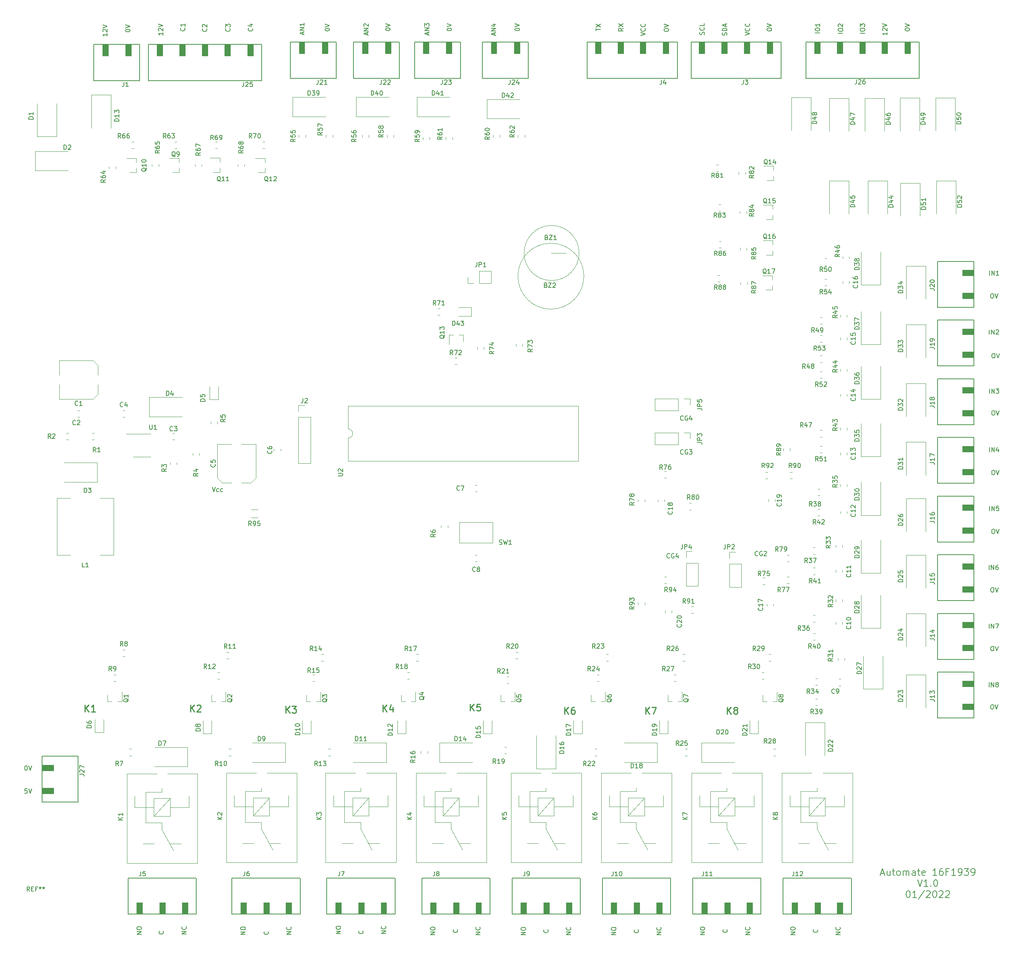
<source format=gto>
%TF.GenerationSoftware,KiCad,Pcbnew,(5.1.10)-1*%
%TF.CreationDate,2022-01-12T07:46:51+01:00*%
%TF.ProjectId,automate,6175746f-6d61-4746-952e-6b696361645f,rev?*%
%TF.SameCoordinates,Original*%
%TF.FileFunction,Legend,Top*%
%TF.FilePolarity,Positive*%
%FSLAX46Y46*%
G04 Gerber Fmt 4.6, Leading zero omitted, Abs format (unit mm)*
G04 Created by KiCad (PCBNEW (5.1.10)-1) date 2022-01-12 07:46:51*
%MOMM*%
%LPD*%
G01*
G04 APERTURE LIST*
%ADD10C,0.250000*%
%ADD11C,0.150000*%
%ADD12C,0.200000*%
%ADD13C,0.120000*%
%ADD14C,0.010000*%
%ADD15C,0.127000*%
G04 APERTURE END LIST*
D10*
X223092857Y-171978571D02*
X223092857Y-170478571D01*
X223950000Y-171978571D02*
X223307142Y-171121428D01*
X223950000Y-170478571D02*
X223092857Y-171335714D01*
X224807142Y-171121428D02*
X224664285Y-171050000D01*
X224592857Y-170978571D01*
X224521428Y-170835714D01*
X224521428Y-170764285D01*
X224592857Y-170621428D01*
X224664285Y-170550000D01*
X224807142Y-170478571D01*
X225092857Y-170478571D01*
X225235714Y-170550000D01*
X225307142Y-170621428D01*
X225378571Y-170764285D01*
X225378571Y-170835714D01*
X225307142Y-170978571D01*
X225235714Y-171050000D01*
X225092857Y-171121428D01*
X224807142Y-171121428D01*
X224664285Y-171192857D01*
X224592857Y-171264285D01*
X224521428Y-171407142D01*
X224521428Y-171692857D01*
X224592857Y-171835714D01*
X224664285Y-171907142D01*
X224807142Y-171978571D01*
X225092857Y-171978571D01*
X225235714Y-171907142D01*
X225307142Y-171835714D01*
X225378571Y-171692857D01*
X225378571Y-171407142D01*
X225307142Y-171264285D01*
X225235714Y-171192857D01*
X225092857Y-171121428D01*
X204992857Y-171978571D02*
X204992857Y-170478571D01*
X205850000Y-171978571D02*
X205207142Y-171121428D01*
X205850000Y-170478571D02*
X204992857Y-171335714D01*
X206350000Y-170478571D02*
X207350000Y-170478571D01*
X206707142Y-171978571D01*
X187092857Y-171978571D02*
X187092857Y-170478571D01*
X187950000Y-171978571D02*
X187307142Y-171121428D01*
X187950000Y-170478571D02*
X187092857Y-171335714D01*
X189235714Y-170478571D02*
X188950000Y-170478571D01*
X188807142Y-170550000D01*
X188735714Y-170621428D01*
X188592857Y-170835714D01*
X188521428Y-171121428D01*
X188521428Y-171692857D01*
X188592857Y-171835714D01*
X188664285Y-171907142D01*
X188807142Y-171978571D01*
X189092857Y-171978571D01*
X189235714Y-171907142D01*
X189307142Y-171835714D01*
X189378571Y-171692857D01*
X189378571Y-171335714D01*
X189307142Y-171192857D01*
X189235714Y-171121428D01*
X189092857Y-171050000D01*
X188807142Y-171050000D01*
X188664285Y-171121428D01*
X188592857Y-171192857D01*
X188521428Y-171335714D01*
X166192857Y-171278571D02*
X166192857Y-169778571D01*
X167050000Y-171278571D02*
X166407142Y-170421428D01*
X167050000Y-169778571D02*
X166192857Y-170635714D01*
X168407142Y-169778571D02*
X167692857Y-169778571D01*
X167621428Y-170492857D01*
X167692857Y-170421428D01*
X167835714Y-170350000D01*
X168192857Y-170350000D01*
X168335714Y-170421428D01*
X168407142Y-170492857D01*
X168478571Y-170635714D01*
X168478571Y-170992857D01*
X168407142Y-171135714D01*
X168335714Y-171207142D01*
X168192857Y-171278571D01*
X167835714Y-171278571D01*
X167692857Y-171207142D01*
X167621428Y-171135714D01*
X146892857Y-171478571D02*
X146892857Y-169978571D01*
X147750000Y-171478571D02*
X147107142Y-170621428D01*
X147750000Y-169978571D02*
X146892857Y-170835714D01*
X149035714Y-170478571D02*
X149035714Y-171478571D01*
X148678571Y-169907142D02*
X148321428Y-170978571D01*
X149250000Y-170978571D01*
X125392857Y-171778571D02*
X125392857Y-170278571D01*
X126250000Y-171778571D02*
X125607142Y-170921428D01*
X126250000Y-170278571D02*
X125392857Y-171135714D01*
X126750000Y-170278571D02*
X127678571Y-170278571D01*
X127178571Y-170850000D01*
X127392857Y-170850000D01*
X127535714Y-170921428D01*
X127607142Y-170992857D01*
X127678571Y-171135714D01*
X127678571Y-171492857D01*
X127607142Y-171635714D01*
X127535714Y-171707142D01*
X127392857Y-171778571D01*
X126964285Y-171778571D01*
X126821428Y-171707142D01*
X126750000Y-171635714D01*
X104292857Y-171478571D02*
X104292857Y-169978571D01*
X105150000Y-171478571D02*
X104507142Y-170621428D01*
X105150000Y-169978571D02*
X104292857Y-170835714D01*
X105721428Y-170121428D02*
X105792857Y-170050000D01*
X105935714Y-169978571D01*
X106292857Y-169978571D01*
X106435714Y-170050000D01*
X106507142Y-170121428D01*
X106578571Y-170264285D01*
X106578571Y-170407142D01*
X106507142Y-170621428D01*
X105650000Y-171478571D01*
X106578571Y-171478571D01*
X80892857Y-171478571D02*
X80892857Y-169978571D01*
X81750000Y-171478571D02*
X81107142Y-170621428D01*
X81750000Y-169978571D02*
X80892857Y-170835714D01*
X83178571Y-171478571D02*
X82321428Y-171478571D01*
X82750000Y-171478571D02*
X82750000Y-169978571D01*
X82607142Y-170192857D01*
X82464285Y-170335714D01*
X82321428Y-170407142D01*
D11*
X67823809Y-183452380D02*
X67919047Y-183452380D01*
X68014285Y-183500000D01*
X68061904Y-183547619D01*
X68109523Y-183642857D01*
X68157142Y-183833333D01*
X68157142Y-184071428D01*
X68109523Y-184261904D01*
X68061904Y-184357142D01*
X68014285Y-184404761D01*
X67919047Y-184452380D01*
X67823809Y-184452380D01*
X67728571Y-184404761D01*
X67680952Y-184357142D01*
X67633333Y-184261904D01*
X67585714Y-184071428D01*
X67585714Y-183833333D01*
X67633333Y-183642857D01*
X67680952Y-183547619D01*
X67728571Y-183500000D01*
X67823809Y-183452380D01*
X68442857Y-183452380D02*
X68776190Y-184452380D01*
X69109523Y-183452380D01*
X68109523Y-188552380D02*
X67633333Y-188552380D01*
X67585714Y-189028571D01*
X67633333Y-188980952D01*
X67728571Y-188933333D01*
X67966666Y-188933333D01*
X68061904Y-188980952D01*
X68109523Y-189028571D01*
X68157142Y-189123809D01*
X68157142Y-189361904D01*
X68109523Y-189457142D01*
X68061904Y-189504761D01*
X67966666Y-189552380D01*
X67728571Y-189552380D01*
X67633333Y-189504761D01*
X67585714Y-189457142D01*
X68442857Y-188552380D02*
X68776190Y-189552380D01*
X69109523Y-188552380D01*
D12*
X257107142Y-207300000D02*
X257821428Y-207300000D01*
X256964285Y-207728571D02*
X257464285Y-206228571D01*
X257964285Y-207728571D01*
X259107142Y-206728571D02*
X259107142Y-207728571D01*
X258464285Y-206728571D02*
X258464285Y-207514285D01*
X258535714Y-207657142D01*
X258678571Y-207728571D01*
X258892857Y-207728571D01*
X259035714Y-207657142D01*
X259107142Y-207585714D01*
X259607142Y-206728571D02*
X260178571Y-206728571D01*
X259821428Y-206228571D02*
X259821428Y-207514285D01*
X259892857Y-207657142D01*
X260035714Y-207728571D01*
X260178571Y-207728571D01*
X260892857Y-207728571D02*
X260750000Y-207657142D01*
X260678571Y-207585714D01*
X260607142Y-207442857D01*
X260607142Y-207014285D01*
X260678571Y-206871428D01*
X260750000Y-206800000D01*
X260892857Y-206728571D01*
X261107142Y-206728571D01*
X261250000Y-206800000D01*
X261321428Y-206871428D01*
X261392857Y-207014285D01*
X261392857Y-207442857D01*
X261321428Y-207585714D01*
X261250000Y-207657142D01*
X261107142Y-207728571D01*
X260892857Y-207728571D01*
X262035714Y-207728571D02*
X262035714Y-206728571D01*
X262035714Y-206871428D02*
X262107142Y-206800000D01*
X262250000Y-206728571D01*
X262464285Y-206728571D01*
X262607142Y-206800000D01*
X262678571Y-206942857D01*
X262678571Y-207728571D01*
X262678571Y-206942857D02*
X262750000Y-206800000D01*
X262892857Y-206728571D01*
X263107142Y-206728571D01*
X263250000Y-206800000D01*
X263321428Y-206942857D01*
X263321428Y-207728571D01*
X264678571Y-207728571D02*
X264678571Y-206942857D01*
X264607142Y-206800000D01*
X264464285Y-206728571D01*
X264178571Y-206728571D01*
X264035714Y-206800000D01*
X264678571Y-207657142D02*
X264535714Y-207728571D01*
X264178571Y-207728571D01*
X264035714Y-207657142D01*
X263964285Y-207514285D01*
X263964285Y-207371428D01*
X264035714Y-207228571D01*
X264178571Y-207157142D01*
X264535714Y-207157142D01*
X264678571Y-207085714D01*
X265178571Y-206728571D02*
X265750000Y-206728571D01*
X265392857Y-206228571D02*
X265392857Y-207514285D01*
X265464285Y-207657142D01*
X265607142Y-207728571D01*
X265750000Y-207728571D01*
X266821428Y-207657142D02*
X266678571Y-207728571D01*
X266392857Y-207728571D01*
X266250000Y-207657142D01*
X266178571Y-207514285D01*
X266178571Y-206942857D01*
X266250000Y-206800000D01*
X266392857Y-206728571D01*
X266678571Y-206728571D01*
X266821428Y-206800000D01*
X266892857Y-206942857D01*
X266892857Y-207085714D01*
X266178571Y-207228571D01*
X269464285Y-207728571D02*
X268607142Y-207728571D01*
X269035714Y-207728571D02*
X269035714Y-206228571D01*
X268892857Y-206442857D01*
X268750000Y-206585714D01*
X268607142Y-206657142D01*
X270750000Y-206228571D02*
X270464285Y-206228571D01*
X270321428Y-206300000D01*
X270250000Y-206371428D01*
X270107142Y-206585714D01*
X270035714Y-206871428D01*
X270035714Y-207442857D01*
X270107142Y-207585714D01*
X270178571Y-207657142D01*
X270321428Y-207728571D01*
X270607142Y-207728571D01*
X270750000Y-207657142D01*
X270821428Y-207585714D01*
X270892857Y-207442857D01*
X270892857Y-207085714D01*
X270821428Y-206942857D01*
X270750000Y-206871428D01*
X270607142Y-206800000D01*
X270321428Y-206800000D01*
X270178571Y-206871428D01*
X270107142Y-206942857D01*
X270035714Y-207085714D01*
X272035714Y-206942857D02*
X271535714Y-206942857D01*
X271535714Y-207728571D02*
X271535714Y-206228571D01*
X272250000Y-206228571D01*
X273607142Y-207728571D02*
X272750000Y-207728571D01*
X273178571Y-207728571D02*
X273178571Y-206228571D01*
X273035714Y-206442857D01*
X272892857Y-206585714D01*
X272750000Y-206657142D01*
X274321428Y-207728571D02*
X274607142Y-207728571D01*
X274750000Y-207657142D01*
X274821428Y-207585714D01*
X274964285Y-207371428D01*
X275035714Y-207085714D01*
X275035714Y-206514285D01*
X274964285Y-206371428D01*
X274892857Y-206300000D01*
X274750000Y-206228571D01*
X274464285Y-206228571D01*
X274321428Y-206300000D01*
X274250000Y-206371428D01*
X274178571Y-206514285D01*
X274178571Y-206871428D01*
X274250000Y-207014285D01*
X274321428Y-207085714D01*
X274464285Y-207157142D01*
X274750000Y-207157142D01*
X274892857Y-207085714D01*
X274964285Y-207014285D01*
X275035714Y-206871428D01*
X275535714Y-206228571D02*
X276464285Y-206228571D01*
X275964285Y-206800000D01*
X276178571Y-206800000D01*
X276321428Y-206871428D01*
X276392857Y-206942857D01*
X276464285Y-207085714D01*
X276464285Y-207442857D01*
X276392857Y-207585714D01*
X276321428Y-207657142D01*
X276178571Y-207728571D01*
X275750000Y-207728571D01*
X275607142Y-207657142D01*
X275535714Y-207585714D01*
X277178571Y-207728571D02*
X277464285Y-207728571D01*
X277607142Y-207657142D01*
X277678571Y-207585714D01*
X277821428Y-207371428D01*
X277892857Y-207085714D01*
X277892857Y-206514285D01*
X277821428Y-206371428D01*
X277750000Y-206300000D01*
X277607142Y-206228571D01*
X277321428Y-206228571D01*
X277178571Y-206300000D01*
X277107142Y-206371428D01*
X277035714Y-206514285D01*
X277035714Y-206871428D01*
X277107142Y-207014285D01*
X277178571Y-207085714D01*
X277321428Y-207157142D01*
X277607142Y-207157142D01*
X277750000Y-207085714D01*
X277821428Y-207014285D01*
X277892857Y-206871428D01*
X265214285Y-208678571D02*
X265714285Y-210178571D01*
X266214285Y-208678571D01*
X267500000Y-210178571D02*
X266642857Y-210178571D01*
X267071428Y-210178571D02*
X267071428Y-208678571D01*
X266928571Y-208892857D01*
X266785714Y-209035714D01*
X266642857Y-209107142D01*
X268142857Y-210035714D02*
X268214285Y-210107142D01*
X268142857Y-210178571D01*
X268071428Y-210107142D01*
X268142857Y-210035714D01*
X268142857Y-210178571D01*
X269142857Y-208678571D02*
X269285714Y-208678571D01*
X269428571Y-208750000D01*
X269500000Y-208821428D01*
X269571428Y-208964285D01*
X269642857Y-209250000D01*
X269642857Y-209607142D01*
X269571428Y-209892857D01*
X269500000Y-210035714D01*
X269428571Y-210107142D01*
X269285714Y-210178571D01*
X269142857Y-210178571D01*
X269000000Y-210107142D01*
X268928571Y-210035714D01*
X268857142Y-209892857D01*
X268785714Y-209607142D01*
X268785714Y-209250000D01*
X268857142Y-208964285D01*
X268928571Y-208821428D01*
X269000000Y-208750000D01*
X269142857Y-208678571D01*
X263071428Y-211128571D02*
X263214285Y-211128571D01*
X263357142Y-211200000D01*
X263428571Y-211271428D01*
X263500000Y-211414285D01*
X263571428Y-211700000D01*
X263571428Y-212057142D01*
X263500000Y-212342857D01*
X263428571Y-212485714D01*
X263357142Y-212557142D01*
X263214285Y-212628571D01*
X263071428Y-212628571D01*
X262928571Y-212557142D01*
X262857142Y-212485714D01*
X262785714Y-212342857D01*
X262714285Y-212057142D01*
X262714285Y-211700000D01*
X262785714Y-211414285D01*
X262857142Y-211271428D01*
X262928571Y-211200000D01*
X263071428Y-211128571D01*
X265000000Y-212628571D02*
X264142857Y-212628571D01*
X264571428Y-212628571D02*
X264571428Y-211128571D01*
X264428571Y-211342857D01*
X264285714Y-211485714D01*
X264142857Y-211557142D01*
X266714285Y-211057142D02*
X265428571Y-212985714D01*
X267142857Y-211271428D02*
X267214285Y-211200000D01*
X267357142Y-211128571D01*
X267714285Y-211128571D01*
X267857142Y-211200000D01*
X267928571Y-211271428D01*
X268000000Y-211414285D01*
X268000000Y-211557142D01*
X267928571Y-211771428D01*
X267071428Y-212628571D01*
X268000000Y-212628571D01*
X268928571Y-211128571D02*
X269071428Y-211128571D01*
X269214285Y-211200000D01*
X269285714Y-211271428D01*
X269357142Y-211414285D01*
X269428571Y-211700000D01*
X269428571Y-212057142D01*
X269357142Y-212342857D01*
X269285714Y-212485714D01*
X269214285Y-212557142D01*
X269071428Y-212628571D01*
X268928571Y-212628571D01*
X268785714Y-212557142D01*
X268714285Y-212485714D01*
X268642857Y-212342857D01*
X268571428Y-212057142D01*
X268571428Y-211700000D01*
X268642857Y-211414285D01*
X268714285Y-211271428D01*
X268785714Y-211200000D01*
X268928571Y-211128571D01*
X270000000Y-211271428D02*
X270071428Y-211200000D01*
X270214285Y-211128571D01*
X270571428Y-211128571D01*
X270714285Y-211200000D01*
X270785714Y-211271428D01*
X270857142Y-211414285D01*
X270857142Y-211557142D01*
X270785714Y-211771428D01*
X269928571Y-212628571D01*
X270857142Y-212628571D01*
X271428571Y-211271428D02*
X271500000Y-211200000D01*
X271642857Y-211128571D01*
X272000000Y-211128571D01*
X272142857Y-211200000D01*
X272214285Y-211271428D01*
X272285714Y-211414285D01*
X272285714Y-211557142D01*
X272214285Y-211771428D01*
X271357142Y-212628571D01*
X272285714Y-212628571D01*
D11*
X109109523Y-121752380D02*
X109442857Y-122752380D01*
X109776190Y-121752380D01*
X110538095Y-122704761D02*
X110442857Y-122752380D01*
X110252380Y-122752380D01*
X110157142Y-122704761D01*
X110109523Y-122657142D01*
X110061904Y-122561904D01*
X110061904Y-122276190D01*
X110109523Y-122180952D01*
X110157142Y-122133333D01*
X110252380Y-122085714D01*
X110442857Y-122085714D01*
X110538095Y-122133333D01*
X111395238Y-122704761D02*
X111300000Y-122752380D01*
X111109523Y-122752380D01*
X111014285Y-122704761D01*
X110966666Y-122657142D01*
X110919047Y-122561904D01*
X110919047Y-122276190D01*
X110966666Y-122180952D01*
X111014285Y-122133333D01*
X111109523Y-122085714D01*
X111300000Y-122085714D01*
X111395238Y-122133333D01*
X281626190Y-169902380D02*
X281816666Y-169902380D01*
X281911904Y-169950000D01*
X282007142Y-170045238D01*
X282054761Y-170235714D01*
X282054761Y-170569047D01*
X282007142Y-170759523D01*
X281911904Y-170854761D01*
X281816666Y-170902380D01*
X281626190Y-170902380D01*
X281530952Y-170854761D01*
X281435714Y-170759523D01*
X281388095Y-170569047D01*
X281388095Y-170235714D01*
X281435714Y-170045238D01*
X281530952Y-169950000D01*
X281626190Y-169902380D01*
X282340476Y-169902380D02*
X282673809Y-170902380D01*
X283007142Y-169902380D01*
X281676190Y-157002380D02*
X281866666Y-157002380D01*
X281961904Y-157050000D01*
X282057142Y-157145238D01*
X282104761Y-157335714D01*
X282104761Y-157669047D01*
X282057142Y-157859523D01*
X281961904Y-157954761D01*
X281866666Y-158002380D01*
X281676190Y-158002380D01*
X281580952Y-157954761D01*
X281485714Y-157859523D01*
X281438095Y-157669047D01*
X281438095Y-157335714D01*
X281485714Y-157145238D01*
X281580952Y-157050000D01*
X281676190Y-157002380D01*
X282390476Y-157002380D02*
X282723809Y-158002380D01*
X283057142Y-157002380D01*
X281676190Y-144002380D02*
X281866666Y-144002380D01*
X281961904Y-144050000D01*
X282057142Y-144145238D01*
X282104761Y-144335714D01*
X282104761Y-144669047D01*
X282057142Y-144859523D01*
X281961904Y-144954761D01*
X281866666Y-145002380D01*
X281676190Y-145002380D01*
X281580952Y-144954761D01*
X281485714Y-144859523D01*
X281438095Y-144669047D01*
X281438095Y-144335714D01*
X281485714Y-144145238D01*
X281580952Y-144050000D01*
X281676190Y-144002380D01*
X282390476Y-144002380D02*
X282723809Y-145002380D01*
X283057142Y-144002380D01*
X281876190Y-131052380D02*
X282066666Y-131052380D01*
X282161904Y-131100000D01*
X282257142Y-131195238D01*
X282304761Y-131385714D01*
X282304761Y-131719047D01*
X282257142Y-131909523D01*
X282161904Y-132004761D01*
X282066666Y-132052380D01*
X281876190Y-132052380D01*
X281780952Y-132004761D01*
X281685714Y-131909523D01*
X281638095Y-131719047D01*
X281638095Y-131385714D01*
X281685714Y-131195238D01*
X281780952Y-131100000D01*
X281876190Y-131052380D01*
X282590476Y-131052380D02*
X282923809Y-132052380D01*
X283257142Y-131052380D01*
X281876190Y-118002380D02*
X282066666Y-118002380D01*
X282161904Y-118050000D01*
X282257142Y-118145238D01*
X282304761Y-118335714D01*
X282304761Y-118669047D01*
X282257142Y-118859523D01*
X282161904Y-118954761D01*
X282066666Y-119002380D01*
X281876190Y-119002380D01*
X281780952Y-118954761D01*
X281685714Y-118859523D01*
X281638095Y-118669047D01*
X281638095Y-118335714D01*
X281685714Y-118145238D01*
X281780952Y-118050000D01*
X281876190Y-118002380D01*
X282590476Y-118002380D02*
X282923809Y-119002380D01*
X283257142Y-118002380D01*
X281876190Y-104802380D02*
X282066666Y-104802380D01*
X282161904Y-104850000D01*
X282257142Y-104945238D01*
X282304761Y-105135714D01*
X282304761Y-105469047D01*
X282257142Y-105659523D01*
X282161904Y-105754761D01*
X282066666Y-105802380D01*
X281876190Y-105802380D01*
X281780952Y-105754761D01*
X281685714Y-105659523D01*
X281638095Y-105469047D01*
X281638095Y-105135714D01*
X281685714Y-104945238D01*
X281780952Y-104850000D01*
X281876190Y-104802380D01*
X282590476Y-104802380D02*
X282923809Y-105802380D01*
X283257142Y-104802380D01*
X281926190Y-92152380D02*
X282116666Y-92152380D01*
X282211904Y-92200000D01*
X282307142Y-92295238D01*
X282354761Y-92485714D01*
X282354761Y-92819047D01*
X282307142Y-93009523D01*
X282211904Y-93104761D01*
X282116666Y-93152380D01*
X281926190Y-93152380D01*
X281830952Y-93104761D01*
X281735714Y-93009523D01*
X281688095Y-92819047D01*
X281688095Y-92485714D01*
X281735714Y-92295238D01*
X281830952Y-92200000D01*
X281926190Y-92152380D01*
X282640476Y-92152380D02*
X282973809Y-93152380D01*
X283307142Y-92152380D01*
X281626190Y-78902380D02*
X281816666Y-78902380D01*
X281911904Y-78950000D01*
X282007142Y-79045238D01*
X282054761Y-79235714D01*
X282054761Y-79569047D01*
X282007142Y-79759523D01*
X281911904Y-79854761D01*
X281816666Y-79902380D01*
X281626190Y-79902380D01*
X281530952Y-79854761D01*
X281435714Y-79759523D01*
X281388095Y-79569047D01*
X281388095Y-79235714D01*
X281435714Y-79045238D01*
X281530952Y-78950000D01*
X281626190Y-78902380D01*
X282340476Y-78902380D02*
X282673809Y-79902380D01*
X283007142Y-78902380D01*
X176102380Y-20426190D02*
X176102380Y-20330952D01*
X176150000Y-20235714D01*
X176197619Y-20188095D01*
X176292857Y-20140476D01*
X176483333Y-20092857D01*
X176721428Y-20092857D01*
X176911904Y-20140476D01*
X177007142Y-20188095D01*
X177054761Y-20235714D01*
X177102380Y-20330952D01*
X177102380Y-20426190D01*
X177054761Y-20521428D01*
X177007142Y-20569047D01*
X176911904Y-20616666D01*
X176721428Y-20664285D01*
X176483333Y-20664285D01*
X176292857Y-20616666D01*
X176197619Y-20569047D01*
X176150000Y-20521428D01*
X176102380Y-20426190D01*
X176102380Y-19807142D02*
X177102380Y-19473809D01*
X176102380Y-19140476D01*
X161052380Y-20426190D02*
X161052380Y-20330952D01*
X161100000Y-20235714D01*
X161147619Y-20188095D01*
X161242857Y-20140476D01*
X161433333Y-20092857D01*
X161671428Y-20092857D01*
X161861904Y-20140476D01*
X161957142Y-20188095D01*
X162004761Y-20235714D01*
X162052380Y-20330952D01*
X162052380Y-20426190D01*
X162004761Y-20521428D01*
X161957142Y-20569047D01*
X161861904Y-20616666D01*
X161671428Y-20664285D01*
X161433333Y-20664285D01*
X161242857Y-20616666D01*
X161147619Y-20569047D01*
X161100000Y-20521428D01*
X161052380Y-20426190D01*
X161052380Y-19807142D02*
X162052380Y-19473809D01*
X161052380Y-19140476D01*
X147452380Y-20376190D02*
X147452380Y-20280952D01*
X147500000Y-20185714D01*
X147547619Y-20138095D01*
X147642857Y-20090476D01*
X147833333Y-20042857D01*
X148071428Y-20042857D01*
X148261904Y-20090476D01*
X148357142Y-20138095D01*
X148404761Y-20185714D01*
X148452380Y-20280952D01*
X148452380Y-20376190D01*
X148404761Y-20471428D01*
X148357142Y-20519047D01*
X148261904Y-20566666D01*
X148071428Y-20614285D01*
X147833333Y-20614285D01*
X147642857Y-20566666D01*
X147547619Y-20519047D01*
X147500000Y-20471428D01*
X147452380Y-20376190D01*
X147452380Y-19757142D02*
X148452380Y-19423809D01*
X147452380Y-19090476D01*
X134052380Y-20476190D02*
X134052380Y-20380952D01*
X134100000Y-20285714D01*
X134147619Y-20238095D01*
X134242857Y-20190476D01*
X134433333Y-20142857D01*
X134671428Y-20142857D01*
X134861904Y-20190476D01*
X134957142Y-20238095D01*
X135004761Y-20285714D01*
X135052380Y-20380952D01*
X135052380Y-20476190D01*
X135004761Y-20571428D01*
X134957142Y-20619047D01*
X134861904Y-20666666D01*
X134671428Y-20714285D01*
X134433333Y-20714285D01*
X134242857Y-20666666D01*
X134147619Y-20619047D01*
X134100000Y-20571428D01*
X134052380Y-20476190D01*
X134052380Y-19857142D02*
X135052380Y-19523809D01*
X134052380Y-19190476D01*
X213333333Y-106857142D02*
X213285714Y-106904761D01*
X213142857Y-106952380D01*
X213047619Y-106952380D01*
X212904761Y-106904761D01*
X212809523Y-106809523D01*
X212761904Y-106714285D01*
X212714285Y-106523809D01*
X212714285Y-106380952D01*
X212761904Y-106190476D01*
X212809523Y-106095238D01*
X212904761Y-106000000D01*
X213047619Y-105952380D01*
X213142857Y-105952380D01*
X213285714Y-106000000D01*
X213333333Y-106047619D01*
X214285714Y-106000000D02*
X214190476Y-105952380D01*
X214047619Y-105952380D01*
X213904761Y-106000000D01*
X213809523Y-106095238D01*
X213761904Y-106190476D01*
X213714285Y-106380952D01*
X213714285Y-106523809D01*
X213761904Y-106714285D01*
X213809523Y-106809523D01*
X213904761Y-106904761D01*
X214047619Y-106952380D01*
X214142857Y-106952380D01*
X214285714Y-106904761D01*
X214333333Y-106857142D01*
X214333333Y-106523809D01*
X214142857Y-106523809D01*
X215190476Y-106285714D02*
X215190476Y-106952380D01*
X214952380Y-105904761D02*
X214714285Y-106619047D01*
X215333333Y-106619047D01*
X213333333Y-114357142D02*
X213285714Y-114404761D01*
X213142857Y-114452380D01*
X213047619Y-114452380D01*
X212904761Y-114404761D01*
X212809523Y-114309523D01*
X212761904Y-114214285D01*
X212714285Y-114023809D01*
X212714285Y-113880952D01*
X212761904Y-113690476D01*
X212809523Y-113595238D01*
X212904761Y-113500000D01*
X213047619Y-113452380D01*
X213142857Y-113452380D01*
X213285714Y-113500000D01*
X213333333Y-113547619D01*
X214285714Y-113500000D02*
X214190476Y-113452380D01*
X214047619Y-113452380D01*
X213904761Y-113500000D01*
X213809523Y-113595238D01*
X213761904Y-113690476D01*
X213714285Y-113880952D01*
X213714285Y-114023809D01*
X213761904Y-114214285D01*
X213809523Y-114309523D01*
X213904761Y-114404761D01*
X214047619Y-114452380D01*
X214142857Y-114452380D01*
X214285714Y-114404761D01*
X214333333Y-114357142D01*
X214333333Y-114023809D01*
X214142857Y-114023809D01*
X214666666Y-113452380D02*
X215285714Y-113452380D01*
X214952380Y-113833333D01*
X215095238Y-113833333D01*
X215190476Y-113880952D01*
X215238095Y-113928571D01*
X215285714Y-114023809D01*
X215285714Y-114261904D01*
X215238095Y-114357142D01*
X215190476Y-114404761D01*
X215095238Y-114452380D01*
X214809523Y-114452380D01*
X214714285Y-114404761D01*
X214666666Y-114357142D01*
X229833333Y-136857142D02*
X229785714Y-136904761D01*
X229642857Y-136952380D01*
X229547619Y-136952380D01*
X229404761Y-136904761D01*
X229309523Y-136809523D01*
X229261904Y-136714285D01*
X229214285Y-136523809D01*
X229214285Y-136380952D01*
X229261904Y-136190476D01*
X229309523Y-136095238D01*
X229404761Y-136000000D01*
X229547619Y-135952380D01*
X229642857Y-135952380D01*
X229785714Y-136000000D01*
X229833333Y-136047619D01*
X230785714Y-136000000D02*
X230690476Y-135952380D01*
X230547619Y-135952380D01*
X230404761Y-136000000D01*
X230309523Y-136095238D01*
X230261904Y-136190476D01*
X230214285Y-136380952D01*
X230214285Y-136523809D01*
X230261904Y-136714285D01*
X230309523Y-136809523D01*
X230404761Y-136904761D01*
X230547619Y-136952380D01*
X230642857Y-136952380D01*
X230785714Y-136904761D01*
X230833333Y-136857142D01*
X230833333Y-136523809D01*
X230642857Y-136523809D01*
X231214285Y-136047619D02*
X231261904Y-136000000D01*
X231357142Y-135952380D01*
X231595238Y-135952380D01*
X231690476Y-136000000D01*
X231738095Y-136047619D01*
X231785714Y-136142857D01*
X231785714Y-136238095D01*
X231738095Y-136380952D01*
X231166666Y-136952380D01*
X231785714Y-136952380D01*
X210333333Y-137357142D02*
X210285714Y-137404761D01*
X210142857Y-137452380D01*
X210047619Y-137452380D01*
X209904761Y-137404761D01*
X209809523Y-137309523D01*
X209761904Y-137214285D01*
X209714285Y-137023809D01*
X209714285Y-136880952D01*
X209761904Y-136690476D01*
X209809523Y-136595238D01*
X209904761Y-136500000D01*
X210047619Y-136452380D01*
X210142857Y-136452380D01*
X210285714Y-136500000D01*
X210333333Y-136547619D01*
X211285714Y-136500000D02*
X211190476Y-136452380D01*
X211047619Y-136452380D01*
X210904761Y-136500000D01*
X210809523Y-136595238D01*
X210761904Y-136690476D01*
X210714285Y-136880952D01*
X210714285Y-137023809D01*
X210761904Y-137214285D01*
X210809523Y-137309523D01*
X210904761Y-137404761D01*
X211047619Y-137452380D01*
X211142857Y-137452380D01*
X211285714Y-137404761D01*
X211333333Y-137357142D01*
X211333333Y-137023809D01*
X211142857Y-137023809D01*
X212190476Y-136785714D02*
X212190476Y-137452380D01*
X211952380Y-136404761D02*
X211714285Y-137119047D01*
X212333333Y-137119047D01*
X281050000Y-166002380D02*
X281050000Y-165002380D01*
X281526190Y-166002380D02*
X281526190Y-165002380D01*
X282097619Y-166002380D01*
X282097619Y-165002380D01*
X282716666Y-165430952D02*
X282621428Y-165383333D01*
X282573809Y-165335714D01*
X282526190Y-165240476D01*
X282526190Y-165192857D01*
X282573809Y-165097619D01*
X282621428Y-165050000D01*
X282716666Y-165002380D01*
X282907142Y-165002380D01*
X283002380Y-165050000D01*
X283050000Y-165097619D01*
X283097619Y-165192857D01*
X283097619Y-165240476D01*
X283050000Y-165335714D01*
X283002380Y-165383333D01*
X282907142Y-165430952D01*
X282716666Y-165430952D01*
X282621428Y-165478571D01*
X282573809Y-165526190D01*
X282526190Y-165621428D01*
X282526190Y-165811904D01*
X282573809Y-165907142D01*
X282621428Y-165954761D01*
X282716666Y-166002380D01*
X282907142Y-166002380D01*
X283002380Y-165954761D01*
X283050000Y-165907142D01*
X283097619Y-165811904D01*
X283097619Y-165621428D01*
X283050000Y-165526190D01*
X283002380Y-165478571D01*
X282907142Y-165430952D01*
X281050000Y-153002380D02*
X281050000Y-152002380D01*
X281526190Y-153002380D02*
X281526190Y-152002380D01*
X282097619Y-153002380D01*
X282097619Y-152002380D01*
X282478571Y-152002380D02*
X283145238Y-152002380D01*
X282716666Y-153002380D01*
X281050000Y-140002380D02*
X281050000Y-139002380D01*
X281526190Y-140002380D02*
X281526190Y-139002380D01*
X282097619Y-140002380D01*
X282097619Y-139002380D01*
X283002380Y-139002380D02*
X282811904Y-139002380D01*
X282716666Y-139050000D01*
X282669047Y-139097619D01*
X282573809Y-139240476D01*
X282526190Y-139430952D01*
X282526190Y-139811904D01*
X282573809Y-139907142D01*
X282621428Y-139954761D01*
X282716666Y-140002380D01*
X282907142Y-140002380D01*
X283002380Y-139954761D01*
X283050000Y-139907142D01*
X283097619Y-139811904D01*
X283097619Y-139573809D01*
X283050000Y-139478571D01*
X283002380Y-139430952D01*
X282907142Y-139383333D01*
X282716666Y-139383333D01*
X282621428Y-139430952D01*
X282573809Y-139478571D01*
X282526190Y-139573809D01*
X281150000Y-126952380D02*
X281150000Y-125952380D01*
X281626190Y-126952380D02*
X281626190Y-125952380D01*
X282197619Y-126952380D01*
X282197619Y-125952380D01*
X283150000Y-125952380D02*
X282673809Y-125952380D01*
X282626190Y-126428571D01*
X282673809Y-126380952D01*
X282769047Y-126333333D01*
X283007142Y-126333333D01*
X283102380Y-126380952D01*
X283150000Y-126428571D01*
X283197619Y-126523809D01*
X283197619Y-126761904D01*
X283150000Y-126857142D01*
X283102380Y-126904761D01*
X283007142Y-126952380D01*
X282769047Y-126952380D01*
X282673809Y-126904761D01*
X282626190Y-126857142D01*
X281150000Y-113952380D02*
X281150000Y-112952380D01*
X281626190Y-113952380D02*
X281626190Y-112952380D01*
X282197619Y-113952380D01*
X282197619Y-112952380D01*
X283102380Y-113285714D02*
X283102380Y-113952380D01*
X282864285Y-112904761D02*
X282626190Y-113619047D01*
X283245238Y-113619047D01*
X281150000Y-100952380D02*
X281150000Y-99952380D01*
X281626190Y-100952380D02*
X281626190Y-99952380D01*
X282197619Y-100952380D01*
X282197619Y-99952380D01*
X282578571Y-99952380D02*
X283197619Y-99952380D01*
X282864285Y-100333333D01*
X283007142Y-100333333D01*
X283102380Y-100380952D01*
X283150000Y-100428571D01*
X283197619Y-100523809D01*
X283197619Y-100761904D01*
X283150000Y-100857142D01*
X283102380Y-100904761D01*
X283007142Y-100952380D01*
X282721428Y-100952380D01*
X282626190Y-100904761D01*
X282578571Y-100857142D01*
X281100000Y-87902380D02*
X281100000Y-86902380D01*
X281576190Y-87902380D02*
X281576190Y-86902380D01*
X282147619Y-87902380D01*
X282147619Y-86902380D01*
X282576190Y-86997619D02*
X282623809Y-86950000D01*
X282719047Y-86902380D01*
X282957142Y-86902380D01*
X283052380Y-86950000D01*
X283100000Y-86997619D01*
X283147619Y-87092857D01*
X283147619Y-87188095D01*
X283100000Y-87330952D01*
X282528571Y-87902380D01*
X283147619Y-87902380D01*
X281150000Y-74802380D02*
X281150000Y-73802380D01*
X281626190Y-74802380D02*
X281626190Y-73802380D01*
X282197619Y-74802380D01*
X282197619Y-73802380D01*
X283197619Y-74802380D02*
X282626190Y-74802380D01*
X282911904Y-74802380D02*
X282911904Y-73802380D01*
X282816666Y-73945238D01*
X282721428Y-74040476D01*
X282626190Y-74088095D01*
X243552380Y-21150000D02*
X242552380Y-21150000D01*
X242552380Y-20483333D02*
X242552380Y-20292857D01*
X242600000Y-20197619D01*
X242695238Y-20102380D01*
X242885714Y-20054761D01*
X243219047Y-20054761D01*
X243409523Y-20102380D01*
X243504761Y-20197619D01*
X243552380Y-20292857D01*
X243552380Y-20483333D01*
X243504761Y-20578571D01*
X243409523Y-20673809D01*
X243219047Y-20721428D01*
X242885714Y-20721428D01*
X242695238Y-20673809D01*
X242600000Y-20578571D01*
X242552380Y-20483333D01*
X243552380Y-19102380D02*
X243552380Y-19673809D01*
X243552380Y-19388095D02*
X242552380Y-19388095D01*
X242695238Y-19483333D01*
X242790476Y-19578571D01*
X242838095Y-19673809D01*
X248652380Y-21200000D02*
X247652380Y-21200000D01*
X247652380Y-20533333D02*
X247652380Y-20342857D01*
X247700000Y-20247619D01*
X247795238Y-20152380D01*
X247985714Y-20104761D01*
X248319047Y-20104761D01*
X248509523Y-20152380D01*
X248604761Y-20247619D01*
X248652380Y-20342857D01*
X248652380Y-20533333D01*
X248604761Y-20628571D01*
X248509523Y-20723809D01*
X248319047Y-20771428D01*
X247985714Y-20771428D01*
X247795238Y-20723809D01*
X247700000Y-20628571D01*
X247652380Y-20533333D01*
X247747619Y-19723809D02*
X247700000Y-19676190D01*
X247652380Y-19580952D01*
X247652380Y-19342857D01*
X247700000Y-19247619D01*
X247747619Y-19200000D01*
X247842857Y-19152380D01*
X247938095Y-19152380D01*
X248080952Y-19200000D01*
X248652380Y-19771428D01*
X248652380Y-19152380D01*
X253502380Y-21200000D02*
X252502380Y-21200000D01*
X252502380Y-20533333D02*
X252502380Y-20342857D01*
X252550000Y-20247619D01*
X252645238Y-20152380D01*
X252835714Y-20104761D01*
X253169047Y-20104761D01*
X253359523Y-20152380D01*
X253454761Y-20247619D01*
X253502380Y-20342857D01*
X253502380Y-20533333D01*
X253454761Y-20628571D01*
X253359523Y-20723809D01*
X253169047Y-20771428D01*
X252835714Y-20771428D01*
X252645238Y-20723809D01*
X252550000Y-20628571D01*
X252502380Y-20533333D01*
X252502380Y-19771428D02*
X252502380Y-19152380D01*
X252883333Y-19485714D01*
X252883333Y-19342857D01*
X252930952Y-19247619D01*
X252978571Y-19200000D01*
X253073809Y-19152380D01*
X253311904Y-19152380D01*
X253407142Y-19200000D01*
X253454761Y-19247619D01*
X253502380Y-19342857D01*
X253502380Y-19628571D01*
X253454761Y-19723809D01*
X253407142Y-19771428D01*
X258452380Y-21019047D02*
X258452380Y-21590476D01*
X258452380Y-21304761D02*
X257452380Y-21304761D01*
X257595238Y-21400000D01*
X257690476Y-21495238D01*
X257738095Y-21590476D01*
X257547619Y-20638095D02*
X257500000Y-20590476D01*
X257452380Y-20495238D01*
X257452380Y-20257142D01*
X257500000Y-20161904D01*
X257547619Y-20114285D01*
X257642857Y-20066666D01*
X257738095Y-20066666D01*
X257880952Y-20114285D01*
X258452380Y-20685714D01*
X258452380Y-20066666D01*
X257452380Y-19780952D02*
X258452380Y-19447619D01*
X257452380Y-19114285D01*
X262452380Y-20473809D02*
X262452380Y-20283333D01*
X262500000Y-20188095D01*
X262595238Y-20092857D01*
X262785714Y-20045238D01*
X263119047Y-20045238D01*
X263309523Y-20092857D01*
X263404761Y-20188095D01*
X263452380Y-20283333D01*
X263452380Y-20473809D01*
X263404761Y-20569047D01*
X263309523Y-20664285D01*
X263119047Y-20711904D01*
X262785714Y-20711904D01*
X262595238Y-20664285D01*
X262500000Y-20569047D01*
X262452380Y-20473809D01*
X262452380Y-19759523D02*
X263452380Y-19426190D01*
X262452380Y-19092857D01*
X194052380Y-20661904D02*
X194052380Y-20090476D01*
X195052380Y-20376190D02*
X194052380Y-20376190D01*
X194052380Y-19852380D02*
X195052380Y-19185714D01*
X194052380Y-19185714D02*
X195052380Y-19852380D01*
X200052380Y-20116666D02*
X199576190Y-20450000D01*
X200052380Y-20688095D02*
X199052380Y-20688095D01*
X199052380Y-20307142D01*
X199100000Y-20211904D01*
X199147619Y-20164285D01*
X199242857Y-20116666D01*
X199385714Y-20116666D01*
X199480952Y-20164285D01*
X199528571Y-20211904D01*
X199576190Y-20307142D01*
X199576190Y-20688095D01*
X199052380Y-19783333D02*
X200052380Y-19116666D01*
X199052380Y-19116666D02*
X200052380Y-19783333D01*
X203952380Y-21733333D02*
X204952380Y-21400000D01*
X203952380Y-21066666D01*
X204857142Y-20161904D02*
X204904761Y-20209523D01*
X204952380Y-20352380D01*
X204952380Y-20447619D01*
X204904761Y-20590476D01*
X204809523Y-20685714D01*
X204714285Y-20733333D01*
X204523809Y-20780952D01*
X204380952Y-20780952D01*
X204190476Y-20733333D01*
X204095238Y-20685714D01*
X204000000Y-20590476D01*
X203952380Y-20447619D01*
X203952380Y-20352380D01*
X204000000Y-20209523D01*
X204047619Y-20161904D01*
X204857142Y-19161904D02*
X204904761Y-19209523D01*
X204952380Y-19352380D01*
X204952380Y-19447619D01*
X204904761Y-19590476D01*
X204809523Y-19685714D01*
X204714285Y-19733333D01*
X204523809Y-19780952D01*
X204380952Y-19780952D01*
X204190476Y-19733333D01*
X204095238Y-19685714D01*
X204000000Y-19590476D01*
X203952380Y-19447619D01*
X203952380Y-19352380D01*
X204000000Y-19209523D01*
X204047619Y-19161904D01*
X209102380Y-20573809D02*
X209102380Y-20383333D01*
X209150000Y-20288095D01*
X209245238Y-20192857D01*
X209435714Y-20145238D01*
X209769047Y-20145238D01*
X209959523Y-20192857D01*
X210054761Y-20288095D01*
X210102380Y-20383333D01*
X210102380Y-20573809D01*
X210054761Y-20669047D01*
X209959523Y-20764285D01*
X209769047Y-20811904D01*
X209435714Y-20811904D01*
X209245238Y-20764285D01*
X209150000Y-20669047D01*
X209102380Y-20573809D01*
X209102380Y-19859523D02*
X210102380Y-19526190D01*
X209102380Y-19192857D01*
X217954761Y-21540476D02*
X218002380Y-21397619D01*
X218002380Y-21159523D01*
X217954761Y-21064285D01*
X217907142Y-21016666D01*
X217811904Y-20969047D01*
X217716666Y-20969047D01*
X217621428Y-21016666D01*
X217573809Y-21064285D01*
X217526190Y-21159523D01*
X217478571Y-21350000D01*
X217430952Y-21445238D01*
X217383333Y-21492857D01*
X217288095Y-21540476D01*
X217192857Y-21540476D01*
X217097619Y-21492857D01*
X217050000Y-21445238D01*
X217002380Y-21350000D01*
X217002380Y-21111904D01*
X217050000Y-20969047D01*
X217907142Y-19969047D02*
X217954761Y-20016666D01*
X218002380Y-20159523D01*
X218002380Y-20254761D01*
X217954761Y-20397619D01*
X217859523Y-20492857D01*
X217764285Y-20540476D01*
X217573809Y-20588095D01*
X217430952Y-20588095D01*
X217240476Y-20540476D01*
X217145238Y-20492857D01*
X217050000Y-20397619D01*
X217002380Y-20254761D01*
X217002380Y-20159523D01*
X217050000Y-20016666D01*
X217097619Y-19969047D01*
X218002380Y-19064285D02*
X218002380Y-19540476D01*
X217002380Y-19540476D01*
X222954761Y-21664285D02*
X223002380Y-21521428D01*
X223002380Y-21283333D01*
X222954761Y-21188095D01*
X222907142Y-21140476D01*
X222811904Y-21092857D01*
X222716666Y-21092857D01*
X222621428Y-21140476D01*
X222573809Y-21188095D01*
X222526190Y-21283333D01*
X222478571Y-21473809D01*
X222430952Y-21569047D01*
X222383333Y-21616666D01*
X222288095Y-21664285D01*
X222192857Y-21664285D01*
X222097619Y-21616666D01*
X222050000Y-21569047D01*
X222002380Y-21473809D01*
X222002380Y-21235714D01*
X222050000Y-21092857D01*
X223002380Y-20664285D02*
X222002380Y-20664285D01*
X222002380Y-20426190D01*
X222050000Y-20283333D01*
X222145238Y-20188095D01*
X222240476Y-20140476D01*
X222430952Y-20092857D01*
X222573809Y-20092857D01*
X222764285Y-20140476D01*
X222859523Y-20188095D01*
X222954761Y-20283333D01*
X223002380Y-20426190D01*
X223002380Y-20664285D01*
X222716666Y-19711904D02*
X222716666Y-19235714D01*
X223002380Y-19807142D02*
X222002380Y-19473809D01*
X223002380Y-19140476D01*
X227052380Y-21683333D02*
X228052380Y-21350000D01*
X227052380Y-21016666D01*
X227957142Y-20111904D02*
X228004761Y-20159523D01*
X228052380Y-20302380D01*
X228052380Y-20397619D01*
X228004761Y-20540476D01*
X227909523Y-20635714D01*
X227814285Y-20683333D01*
X227623809Y-20730952D01*
X227480952Y-20730952D01*
X227290476Y-20683333D01*
X227195238Y-20635714D01*
X227100000Y-20540476D01*
X227052380Y-20397619D01*
X227052380Y-20302380D01*
X227100000Y-20159523D01*
X227147619Y-20111904D01*
X227957142Y-19111904D02*
X228004761Y-19159523D01*
X228052380Y-19302380D01*
X228052380Y-19397619D01*
X228004761Y-19540476D01*
X227909523Y-19635714D01*
X227814285Y-19683333D01*
X227623809Y-19730952D01*
X227480952Y-19730952D01*
X227290476Y-19683333D01*
X227195238Y-19635714D01*
X227100000Y-19540476D01*
X227052380Y-19397619D01*
X227052380Y-19302380D01*
X227100000Y-19159523D01*
X227147619Y-19111904D01*
X231902380Y-20473809D02*
X231902380Y-20283333D01*
X231950000Y-20188095D01*
X232045238Y-20092857D01*
X232235714Y-20045238D01*
X232569047Y-20045238D01*
X232759523Y-20092857D01*
X232854761Y-20188095D01*
X232902380Y-20283333D01*
X232902380Y-20473809D01*
X232854761Y-20569047D01*
X232759523Y-20664285D01*
X232569047Y-20711904D01*
X232235714Y-20711904D01*
X232045238Y-20664285D01*
X231950000Y-20569047D01*
X231902380Y-20473809D01*
X231902380Y-19759523D02*
X232902380Y-19426190D01*
X231902380Y-19092857D01*
X171566666Y-21638095D02*
X171566666Y-21161904D01*
X171852380Y-21733333D02*
X170852380Y-21400000D01*
X171852380Y-21066666D01*
X171852380Y-20733333D02*
X170852380Y-20733333D01*
X171852380Y-20161904D01*
X170852380Y-20161904D01*
X171185714Y-19257142D02*
X171852380Y-19257142D01*
X170804761Y-19495238D02*
X171519047Y-19733333D01*
X171519047Y-19114285D01*
X156816666Y-21538095D02*
X156816666Y-21061904D01*
X157102380Y-21633333D02*
X156102380Y-21300000D01*
X157102380Y-20966666D01*
X157102380Y-20633333D02*
X156102380Y-20633333D01*
X157102380Y-20061904D01*
X156102380Y-20061904D01*
X156102380Y-19680952D02*
X156102380Y-19061904D01*
X156483333Y-19395238D01*
X156483333Y-19252380D01*
X156530952Y-19157142D01*
X156578571Y-19109523D01*
X156673809Y-19061904D01*
X156911904Y-19061904D01*
X157007142Y-19109523D01*
X157054761Y-19157142D01*
X157102380Y-19252380D01*
X157102380Y-19538095D01*
X157054761Y-19633333D01*
X157007142Y-19680952D01*
X143366666Y-21588095D02*
X143366666Y-21111904D01*
X143652380Y-21683333D02*
X142652380Y-21350000D01*
X143652380Y-21016666D01*
X143652380Y-20683333D02*
X142652380Y-20683333D01*
X143652380Y-20111904D01*
X142652380Y-20111904D01*
X142747619Y-19683333D02*
X142700000Y-19635714D01*
X142652380Y-19540476D01*
X142652380Y-19302380D01*
X142700000Y-19207142D01*
X142747619Y-19159523D01*
X142842857Y-19111904D01*
X142938095Y-19111904D01*
X143080952Y-19159523D01*
X143652380Y-19730952D01*
X143652380Y-19111904D01*
X129166666Y-21438095D02*
X129166666Y-20961904D01*
X129452380Y-21533333D02*
X128452380Y-21200000D01*
X129452380Y-20866666D01*
X129452380Y-20533333D02*
X128452380Y-20533333D01*
X129452380Y-19961904D01*
X128452380Y-19961904D01*
X129452380Y-18961904D02*
X129452380Y-19533333D01*
X129452380Y-19247619D02*
X128452380Y-19247619D01*
X128595238Y-19342857D01*
X128690476Y-19438095D01*
X128738095Y-19533333D01*
X117957142Y-20116666D02*
X118004761Y-20164285D01*
X118052380Y-20307142D01*
X118052380Y-20402380D01*
X118004761Y-20545238D01*
X117909523Y-20640476D01*
X117814285Y-20688095D01*
X117623809Y-20735714D01*
X117480952Y-20735714D01*
X117290476Y-20688095D01*
X117195238Y-20640476D01*
X117100000Y-20545238D01*
X117052380Y-20402380D01*
X117052380Y-20307142D01*
X117100000Y-20164285D01*
X117147619Y-20116666D01*
X117385714Y-19259523D02*
X118052380Y-19259523D01*
X117004761Y-19497619D02*
X117719047Y-19735714D01*
X117719047Y-19116666D01*
X112957142Y-20166666D02*
X113004761Y-20214285D01*
X113052380Y-20357142D01*
X113052380Y-20452380D01*
X113004761Y-20595238D01*
X112909523Y-20690476D01*
X112814285Y-20738095D01*
X112623809Y-20785714D01*
X112480952Y-20785714D01*
X112290476Y-20738095D01*
X112195238Y-20690476D01*
X112100000Y-20595238D01*
X112052380Y-20452380D01*
X112052380Y-20357142D01*
X112100000Y-20214285D01*
X112147619Y-20166666D01*
X112052380Y-19833333D02*
X112052380Y-19214285D01*
X112433333Y-19547619D01*
X112433333Y-19404761D01*
X112480952Y-19309523D01*
X112528571Y-19261904D01*
X112623809Y-19214285D01*
X112861904Y-19214285D01*
X112957142Y-19261904D01*
X113004761Y-19309523D01*
X113052380Y-19404761D01*
X113052380Y-19690476D01*
X113004761Y-19785714D01*
X112957142Y-19833333D01*
X107807142Y-20216666D02*
X107854761Y-20264285D01*
X107902380Y-20407142D01*
X107902380Y-20502380D01*
X107854761Y-20645238D01*
X107759523Y-20740476D01*
X107664285Y-20788095D01*
X107473809Y-20835714D01*
X107330952Y-20835714D01*
X107140476Y-20788095D01*
X107045238Y-20740476D01*
X106950000Y-20645238D01*
X106902380Y-20502380D01*
X106902380Y-20407142D01*
X106950000Y-20264285D01*
X106997619Y-20216666D01*
X106997619Y-19835714D02*
X106950000Y-19788095D01*
X106902380Y-19692857D01*
X106902380Y-19454761D01*
X106950000Y-19359523D01*
X106997619Y-19311904D01*
X107092857Y-19264285D01*
X107188095Y-19264285D01*
X107330952Y-19311904D01*
X107902380Y-19883333D01*
X107902380Y-19264285D01*
X102957142Y-20066666D02*
X103004761Y-20114285D01*
X103052380Y-20257142D01*
X103052380Y-20352380D01*
X103004761Y-20495238D01*
X102909523Y-20590476D01*
X102814285Y-20638095D01*
X102623809Y-20685714D01*
X102480952Y-20685714D01*
X102290476Y-20638095D01*
X102195238Y-20590476D01*
X102100000Y-20495238D01*
X102052380Y-20352380D01*
X102052380Y-20257142D01*
X102100000Y-20114285D01*
X102147619Y-20066666D01*
X103052380Y-19114285D02*
X103052380Y-19685714D01*
X103052380Y-19400000D02*
X102052380Y-19400000D01*
X102195238Y-19495238D01*
X102290476Y-19590476D01*
X102338095Y-19685714D01*
X98202380Y-21069047D02*
X98202380Y-21640476D01*
X98202380Y-21354761D02*
X97202380Y-21354761D01*
X97345238Y-21450000D01*
X97440476Y-21545238D01*
X97488095Y-21640476D01*
X97297619Y-20688095D02*
X97250000Y-20640476D01*
X97202380Y-20545238D01*
X97202380Y-20307142D01*
X97250000Y-20211904D01*
X97297619Y-20164285D01*
X97392857Y-20116666D01*
X97488095Y-20116666D01*
X97630952Y-20164285D01*
X98202380Y-20735714D01*
X98202380Y-20116666D01*
X97202380Y-19830952D02*
X98202380Y-19497619D01*
X97202380Y-19164285D01*
X238102380Y-220859523D02*
X237102380Y-220859523D01*
X238102380Y-220288095D01*
X237102380Y-220288095D01*
X237102380Y-219621428D02*
X237102380Y-219430952D01*
X237150000Y-219335714D01*
X237245238Y-219240476D01*
X237435714Y-219192857D01*
X237769047Y-219192857D01*
X237959523Y-219240476D01*
X238054761Y-219335714D01*
X238102380Y-219430952D01*
X238102380Y-219621428D01*
X238054761Y-219716666D01*
X237959523Y-219811904D01*
X237769047Y-219859523D01*
X237435714Y-219859523D01*
X237245238Y-219811904D01*
X237150000Y-219716666D01*
X237102380Y-219621428D01*
X218102380Y-220859523D02*
X217102380Y-220859523D01*
X218102380Y-220288095D01*
X217102380Y-220288095D01*
X217102380Y-219621428D02*
X217102380Y-219430952D01*
X217150000Y-219335714D01*
X217245238Y-219240476D01*
X217435714Y-219192857D01*
X217769047Y-219192857D01*
X217959523Y-219240476D01*
X218054761Y-219335714D01*
X218102380Y-219430952D01*
X218102380Y-219621428D01*
X218054761Y-219716666D01*
X217959523Y-219811904D01*
X217769047Y-219859523D01*
X217435714Y-219859523D01*
X217245238Y-219811904D01*
X217150000Y-219716666D01*
X217102380Y-219621428D01*
X198452380Y-220909523D02*
X197452380Y-220909523D01*
X198452380Y-220338095D01*
X197452380Y-220338095D01*
X197452380Y-219671428D02*
X197452380Y-219480952D01*
X197500000Y-219385714D01*
X197595238Y-219290476D01*
X197785714Y-219242857D01*
X198119047Y-219242857D01*
X198309523Y-219290476D01*
X198404761Y-219385714D01*
X198452380Y-219480952D01*
X198452380Y-219671428D01*
X198404761Y-219766666D01*
X198309523Y-219861904D01*
X198119047Y-219909523D01*
X197785714Y-219909523D01*
X197595238Y-219861904D01*
X197500000Y-219766666D01*
X197452380Y-219671428D01*
X178452380Y-220909523D02*
X177452380Y-220909523D01*
X178452380Y-220338095D01*
X177452380Y-220338095D01*
X177452380Y-219671428D02*
X177452380Y-219480952D01*
X177500000Y-219385714D01*
X177595238Y-219290476D01*
X177785714Y-219242857D01*
X178119047Y-219242857D01*
X178309523Y-219290476D01*
X178404761Y-219385714D01*
X178452380Y-219480952D01*
X178452380Y-219671428D01*
X178404761Y-219766666D01*
X178309523Y-219861904D01*
X178119047Y-219909523D01*
X177785714Y-219909523D01*
X177595238Y-219861904D01*
X177500000Y-219766666D01*
X177452380Y-219671428D01*
X158402380Y-220859523D02*
X157402380Y-220859523D01*
X158402380Y-220288095D01*
X157402380Y-220288095D01*
X157402380Y-219621428D02*
X157402380Y-219430952D01*
X157450000Y-219335714D01*
X157545238Y-219240476D01*
X157735714Y-219192857D01*
X158069047Y-219192857D01*
X158259523Y-219240476D01*
X158354761Y-219335714D01*
X158402380Y-219430952D01*
X158402380Y-219621428D01*
X158354761Y-219716666D01*
X158259523Y-219811904D01*
X158069047Y-219859523D01*
X157735714Y-219859523D01*
X157545238Y-219811904D01*
X157450000Y-219716666D01*
X157402380Y-219621428D01*
X137502380Y-220659523D02*
X136502380Y-220659523D01*
X137502380Y-220088095D01*
X136502380Y-220088095D01*
X136502380Y-219421428D02*
X136502380Y-219230952D01*
X136550000Y-219135714D01*
X136645238Y-219040476D01*
X136835714Y-218992857D01*
X137169047Y-218992857D01*
X137359523Y-219040476D01*
X137454761Y-219135714D01*
X137502380Y-219230952D01*
X137502380Y-219421428D01*
X137454761Y-219516666D01*
X137359523Y-219611904D01*
X137169047Y-219659523D01*
X136835714Y-219659523D01*
X136645238Y-219611904D01*
X136550000Y-219516666D01*
X136502380Y-219421428D01*
X116402380Y-220809523D02*
X115402380Y-220809523D01*
X116402380Y-220238095D01*
X115402380Y-220238095D01*
X115402380Y-219571428D02*
X115402380Y-219380952D01*
X115450000Y-219285714D01*
X115545238Y-219190476D01*
X115735714Y-219142857D01*
X116069047Y-219142857D01*
X116259523Y-219190476D01*
X116354761Y-219285714D01*
X116402380Y-219380952D01*
X116402380Y-219571428D01*
X116354761Y-219666666D01*
X116259523Y-219761904D01*
X116069047Y-219809523D01*
X115735714Y-219809523D01*
X115545238Y-219761904D01*
X115450000Y-219666666D01*
X115402380Y-219571428D01*
X93402380Y-220759523D02*
X92402380Y-220759523D01*
X93402380Y-220188095D01*
X92402380Y-220188095D01*
X92402380Y-219521428D02*
X92402380Y-219330952D01*
X92450000Y-219235714D01*
X92545238Y-219140476D01*
X92735714Y-219092857D01*
X93069047Y-219092857D01*
X93259523Y-219140476D01*
X93354761Y-219235714D01*
X93402380Y-219330952D01*
X93402380Y-219521428D01*
X93354761Y-219616666D01*
X93259523Y-219711904D01*
X93069047Y-219759523D01*
X92735714Y-219759523D01*
X92545238Y-219711904D01*
X92450000Y-219616666D01*
X92402380Y-219521428D01*
X103352380Y-220735714D02*
X102352380Y-220735714D01*
X103352380Y-220164285D01*
X102352380Y-220164285D01*
X103257142Y-219116666D02*
X103304761Y-219164285D01*
X103352380Y-219307142D01*
X103352380Y-219402380D01*
X103304761Y-219545238D01*
X103209523Y-219640476D01*
X103114285Y-219688095D01*
X102923809Y-219735714D01*
X102780952Y-219735714D01*
X102590476Y-219688095D01*
X102495238Y-219640476D01*
X102400000Y-219545238D01*
X102352380Y-219402380D01*
X102352380Y-219307142D01*
X102400000Y-219164285D01*
X102447619Y-219116666D01*
X126552380Y-220785714D02*
X125552380Y-220785714D01*
X126552380Y-220214285D01*
X125552380Y-220214285D01*
X126457142Y-219166666D02*
X126504761Y-219214285D01*
X126552380Y-219357142D01*
X126552380Y-219452380D01*
X126504761Y-219595238D01*
X126409523Y-219690476D01*
X126314285Y-219738095D01*
X126123809Y-219785714D01*
X125980952Y-219785714D01*
X125790476Y-219738095D01*
X125695238Y-219690476D01*
X125600000Y-219595238D01*
X125552380Y-219452380D01*
X125552380Y-219357142D01*
X125600000Y-219214285D01*
X125647619Y-219166666D01*
X147502380Y-220635714D02*
X146502380Y-220635714D01*
X147502380Y-220064285D01*
X146502380Y-220064285D01*
X147407142Y-219016666D02*
X147454761Y-219064285D01*
X147502380Y-219207142D01*
X147502380Y-219302380D01*
X147454761Y-219445238D01*
X147359523Y-219540476D01*
X147264285Y-219588095D01*
X147073809Y-219635714D01*
X146930952Y-219635714D01*
X146740476Y-219588095D01*
X146645238Y-219540476D01*
X146550000Y-219445238D01*
X146502380Y-219302380D01*
X146502380Y-219207142D01*
X146550000Y-219064285D01*
X146597619Y-219016666D01*
X168402380Y-220835714D02*
X167402380Y-220835714D01*
X168402380Y-220264285D01*
X167402380Y-220264285D01*
X168307142Y-219216666D02*
X168354761Y-219264285D01*
X168402380Y-219407142D01*
X168402380Y-219502380D01*
X168354761Y-219645238D01*
X168259523Y-219740476D01*
X168164285Y-219788095D01*
X167973809Y-219835714D01*
X167830952Y-219835714D01*
X167640476Y-219788095D01*
X167545238Y-219740476D01*
X167450000Y-219645238D01*
X167402380Y-219502380D01*
X167402380Y-219407142D01*
X167450000Y-219264285D01*
X167497619Y-219216666D01*
X188452380Y-220885714D02*
X187452380Y-220885714D01*
X188452380Y-220314285D01*
X187452380Y-220314285D01*
X188357142Y-219266666D02*
X188404761Y-219314285D01*
X188452380Y-219457142D01*
X188452380Y-219552380D01*
X188404761Y-219695238D01*
X188309523Y-219790476D01*
X188214285Y-219838095D01*
X188023809Y-219885714D01*
X187880952Y-219885714D01*
X187690476Y-219838095D01*
X187595238Y-219790476D01*
X187500000Y-219695238D01*
X187452380Y-219552380D01*
X187452380Y-219457142D01*
X187500000Y-219314285D01*
X187547619Y-219266666D01*
X208452380Y-220885714D02*
X207452380Y-220885714D01*
X208452380Y-220314285D01*
X207452380Y-220314285D01*
X208357142Y-219266666D02*
X208404761Y-219314285D01*
X208452380Y-219457142D01*
X208452380Y-219552380D01*
X208404761Y-219695238D01*
X208309523Y-219790476D01*
X208214285Y-219838095D01*
X208023809Y-219885714D01*
X207880952Y-219885714D01*
X207690476Y-219838095D01*
X207595238Y-219790476D01*
X207500000Y-219695238D01*
X207452380Y-219552380D01*
X207452380Y-219457142D01*
X207500000Y-219314285D01*
X207547619Y-219266666D01*
X228102380Y-220835714D02*
X227102380Y-220835714D01*
X228102380Y-220264285D01*
X227102380Y-220264285D01*
X228007142Y-219216666D02*
X228054761Y-219264285D01*
X228102380Y-219407142D01*
X228102380Y-219502380D01*
X228054761Y-219645238D01*
X227959523Y-219740476D01*
X227864285Y-219788095D01*
X227673809Y-219835714D01*
X227530952Y-219835714D01*
X227340476Y-219788095D01*
X227245238Y-219740476D01*
X227150000Y-219645238D01*
X227102380Y-219502380D01*
X227102380Y-219407142D01*
X227150000Y-219264285D01*
X227197619Y-219216666D01*
X248102380Y-220835714D02*
X247102380Y-220835714D01*
X248102380Y-220264285D01*
X247102380Y-220264285D01*
X248007142Y-219216666D02*
X248054761Y-219264285D01*
X248102380Y-219407142D01*
X248102380Y-219502380D01*
X248054761Y-219645238D01*
X247959523Y-219740476D01*
X247864285Y-219788095D01*
X247673809Y-219835714D01*
X247530952Y-219835714D01*
X247340476Y-219788095D01*
X247245238Y-219740476D01*
X247150000Y-219645238D01*
X247102380Y-219502380D01*
X247102380Y-219407142D01*
X247150000Y-219264285D01*
X247197619Y-219216666D01*
X243007142Y-219740476D02*
X243054761Y-219788095D01*
X243102380Y-219930952D01*
X243102380Y-220026190D01*
X243054761Y-220169047D01*
X242959523Y-220264285D01*
X242864285Y-220311904D01*
X242673809Y-220359523D01*
X242530952Y-220359523D01*
X242340476Y-220311904D01*
X242245238Y-220264285D01*
X242150000Y-220169047D01*
X242102380Y-220026190D01*
X242102380Y-219930952D01*
X242150000Y-219788095D01*
X242197619Y-219740476D01*
X223007142Y-219740476D02*
X223054761Y-219788095D01*
X223102380Y-219930952D01*
X223102380Y-220026190D01*
X223054761Y-220169047D01*
X222959523Y-220264285D01*
X222864285Y-220311904D01*
X222673809Y-220359523D01*
X222530952Y-220359523D01*
X222340476Y-220311904D01*
X222245238Y-220264285D01*
X222150000Y-220169047D01*
X222102380Y-220026190D01*
X222102380Y-219930952D01*
X222150000Y-219788095D01*
X222197619Y-219740476D01*
X203357142Y-219790476D02*
X203404761Y-219838095D01*
X203452380Y-219980952D01*
X203452380Y-220076190D01*
X203404761Y-220219047D01*
X203309523Y-220314285D01*
X203214285Y-220361904D01*
X203023809Y-220409523D01*
X202880952Y-220409523D01*
X202690476Y-220361904D01*
X202595238Y-220314285D01*
X202500000Y-220219047D01*
X202452380Y-220076190D01*
X202452380Y-219980952D01*
X202500000Y-219838095D01*
X202547619Y-219790476D01*
X183357142Y-219790476D02*
X183404761Y-219838095D01*
X183452380Y-219980952D01*
X183452380Y-220076190D01*
X183404761Y-220219047D01*
X183309523Y-220314285D01*
X183214285Y-220361904D01*
X183023809Y-220409523D01*
X182880952Y-220409523D01*
X182690476Y-220361904D01*
X182595238Y-220314285D01*
X182500000Y-220219047D01*
X182452380Y-220076190D01*
X182452380Y-219980952D01*
X182500000Y-219838095D01*
X182547619Y-219790476D01*
X163307142Y-219740476D02*
X163354761Y-219788095D01*
X163402380Y-219930952D01*
X163402380Y-220026190D01*
X163354761Y-220169047D01*
X163259523Y-220264285D01*
X163164285Y-220311904D01*
X162973809Y-220359523D01*
X162830952Y-220359523D01*
X162640476Y-220311904D01*
X162545238Y-220264285D01*
X162450000Y-220169047D01*
X162402380Y-220026190D01*
X162402380Y-219930952D01*
X162450000Y-219788095D01*
X162497619Y-219740476D01*
X142407142Y-220040476D02*
X142454761Y-220088095D01*
X142502380Y-220230952D01*
X142502380Y-220326190D01*
X142454761Y-220469047D01*
X142359523Y-220564285D01*
X142264285Y-220611904D01*
X142073809Y-220659523D01*
X141930952Y-220659523D01*
X141740476Y-220611904D01*
X141645238Y-220564285D01*
X141550000Y-220469047D01*
X141502380Y-220326190D01*
X141502380Y-220230952D01*
X141550000Y-220088095D01*
X141597619Y-220040476D01*
X121457142Y-220190476D02*
X121504761Y-220238095D01*
X121552380Y-220380952D01*
X121552380Y-220476190D01*
X121504761Y-220619047D01*
X121409523Y-220714285D01*
X121314285Y-220761904D01*
X121123809Y-220809523D01*
X120980952Y-220809523D01*
X120790476Y-220761904D01*
X120695238Y-220714285D01*
X120600000Y-220619047D01*
X120552380Y-220476190D01*
X120552380Y-220380952D01*
X120600000Y-220238095D01*
X120647619Y-220190476D01*
X98207142Y-220090476D02*
X98254761Y-220138095D01*
X98302380Y-220280952D01*
X98302380Y-220376190D01*
X98254761Y-220519047D01*
X98159523Y-220614285D01*
X98064285Y-220661904D01*
X97873809Y-220709523D01*
X97730952Y-220709523D01*
X97540476Y-220661904D01*
X97445238Y-220614285D01*
X97350000Y-220519047D01*
X97302380Y-220376190D01*
X97302380Y-220280952D01*
X97350000Y-220138095D01*
X97397619Y-220090476D01*
X89902380Y-20676190D02*
X89902380Y-20580952D01*
X89950000Y-20485714D01*
X89997619Y-20438095D01*
X90092857Y-20390476D01*
X90283333Y-20342857D01*
X90521428Y-20342857D01*
X90711904Y-20390476D01*
X90807142Y-20438095D01*
X90854761Y-20485714D01*
X90902380Y-20580952D01*
X90902380Y-20676190D01*
X90854761Y-20771428D01*
X90807142Y-20819047D01*
X90711904Y-20866666D01*
X90521428Y-20914285D01*
X90283333Y-20914285D01*
X90092857Y-20866666D01*
X89997619Y-20819047D01*
X89950000Y-20771428D01*
X89902380Y-20676190D01*
X89902380Y-20057142D02*
X90902380Y-19723809D01*
X89902380Y-19390476D01*
X85852380Y-21269047D02*
X85852380Y-21840476D01*
X85852380Y-21554761D02*
X84852380Y-21554761D01*
X84995238Y-21650000D01*
X85090476Y-21745238D01*
X85138095Y-21840476D01*
X84947619Y-20888095D02*
X84900000Y-20840476D01*
X84852380Y-20745238D01*
X84852380Y-20507142D01*
X84900000Y-20411904D01*
X84947619Y-20364285D01*
X85042857Y-20316666D01*
X85138095Y-20316666D01*
X85280952Y-20364285D01*
X85852380Y-20935714D01*
X85852380Y-20316666D01*
X84852380Y-20030952D02*
X85852380Y-19697619D01*
X84852380Y-19364285D01*
D13*
%TO.C,BZ2*%
X190300000Y-69900000D02*
G75*
G03*
X190300000Y-69900000I-6100000J0D01*
G01*
X187350000Y-69900000D02*
X184100000Y-69900000D01*
%TO.C,SW1*%
X163800000Y-130600000D02*
X163800000Y-132100000D01*
X165400000Y-134100000D02*
X169900000Y-134100000D01*
X171200000Y-132200000D02*
X171200000Y-130700000D01*
X170000000Y-129500000D02*
X165500000Y-129500000D01*
X171200000Y-132200000D02*
X171200000Y-134100000D01*
X171200000Y-134100000D02*
X169800000Y-134100000D01*
X171200000Y-130700000D02*
X171200000Y-129500000D01*
X171200000Y-129500000D02*
X170000000Y-129500000D01*
X165500000Y-129500000D02*
X163800000Y-129500000D01*
X163800000Y-129500000D02*
X163800000Y-130600000D01*
X165500000Y-134100000D02*
X163800000Y-134100000D01*
X163800000Y-132100000D02*
X163800000Y-134100000D01*
%TO.C,C2*%
X79727064Y-104765000D02*
X79272936Y-104765000D01*
X79727064Y-106235000D02*
X79272936Y-106235000D01*
%TO.C,C3*%
X100272936Y-109765000D02*
X100727064Y-109765000D01*
X100272936Y-111235000D02*
X100727064Y-111235000D01*
%TO.C,C4*%
X89727064Y-104765000D02*
X89272936Y-104765000D01*
X89727064Y-106235000D02*
X89272936Y-106235000D01*
%TO.C,C6*%
X122765000Y-113727064D02*
X122765000Y-113272936D01*
X124235000Y-113727064D02*
X124235000Y-113272936D01*
%TO.C,C7*%
X167727064Y-121265000D02*
X167272936Y-121265000D01*
X167727064Y-122735000D02*
X167272936Y-122735000D01*
%TO.C,C8*%
X167272936Y-138235000D02*
X167727064Y-138235000D01*
X167272936Y-136765000D02*
X167727064Y-136765000D01*
%TO.C,C9*%
X247772936Y-164265000D02*
X248227064Y-164265000D01*
X247772936Y-165735000D02*
X248227064Y-165735000D01*
%TO.C,C10*%
X248574600Y-151635736D02*
X248574600Y-152089864D01*
X247104600Y-151635736D02*
X247104600Y-152089864D01*
%TO.C,C11*%
X248574600Y-140135736D02*
X248574600Y-140589864D01*
X247104600Y-140135736D02*
X247104600Y-140589864D01*
%TO.C,C12*%
X248104600Y-127135736D02*
X248104600Y-127589864D01*
X249574600Y-127135736D02*
X249574600Y-127589864D01*
%TO.C,C13*%
X248104600Y-114135736D02*
X248104600Y-114589864D01*
X249574600Y-114135736D02*
X249574600Y-114589864D01*
%TO.C,C14*%
X248104600Y-101135736D02*
X248104600Y-101589864D01*
X249574600Y-101135736D02*
X249574600Y-101589864D01*
%TO.C,C15*%
X248104600Y-88635736D02*
X248104600Y-89089864D01*
X249574600Y-88635736D02*
X249574600Y-89089864D01*
%TO.C,C16*%
X250074600Y-76135736D02*
X250074600Y-76589864D01*
X248604600Y-76135736D02*
X248604600Y-76589864D01*
%TO.C,D2*%
X69900000Y-47350000D02*
X77200000Y-47350000D01*
X69900000Y-51650000D02*
X77200000Y-51650000D01*
X69900000Y-47350000D02*
X69900000Y-51650000D01*
%TO.C,D14*%
X159400000Y-178350000D02*
X159400000Y-182650000D01*
X159400000Y-182650000D02*
X166700000Y-182650000D01*
X159400000Y-178350000D02*
X166700000Y-178350000D01*
%TO.C,D23*%
X266989600Y-163262800D02*
X266989600Y-170562800D01*
X262689600Y-163262800D02*
X262689600Y-170562800D01*
X266989600Y-163262800D02*
X262689600Y-163262800D01*
%TO.C,D24*%
X266989600Y-149762800D02*
X266989600Y-157062800D01*
X262689600Y-149762800D02*
X262689600Y-157062800D01*
X266989600Y-149762800D02*
X262689600Y-149762800D01*
%TO.C,D25*%
X266989600Y-136762800D02*
X266989600Y-144062800D01*
X262689600Y-136762800D02*
X262689600Y-144062800D01*
X266989600Y-136762800D02*
X262689600Y-136762800D01*
%TO.C,D26*%
X266989600Y-124262800D02*
X262689600Y-124262800D01*
X262689600Y-124262800D02*
X262689600Y-131562800D01*
X266989600Y-124262800D02*
X266989600Y-131562800D01*
%TO.C,D31*%
X266989600Y-111762800D02*
X262689600Y-111762800D01*
X262689600Y-111762800D02*
X262689600Y-119062800D01*
X266989600Y-111762800D02*
X266989600Y-119062800D01*
%TO.C,D32*%
X266989600Y-98762800D02*
X266989600Y-106062800D01*
X262689600Y-98762800D02*
X262689600Y-106062800D01*
X266989600Y-98762800D02*
X262689600Y-98762800D01*
%TO.C,D33*%
X266989600Y-85762800D02*
X266989600Y-93062800D01*
X262689600Y-85762800D02*
X262689600Y-93062800D01*
X266989600Y-85762800D02*
X262689600Y-85762800D01*
%TO.C,D34*%
X266989600Y-72762800D02*
X262689600Y-72762800D01*
X262689600Y-72762800D02*
X262689600Y-80062800D01*
X266989600Y-72762800D02*
X266989600Y-80062800D01*
%TO.C,D39*%
X126900000Y-35350000D02*
X134200000Y-35350000D01*
X126900000Y-39650000D02*
X134200000Y-39650000D01*
X126900000Y-35350000D02*
X126900000Y-39650000D01*
%TO.C,D40*%
X140900000Y-35350000D02*
X148200000Y-35350000D01*
X140900000Y-39650000D02*
X148200000Y-39650000D01*
X140900000Y-35350000D02*
X140900000Y-39650000D01*
%TO.C,D41*%
X154400000Y-35350000D02*
X161700000Y-35350000D01*
X154400000Y-39650000D02*
X161700000Y-39650000D01*
X154400000Y-35350000D02*
X154400000Y-39650000D01*
%TO.C,D42*%
X169900000Y-35850000D02*
X169900000Y-40150000D01*
X169900000Y-40150000D02*
X177200000Y-40150000D01*
X169900000Y-35850000D02*
X177200000Y-35850000D01*
D14*
%TO.C,J1*%
G36*
X86049360Y-26230000D02*
G01*
X84785000Y-26230000D01*
X84785000Y-23685170D01*
X86049360Y-23685170D01*
X86049360Y-26230000D01*
G37*
X86049360Y-26230000D02*
X84785000Y-26230000D01*
X84785000Y-23685170D01*
X86049360Y-23685170D01*
X86049360Y-26230000D01*
G36*
X91135271Y-26230000D02*
G01*
X89865000Y-26230000D01*
X89865000Y-23688370D01*
X91135271Y-23688370D01*
X91135271Y-26230000D01*
G37*
X91135271Y-26230000D02*
X89865000Y-26230000D01*
X89865000Y-23688370D01*
X91135271Y-23688370D01*
X91135271Y-26230000D01*
D15*
X82880000Y-31700000D02*
X93040000Y-31700000D01*
X82880000Y-23700000D02*
X82880000Y-31700000D01*
X93040000Y-23700000D02*
X82880000Y-23700000D01*
X93040000Y-31700000D02*
X93040000Y-23700000D01*
D14*
%TO.C,J3*%
G36*
X218100000Y-25700000D02*
G01*
X216835640Y-25700000D01*
X216835640Y-23155170D01*
X218100000Y-23155170D01*
X218100000Y-25700000D01*
G37*
X218100000Y-25700000D02*
X216835640Y-25700000D01*
X216835640Y-23155170D01*
X218100000Y-23155170D01*
X218100000Y-25700000D01*
D15*
X235040000Y-31200000D02*
X235040000Y-23200000D01*
X235040000Y-23200000D02*
X215100000Y-23200000D01*
X215100000Y-23200000D02*
X215100000Y-31200000D01*
X215100000Y-31200000D02*
X235040000Y-31200000D01*
D14*
G36*
X233135271Y-25730000D02*
G01*
X231865000Y-25730000D01*
X231865000Y-23188370D01*
X233135271Y-23188370D01*
X233135271Y-25730000D01*
G37*
X233135271Y-25730000D02*
X231865000Y-25730000D01*
X231865000Y-23188370D01*
X233135271Y-23188370D01*
X233135271Y-25730000D01*
G36*
X228064360Y-25744830D02*
G01*
X226800000Y-25744830D01*
X226800000Y-23200000D01*
X228064360Y-23200000D01*
X228064360Y-25744830D01*
G37*
X228064360Y-25744830D02*
X226800000Y-25744830D01*
X226800000Y-23200000D01*
X228064360Y-23200000D01*
X228064360Y-25744830D01*
G36*
X223100000Y-25730000D02*
G01*
X221835640Y-25730000D01*
X221835640Y-23185170D01*
X223100000Y-23185170D01*
X223100000Y-25730000D01*
G37*
X223100000Y-25730000D02*
X221835640Y-25730000D01*
X221835640Y-23185170D01*
X223100000Y-23185170D01*
X223100000Y-25730000D01*
%TO.C,J4*%
G36*
X200100000Y-25730000D02*
G01*
X198835640Y-25730000D01*
X198835640Y-23185170D01*
X200100000Y-23185170D01*
X200100000Y-25730000D01*
G37*
X200100000Y-25730000D02*
X198835640Y-25730000D01*
X198835640Y-23185170D01*
X200100000Y-23185170D01*
X200100000Y-25730000D01*
G36*
X205064360Y-25744830D02*
G01*
X203800000Y-25744830D01*
X203800000Y-23200000D01*
X205064360Y-23200000D01*
X205064360Y-25744830D01*
G37*
X205064360Y-25744830D02*
X203800000Y-25744830D01*
X203800000Y-23200000D01*
X205064360Y-23200000D01*
X205064360Y-25744830D01*
G36*
X210135271Y-25730000D02*
G01*
X208865000Y-25730000D01*
X208865000Y-23188370D01*
X210135271Y-23188370D01*
X210135271Y-25730000D01*
G37*
X210135271Y-25730000D02*
X208865000Y-25730000D01*
X208865000Y-23188370D01*
X210135271Y-23188370D01*
X210135271Y-25730000D01*
D15*
X192100000Y-31200000D02*
X212040000Y-31200000D01*
X192100000Y-23200000D02*
X192100000Y-31200000D01*
X212040000Y-23200000D02*
X192100000Y-23200000D01*
X212040000Y-31200000D02*
X212040000Y-23200000D01*
D14*
G36*
X195100000Y-25700000D02*
G01*
X193835640Y-25700000D01*
X193835640Y-23155170D01*
X195100000Y-23155170D01*
X195100000Y-25700000D01*
G37*
X195100000Y-25700000D02*
X193835640Y-25700000D01*
X193835640Y-23155170D01*
X195100000Y-23155170D01*
X195100000Y-25700000D01*
D15*
%TO.C,J5*%
X90460000Y-208300000D02*
X90460000Y-216300000D01*
X90460000Y-216300000D02*
X105500000Y-216300000D01*
X105540000Y-216300000D02*
X105540000Y-208300000D01*
X105500000Y-208300000D02*
X90460000Y-208300000D01*
D14*
G36*
X92364729Y-213770000D02*
G01*
X93635000Y-213770000D01*
X93635000Y-216311630D01*
X92364729Y-216311630D01*
X92364729Y-213770000D01*
G37*
X92364729Y-213770000D02*
X93635000Y-213770000D01*
X93635000Y-216311630D01*
X92364729Y-216311630D01*
X92364729Y-213770000D01*
G36*
X97435640Y-213755170D02*
G01*
X98700000Y-213755170D01*
X98700000Y-216300000D01*
X97435640Y-216300000D01*
X97435640Y-213755170D01*
G37*
X97435640Y-213755170D02*
X98700000Y-213755170D01*
X98700000Y-216300000D01*
X97435640Y-216300000D01*
X97435640Y-213755170D01*
G36*
X102400000Y-213770000D02*
G01*
X103664360Y-213770000D01*
X103664360Y-216314830D01*
X102400000Y-216314830D01*
X102400000Y-213770000D01*
G37*
X102400000Y-213770000D02*
X103664360Y-213770000D01*
X103664360Y-216314830D01*
X102400000Y-216314830D01*
X102400000Y-213770000D01*
D15*
%TO.C,J6*%
X113460000Y-208300000D02*
X113460000Y-216300000D01*
X113460000Y-216300000D02*
X128500000Y-216300000D01*
X128540000Y-216300000D02*
X128540000Y-208300000D01*
X128500000Y-208300000D02*
X113460000Y-208300000D01*
D14*
G36*
X115364729Y-213770000D02*
G01*
X116635000Y-213770000D01*
X116635000Y-216311630D01*
X115364729Y-216311630D01*
X115364729Y-213770000D01*
G37*
X115364729Y-213770000D02*
X116635000Y-213770000D01*
X116635000Y-216311630D01*
X115364729Y-216311630D01*
X115364729Y-213770000D01*
G36*
X120435640Y-213755170D02*
G01*
X121700000Y-213755170D01*
X121700000Y-216300000D01*
X120435640Y-216300000D01*
X120435640Y-213755170D01*
G37*
X120435640Y-213755170D02*
X121700000Y-213755170D01*
X121700000Y-216300000D01*
X120435640Y-216300000D01*
X120435640Y-213755170D01*
G36*
X125400000Y-213770000D02*
G01*
X126664360Y-213770000D01*
X126664360Y-216314830D01*
X125400000Y-216314830D01*
X125400000Y-213770000D01*
G37*
X125400000Y-213770000D02*
X126664360Y-213770000D01*
X126664360Y-216314830D01*
X125400000Y-216314830D01*
X125400000Y-213770000D01*
D15*
%TO.C,J7*%
X134460000Y-208300000D02*
X134460000Y-216300000D01*
X134460000Y-216300000D02*
X149500000Y-216300000D01*
X149540000Y-216300000D02*
X149540000Y-208300000D01*
X149500000Y-208300000D02*
X134460000Y-208300000D01*
D14*
G36*
X136364729Y-213770000D02*
G01*
X137635000Y-213770000D01*
X137635000Y-216311630D01*
X136364729Y-216311630D01*
X136364729Y-213770000D01*
G37*
X136364729Y-213770000D02*
X137635000Y-213770000D01*
X137635000Y-216311630D01*
X136364729Y-216311630D01*
X136364729Y-213770000D01*
G36*
X141435640Y-213755170D02*
G01*
X142700000Y-213755170D01*
X142700000Y-216300000D01*
X141435640Y-216300000D01*
X141435640Y-213755170D01*
G37*
X141435640Y-213755170D02*
X142700000Y-213755170D01*
X142700000Y-216300000D01*
X141435640Y-216300000D01*
X141435640Y-213755170D01*
G36*
X146400000Y-213770000D02*
G01*
X147664360Y-213770000D01*
X147664360Y-216314830D01*
X146400000Y-216314830D01*
X146400000Y-213770000D01*
G37*
X146400000Y-213770000D02*
X147664360Y-213770000D01*
X147664360Y-216314830D01*
X146400000Y-216314830D01*
X146400000Y-213770000D01*
%TO.C,J8*%
G36*
X167400000Y-213770000D02*
G01*
X168664360Y-213770000D01*
X168664360Y-216314830D01*
X167400000Y-216314830D01*
X167400000Y-213770000D01*
G37*
X167400000Y-213770000D02*
X168664360Y-213770000D01*
X168664360Y-216314830D01*
X167400000Y-216314830D01*
X167400000Y-213770000D01*
G36*
X162435640Y-213755170D02*
G01*
X163700000Y-213755170D01*
X163700000Y-216300000D01*
X162435640Y-216300000D01*
X162435640Y-213755170D01*
G37*
X162435640Y-213755170D02*
X163700000Y-213755170D01*
X163700000Y-216300000D01*
X162435640Y-216300000D01*
X162435640Y-213755170D01*
G36*
X157364729Y-213770000D02*
G01*
X158635000Y-213770000D01*
X158635000Y-216311630D01*
X157364729Y-216311630D01*
X157364729Y-213770000D01*
G37*
X157364729Y-213770000D02*
X158635000Y-213770000D01*
X158635000Y-216311630D01*
X157364729Y-216311630D01*
X157364729Y-213770000D01*
D15*
X170500000Y-208300000D02*
X155460000Y-208300000D01*
X170540000Y-216300000D02*
X170540000Y-208300000D01*
X155460000Y-216300000D02*
X170500000Y-216300000D01*
X155460000Y-208300000D02*
X155460000Y-216300000D01*
%TO.C,J9*%
X175460000Y-208300000D02*
X175460000Y-216300000D01*
X175460000Y-216300000D02*
X190500000Y-216300000D01*
X190540000Y-216300000D02*
X190540000Y-208300000D01*
X190500000Y-208300000D02*
X175460000Y-208300000D01*
D14*
G36*
X177364729Y-213770000D02*
G01*
X178635000Y-213770000D01*
X178635000Y-216311630D01*
X177364729Y-216311630D01*
X177364729Y-213770000D01*
G37*
X177364729Y-213770000D02*
X178635000Y-213770000D01*
X178635000Y-216311630D01*
X177364729Y-216311630D01*
X177364729Y-213770000D01*
G36*
X182435640Y-213755170D02*
G01*
X183700000Y-213755170D01*
X183700000Y-216300000D01*
X182435640Y-216300000D01*
X182435640Y-213755170D01*
G37*
X182435640Y-213755170D02*
X183700000Y-213755170D01*
X183700000Y-216300000D01*
X182435640Y-216300000D01*
X182435640Y-213755170D01*
G36*
X187400000Y-213770000D02*
G01*
X188664360Y-213770000D01*
X188664360Y-216314830D01*
X187400000Y-216314830D01*
X187400000Y-213770000D01*
G37*
X187400000Y-213770000D02*
X188664360Y-213770000D01*
X188664360Y-216314830D01*
X187400000Y-216314830D01*
X187400000Y-213770000D01*
%TO.C,J10*%
G36*
X207400000Y-213770000D02*
G01*
X208664360Y-213770000D01*
X208664360Y-216314830D01*
X207400000Y-216314830D01*
X207400000Y-213770000D01*
G37*
X207400000Y-213770000D02*
X208664360Y-213770000D01*
X208664360Y-216314830D01*
X207400000Y-216314830D01*
X207400000Y-213770000D01*
G36*
X202435640Y-213755170D02*
G01*
X203700000Y-213755170D01*
X203700000Y-216300000D01*
X202435640Y-216300000D01*
X202435640Y-213755170D01*
G37*
X202435640Y-213755170D02*
X203700000Y-213755170D01*
X203700000Y-216300000D01*
X202435640Y-216300000D01*
X202435640Y-213755170D01*
G36*
X197364729Y-213770000D02*
G01*
X198635000Y-213770000D01*
X198635000Y-216311630D01*
X197364729Y-216311630D01*
X197364729Y-213770000D01*
G37*
X197364729Y-213770000D02*
X198635000Y-213770000D01*
X198635000Y-216311630D01*
X197364729Y-216311630D01*
X197364729Y-213770000D01*
D15*
X210500000Y-208300000D02*
X195460000Y-208300000D01*
X210540000Y-216300000D02*
X210540000Y-208300000D01*
X195460000Y-216300000D02*
X210500000Y-216300000D01*
X195460000Y-208300000D02*
X195460000Y-216300000D01*
D14*
%TO.C,J11*%
G36*
X227400000Y-213770000D02*
G01*
X228664360Y-213770000D01*
X228664360Y-216314830D01*
X227400000Y-216314830D01*
X227400000Y-213770000D01*
G37*
X227400000Y-213770000D02*
X228664360Y-213770000D01*
X228664360Y-216314830D01*
X227400000Y-216314830D01*
X227400000Y-213770000D01*
G36*
X222435640Y-213755170D02*
G01*
X223700000Y-213755170D01*
X223700000Y-216300000D01*
X222435640Y-216300000D01*
X222435640Y-213755170D01*
G37*
X222435640Y-213755170D02*
X223700000Y-213755170D01*
X223700000Y-216300000D01*
X222435640Y-216300000D01*
X222435640Y-213755170D01*
G36*
X217364729Y-213770000D02*
G01*
X218635000Y-213770000D01*
X218635000Y-216311630D01*
X217364729Y-216311630D01*
X217364729Y-213770000D01*
G37*
X217364729Y-213770000D02*
X218635000Y-213770000D01*
X218635000Y-216311630D01*
X217364729Y-216311630D01*
X217364729Y-213770000D01*
D15*
X230500000Y-208300000D02*
X215460000Y-208300000D01*
X230540000Y-216300000D02*
X230540000Y-208300000D01*
X215460000Y-216300000D02*
X230500000Y-216300000D01*
X215460000Y-208300000D02*
X215460000Y-216300000D01*
D14*
%TO.C,J12*%
G36*
X247400000Y-213770000D02*
G01*
X248664360Y-213770000D01*
X248664360Y-216314830D01*
X247400000Y-216314830D01*
X247400000Y-213770000D01*
G37*
X247400000Y-213770000D02*
X248664360Y-213770000D01*
X248664360Y-216314830D01*
X247400000Y-216314830D01*
X247400000Y-213770000D01*
G36*
X242435640Y-213755170D02*
G01*
X243700000Y-213755170D01*
X243700000Y-216300000D01*
X242435640Y-216300000D01*
X242435640Y-213755170D01*
G37*
X242435640Y-213755170D02*
X243700000Y-213755170D01*
X243700000Y-216300000D01*
X242435640Y-216300000D01*
X242435640Y-213755170D01*
G36*
X237364729Y-213770000D02*
G01*
X238635000Y-213770000D01*
X238635000Y-216311630D01*
X237364729Y-216311630D01*
X237364729Y-213770000D01*
G37*
X237364729Y-213770000D02*
X238635000Y-213770000D01*
X238635000Y-216311630D01*
X237364729Y-216311630D01*
X237364729Y-213770000D01*
D15*
X250500000Y-208300000D02*
X235460000Y-208300000D01*
X250540000Y-216300000D02*
X250540000Y-208300000D01*
X235460000Y-216300000D02*
X250500000Y-216300000D01*
X235460000Y-208300000D02*
X235460000Y-216300000D01*
D14*
%TO.C,J13*%
G36*
X275109600Y-165912160D02*
G01*
X275109600Y-164647800D01*
X277654430Y-164647800D01*
X277654430Y-165912160D01*
X275109600Y-165912160D01*
G37*
X275109600Y-165912160D02*
X275109600Y-164647800D01*
X277654430Y-164647800D01*
X277654430Y-165912160D01*
X275109600Y-165912160D01*
G36*
X275109600Y-170998071D02*
G01*
X275109600Y-169727800D01*
X277651230Y-169727800D01*
X277651230Y-170998071D01*
X275109600Y-170998071D01*
G37*
X275109600Y-170998071D02*
X275109600Y-169727800D01*
X277651230Y-169727800D01*
X277651230Y-170998071D01*
X275109600Y-170998071D01*
D15*
X269639600Y-162742800D02*
X269639600Y-172902800D01*
X277639600Y-162742800D02*
X269639600Y-162742800D01*
X277639600Y-172902800D02*
X277639600Y-162742800D01*
X269639600Y-172902800D02*
X277639600Y-172902800D01*
D14*
%TO.C,J14*%
G36*
X275109600Y-152912160D02*
G01*
X275109600Y-151647800D01*
X277654430Y-151647800D01*
X277654430Y-152912160D01*
X275109600Y-152912160D01*
G37*
X275109600Y-152912160D02*
X275109600Y-151647800D01*
X277654430Y-151647800D01*
X277654430Y-152912160D01*
X275109600Y-152912160D01*
G36*
X275109600Y-157998071D02*
G01*
X275109600Y-156727800D01*
X277651230Y-156727800D01*
X277651230Y-157998071D01*
X275109600Y-157998071D01*
G37*
X275109600Y-157998071D02*
X275109600Y-156727800D01*
X277651230Y-156727800D01*
X277651230Y-157998071D01*
X275109600Y-157998071D01*
D15*
X269639600Y-149742800D02*
X269639600Y-159902800D01*
X277639600Y-149742800D02*
X269639600Y-149742800D01*
X277639600Y-159902800D02*
X277639600Y-149742800D01*
X269639600Y-159902800D02*
X277639600Y-159902800D01*
D14*
%TO.C,J15*%
G36*
X275109600Y-139912160D02*
G01*
X275109600Y-138647800D01*
X277654430Y-138647800D01*
X277654430Y-139912160D01*
X275109600Y-139912160D01*
G37*
X275109600Y-139912160D02*
X275109600Y-138647800D01*
X277654430Y-138647800D01*
X277654430Y-139912160D01*
X275109600Y-139912160D01*
G36*
X275109600Y-144998071D02*
G01*
X275109600Y-143727800D01*
X277651230Y-143727800D01*
X277651230Y-144998071D01*
X275109600Y-144998071D01*
G37*
X275109600Y-144998071D02*
X275109600Y-143727800D01*
X277651230Y-143727800D01*
X277651230Y-144998071D01*
X275109600Y-144998071D01*
D15*
X269639600Y-136742800D02*
X269639600Y-146902800D01*
X277639600Y-136742800D02*
X269639600Y-136742800D01*
X277639600Y-146902800D02*
X277639600Y-136742800D01*
X269639600Y-146902800D02*
X277639600Y-146902800D01*
%TO.C,J16*%
X269639600Y-133902800D02*
X277639600Y-133902800D01*
X277639600Y-133902800D02*
X277639600Y-123742800D01*
X277639600Y-123742800D02*
X269639600Y-123742800D01*
X269639600Y-123742800D02*
X269639600Y-133902800D01*
D14*
G36*
X275109600Y-131998071D02*
G01*
X275109600Y-130727800D01*
X277651230Y-130727800D01*
X277651230Y-131998071D01*
X275109600Y-131998071D01*
G37*
X275109600Y-131998071D02*
X275109600Y-130727800D01*
X277651230Y-130727800D01*
X277651230Y-131998071D01*
X275109600Y-131998071D01*
G36*
X275109600Y-126912160D02*
G01*
X275109600Y-125647800D01*
X277654430Y-125647800D01*
X277654430Y-126912160D01*
X275109600Y-126912160D01*
G37*
X275109600Y-126912160D02*
X275109600Y-125647800D01*
X277654430Y-125647800D01*
X277654430Y-126912160D01*
X275109600Y-126912160D01*
%TO.C,J17*%
G36*
X275109600Y-113912160D02*
G01*
X275109600Y-112647800D01*
X277654430Y-112647800D01*
X277654430Y-113912160D01*
X275109600Y-113912160D01*
G37*
X275109600Y-113912160D02*
X275109600Y-112647800D01*
X277654430Y-112647800D01*
X277654430Y-113912160D01*
X275109600Y-113912160D01*
G36*
X275109600Y-118998071D02*
G01*
X275109600Y-117727800D01*
X277651230Y-117727800D01*
X277651230Y-118998071D01*
X275109600Y-118998071D01*
G37*
X275109600Y-118998071D02*
X275109600Y-117727800D01*
X277651230Y-117727800D01*
X277651230Y-118998071D01*
X275109600Y-118998071D01*
D15*
X269639600Y-110742800D02*
X269639600Y-120902800D01*
X277639600Y-110742800D02*
X269639600Y-110742800D01*
X277639600Y-120902800D02*
X277639600Y-110742800D01*
X269639600Y-120902800D02*
X277639600Y-120902800D01*
%TO.C,J18*%
X269639600Y-107902800D02*
X277639600Y-107902800D01*
X277639600Y-107902800D02*
X277639600Y-97742800D01*
X277639600Y-97742800D02*
X269639600Y-97742800D01*
X269639600Y-97742800D02*
X269639600Y-107902800D01*
D14*
G36*
X275109600Y-105998071D02*
G01*
X275109600Y-104727800D01*
X277651230Y-104727800D01*
X277651230Y-105998071D01*
X275109600Y-105998071D01*
G37*
X275109600Y-105998071D02*
X275109600Y-104727800D01*
X277651230Y-104727800D01*
X277651230Y-105998071D01*
X275109600Y-105998071D01*
G36*
X275109600Y-100912160D02*
G01*
X275109600Y-99647800D01*
X277654430Y-99647800D01*
X277654430Y-100912160D01*
X275109600Y-100912160D01*
G37*
X275109600Y-100912160D02*
X275109600Y-99647800D01*
X277654430Y-99647800D01*
X277654430Y-100912160D01*
X275109600Y-100912160D01*
D15*
%TO.C,J19*%
X269639600Y-94902800D02*
X277639600Y-94902800D01*
X277639600Y-94902800D02*
X277639600Y-84742800D01*
X277639600Y-84742800D02*
X269639600Y-84742800D01*
X269639600Y-84742800D02*
X269639600Y-94902800D01*
D14*
G36*
X275109600Y-92998071D02*
G01*
X275109600Y-91727800D01*
X277651230Y-91727800D01*
X277651230Y-92998071D01*
X275109600Y-92998071D01*
G37*
X275109600Y-92998071D02*
X275109600Y-91727800D01*
X277651230Y-91727800D01*
X277651230Y-92998071D01*
X275109600Y-92998071D01*
G36*
X275109600Y-87912160D02*
G01*
X275109600Y-86647800D01*
X277654430Y-86647800D01*
X277654430Y-87912160D01*
X275109600Y-87912160D01*
G37*
X275109600Y-87912160D02*
X275109600Y-86647800D01*
X277654430Y-86647800D01*
X277654430Y-87912160D01*
X275109600Y-87912160D01*
%TO.C,J20*%
G36*
X275109600Y-74912160D02*
G01*
X275109600Y-73647800D01*
X277654430Y-73647800D01*
X277654430Y-74912160D01*
X275109600Y-74912160D01*
G37*
X275109600Y-74912160D02*
X275109600Y-73647800D01*
X277654430Y-73647800D01*
X277654430Y-74912160D01*
X275109600Y-74912160D01*
G36*
X275109600Y-79998071D02*
G01*
X275109600Y-78727800D01*
X277651230Y-78727800D01*
X277651230Y-79998071D01*
X275109600Y-79998071D01*
G37*
X275109600Y-79998071D02*
X275109600Y-78727800D01*
X277651230Y-78727800D01*
X277651230Y-79998071D01*
X275109600Y-79998071D01*
D15*
X269639600Y-71742800D02*
X269639600Y-81902800D01*
X277639600Y-71742800D02*
X269639600Y-71742800D01*
X277639600Y-81902800D02*
X277639600Y-71742800D01*
X269639600Y-81902800D02*
X277639600Y-81902800D01*
%TO.C,J21*%
X136540000Y-31200000D02*
X136540000Y-23200000D01*
X136540000Y-23200000D02*
X126380000Y-23200000D01*
X126380000Y-23200000D02*
X126380000Y-31200000D01*
X126380000Y-31200000D02*
X136540000Y-31200000D01*
D14*
G36*
X134635271Y-25730000D02*
G01*
X133365000Y-25730000D01*
X133365000Y-23188370D01*
X134635271Y-23188370D01*
X134635271Y-25730000D01*
G37*
X134635271Y-25730000D02*
X133365000Y-25730000D01*
X133365000Y-23188370D01*
X134635271Y-23188370D01*
X134635271Y-25730000D01*
G36*
X129549360Y-25730000D02*
G01*
X128285000Y-25730000D01*
X128285000Y-23185170D01*
X129549360Y-23185170D01*
X129549360Y-25730000D01*
G37*
X129549360Y-25730000D02*
X128285000Y-25730000D01*
X128285000Y-23185170D01*
X129549360Y-23185170D01*
X129549360Y-25730000D01*
D15*
%TO.C,J22*%
X150540000Y-31200000D02*
X150540000Y-23200000D01*
X150540000Y-23200000D02*
X140380000Y-23200000D01*
X140380000Y-23200000D02*
X140380000Y-31200000D01*
X140380000Y-31200000D02*
X150540000Y-31200000D01*
D14*
G36*
X148635271Y-25730000D02*
G01*
X147365000Y-25730000D01*
X147365000Y-23188370D01*
X148635271Y-23188370D01*
X148635271Y-25730000D01*
G37*
X148635271Y-25730000D02*
X147365000Y-25730000D01*
X147365000Y-23188370D01*
X148635271Y-23188370D01*
X148635271Y-25730000D01*
G36*
X143549360Y-25730000D02*
G01*
X142285000Y-25730000D01*
X142285000Y-23185170D01*
X143549360Y-23185170D01*
X143549360Y-25730000D01*
G37*
X143549360Y-25730000D02*
X142285000Y-25730000D01*
X142285000Y-23185170D01*
X143549360Y-23185170D01*
X143549360Y-25730000D01*
D15*
%TO.C,J23*%
X164040000Y-31200000D02*
X164040000Y-23200000D01*
X164040000Y-23200000D02*
X153880000Y-23200000D01*
X153880000Y-23200000D02*
X153880000Y-31200000D01*
X153880000Y-31200000D02*
X164040000Y-31200000D01*
D14*
G36*
X162135271Y-25730000D02*
G01*
X160865000Y-25730000D01*
X160865000Y-23188370D01*
X162135271Y-23188370D01*
X162135271Y-25730000D01*
G37*
X162135271Y-25730000D02*
X160865000Y-25730000D01*
X160865000Y-23188370D01*
X162135271Y-23188370D01*
X162135271Y-25730000D01*
G36*
X157049360Y-25730000D02*
G01*
X155785000Y-25730000D01*
X155785000Y-23185170D01*
X157049360Y-23185170D01*
X157049360Y-25730000D01*
G37*
X157049360Y-25730000D02*
X155785000Y-25730000D01*
X155785000Y-23185170D01*
X157049360Y-23185170D01*
X157049360Y-25730000D01*
%TO.C,J24*%
G36*
X172049360Y-25730000D02*
G01*
X170785000Y-25730000D01*
X170785000Y-23185170D01*
X172049360Y-23185170D01*
X172049360Y-25730000D01*
G37*
X172049360Y-25730000D02*
X170785000Y-25730000D01*
X170785000Y-23185170D01*
X172049360Y-23185170D01*
X172049360Y-25730000D01*
G36*
X177135271Y-25730000D02*
G01*
X175865000Y-25730000D01*
X175865000Y-23188370D01*
X177135271Y-23188370D01*
X177135271Y-25730000D01*
G37*
X177135271Y-25730000D02*
X175865000Y-25730000D01*
X175865000Y-23188370D01*
X177135271Y-23188370D01*
X177135271Y-25730000D01*
D15*
X168880000Y-31200000D02*
X179040000Y-31200000D01*
X168880000Y-23200000D02*
X168880000Y-31200000D01*
X179040000Y-23200000D02*
X168880000Y-23200000D01*
X179040000Y-31200000D02*
X179040000Y-23200000D01*
D14*
%TO.C,J25*%
G36*
X108100000Y-26230000D02*
G01*
X106835640Y-26230000D01*
X106835640Y-23685170D01*
X108100000Y-23685170D01*
X108100000Y-26230000D01*
G37*
X108100000Y-26230000D02*
X106835640Y-26230000D01*
X106835640Y-23685170D01*
X108100000Y-23685170D01*
X108100000Y-26230000D01*
G36*
X113064360Y-26244830D02*
G01*
X111800000Y-26244830D01*
X111800000Y-23700000D01*
X113064360Y-23700000D01*
X113064360Y-26244830D01*
G37*
X113064360Y-26244830D02*
X111800000Y-26244830D01*
X111800000Y-23700000D01*
X113064360Y-23700000D01*
X113064360Y-26244830D01*
G36*
X118135271Y-26230000D02*
G01*
X116865000Y-26230000D01*
X116865000Y-23688370D01*
X118135271Y-23688370D01*
X118135271Y-26230000D01*
G37*
X118135271Y-26230000D02*
X116865000Y-26230000D01*
X116865000Y-23688370D01*
X118135271Y-23688370D01*
X118135271Y-26230000D01*
D15*
X95000000Y-31700000D02*
X120040000Y-31700000D01*
X95000000Y-23700000D02*
X95000000Y-31700000D01*
X120040000Y-23700000D02*
X95000000Y-23700000D01*
X120040000Y-31700000D02*
X120040000Y-23700000D01*
D14*
G36*
X103100000Y-26200000D02*
G01*
X101835640Y-26200000D01*
X101835640Y-23655170D01*
X103100000Y-23655170D01*
X103100000Y-26200000D01*
G37*
X103100000Y-26200000D02*
X101835640Y-26200000D01*
X101835640Y-23655170D01*
X103100000Y-23655170D01*
X103100000Y-26200000D01*
G36*
X98100000Y-26200000D02*
G01*
X96835640Y-26200000D01*
X96835640Y-23655170D01*
X98100000Y-23655170D01*
X98100000Y-26200000D01*
G37*
X98100000Y-26200000D02*
X96835640Y-26200000D01*
X96835640Y-23655170D01*
X98100000Y-23655170D01*
X98100000Y-26200000D01*
D13*
%TO.C,R1*%
X82497937Y-111235000D02*
X82952065Y-111235000D01*
X82497937Y-109765000D02*
X82952065Y-109765000D01*
%TO.C,R2*%
X77227064Y-111235000D02*
X76772936Y-111235000D01*
X77227064Y-109765000D02*
X76772936Y-109765000D01*
%TO.C,R3*%
X101235000Y-116727064D02*
X101235000Y-116272936D01*
X99765000Y-116727064D02*
X99765000Y-116272936D01*
%TO.C,R4*%
X106235000Y-114727064D02*
X106235000Y-114272936D01*
X104765000Y-114727064D02*
X104765000Y-114272936D01*
%TO.C,R5*%
X108765000Y-107272936D02*
X108765000Y-107727064D01*
X110235000Y-107272936D02*
X110235000Y-107727064D01*
%TO.C,R6*%
X159765000Y-130272936D02*
X159765000Y-130727064D01*
X161235000Y-130272936D02*
X161235000Y-130727064D01*
%TO.C,R7*%
X90772936Y-179765000D02*
X91227064Y-179765000D01*
X90772936Y-181235000D02*
X91227064Y-181235000D01*
%TO.C,R8*%
X89272936Y-157765000D02*
X89727064Y-157765000D01*
X89272936Y-159235000D02*
X89727064Y-159235000D01*
%TO.C,R9*%
X87272936Y-164735000D02*
X87727064Y-164735000D01*
X87272936Y-163265000D02*
X87727064Y-163265000D01*
%TO.C,R10*%
X112772936Y-181235000D02*
X113227064Y-181235000D01*
X112772936Y-179765000D02*
X113227064Y-179765000D01*
%TO.C,R11*%
X112272936Y-158265000D02*
X112727064Y-158265000D01*
X112272936Y-159735000D02*
X112727064Y-159735000D01*
%TO.C,R12*%
X110272936Y-162765000D02*
X110727064Y-162765000D01*
X110272936Y-164235000D02*
X110727064Y-164235000D01*
%TO.C,R13*%
X134772936Y-181235000D02*
X135227064Y-181235000D01*
X134772936Y-179765000D02*
X135227064Y-179765000D01*
%TO.C,R14*%
X133272936Y-158765000D02*
X133727064Y-158765000D01*
X133272936Y-160235000D02*
X133727064Y-160235000D01*
%TO.C,R15*%
X131272936Y-163265000D02*
X131727064Y-163265000D01*
X131272936Y-164735000D02*
X131727064Y-164735000D01*
%TO.C,R16*%
X156735000Y-180272936D02*
X156735000Y-180727064D01*
X155265000Y-180272936D02*
X155265000Y-180727064D01*
%TO.C,R17*%
X154272936Y-158765000D02*
X154727064Y-158765000D01*
X154272936Y-160235000D02*
X154727064Y-160235000D01*
%TO.C,R18*%
X152272936Y-164235000D02*
X152727064Y-164235000D01*
X152272936Y-162765000D02*
X152727064Y-162765000D01*
%TO.C,R19*%
X173772936Y-179265000D02*
X174227064Y-179265000D01*
X173772936Y-180735000D02*
X174227064Y-180735000D01*
%TO.C,R20*%
X176272936Y-158265000D02*
X176727064Y-158265000D01*
X176272936Y-159735000D02*
X176727064Y-159735000D01*
%TO.C,R21*%
X174272936Y-165235000D02*
X174727064Y-165235000D01*
X174272936Y-163765000D02*
X174727064Y-163765000D01*
%TO.C,R22*%
X193772936Y-181235000D02*
X194227064Y-181235000D01*
X193772936Y-179765000D02*
X194227064Y-179765000D01*
%TO.C,R23*%
X196272936Y-158765000D02*
X196727064Y-158765000D01*
X196272936Y-160235000D02*
X196727064Y-160235000D01*
%TO.C,R24*%
X194272936Y-164735000D02*
X194727064Y-164735000D01*
X194272936Y-163265000D02*
X194727064Y-163265000D01*
%TO.C,R25*%
X213772936Y-181235000D02*
X214227064Y-181235000D01*
X213772936Y-179765000D02*
X214227064Y-179765000D01*
%TO.C,R26*%
X213272936Y-160235000D02*
X213727064Y-160235000D01*
X213272936Y-158765000D02*
X213727064Y-158765000D01*
%TO.C,R27*%
X211272936Y-163265000D02*
X211727064Y-163265000D01*
X211272936Y-164735000D02*
X211727064Y-164735000D01*
%TO.C,R28*%
X233272936Y-179765000D02*
X233727064Y-179765000D01*
X233272936Y-181235000D02*
X233727064Y-181235000D01*
%TO.C,R29*%
X232272936Y-160235000D02*
X232727064Y-160235000D01*
X232272936Y-158765000D02*
X232727064Y-158765000D01*
%TO.C,R30*%
X230772936Y-164235000D02*
X231227064Y-164235000D01*
X230772936Y-162765000D02*
X231227064Y-162765000D01*
%TO.C,R31*%
X249074600Y-160089864D02*
X249074600Y-159635736D01*
X247604600Y-160089864D02*
X247604600Y-159635736D01*
%TO.C,R32*%
X247104600Y-147089864D02*
X247104600Y-146635736D01*
X248574600Y-147089864D02*
X248574600Y-146635736D01*
%TO.C,R33*%
X248574600Y-135089864D02*
X248574600Y-134635736D01*
X247104600Y-135089864D02*
X247104600Y-134635736D01*
%TO.C,R34*%
X243066664Y-164127800D02*
X242612536Y-164127800D01*
X243066664Y-165597800D02*
X242612536Y-165597800D01*
%TO.C,R35*%
X249574600Y-121589864D02*
X249574600Y-121135736D01*
X248104600Y-121589864D02*
X248104600Y-121135736D01*
%TO.C,R36*%
X242566664Y-151597800D02*
X242112536Y-151597800D01*
X242566664Y-150127800D02*
X242112536Y-150127800D01*
%TO.C,R37*%
X242566664Y-135127800D02*
X242112536Y-135127800D01*
X242566664Y-136597800D02*
X242112536Y-136597800D01*
%TO.C,R38*%
X243566664Y-123597800D02*
X243112536Y-123597800D01*
X243566664Y-122127800D02*
X243112536Y-122127800D01*
%TO.C,R39*%
X242612536Y-170097800D02*
X243066664Y-170097800D01*
X242612536Y-168627800D02*
X243066664Y-168627800D01*
%TO.C,R40*%
X242112536Y-155597800D02*
X242566664Y-155597800D01*
X242112536Y-154127800D02*
X242566664Y-154127800D01*
%TO.C,R41*%
X242112536Y-139627800D02*
X242566664Y-139627800D01*
X242112536Y-141097800D02*
X242566664Y-141097800D01*
%TO.C,R42*%
X243112536Y-126627800D02*
X243566664Y-126627800D01*
X243112536Y-128097800D02*
X243566664Y-128097800D01*
%TO.C,R43*%
X248104600Y-109089864D02*
X248104600Y-108635736D01*
X249574600Y-109089864D02*
X249574600Y-108635736D01*
%TO.C,R44*%
X248104600Y-96089864D02*
X248104600Y-95635736D01*
X249574600Y-96089864D02*
X249574600Y-95635736D01*
%TO.C,R45*%
X248104600Y-84089864D02*
X248104600Y-83635736D01*
X249574600Y-84089864D02*
X249574600Y-83635736D01*
%TO.C,R46*%
X250074600Y-71089864D02*
X250074600Y-70635736D01*
X248604600Y-71089864D02*
X248604600Y-70635736D01*
%TO.C,R47*%
X244066664Y-110597800D02*
X243612536Y-110597800D01*
X244066664Y-109127800D02*
X243612536Y-109127800D01*
%TO.C,R48*%
X244066664Y-94097800D02*
X243612536Y-94097800D01*
X244066664Y-92627800D02*
X243612536Y-92627800D01*
%TO.C,R49*%
X244066664Y-85597800D02*
X243612536Y-85597800D01*
X244066664Y-84127800D02*
X243612536Y-84127800D01*
%TO.C,R50*%
X245066664Y-71127800D02*
X244612536Y-71127800D01*
X245066664Y-72597800D02*
X244612536Y-72597800D01*
%TO.C,R51*%
X243612536Y-114097800D02*
X244066664Y-114097800D01*
X243612536Y-112627800D02*
X244066664Y-112627800D01*
%TO.C,R52*%
X243612536Y-97597800D02*
X244066664Y-97597800D01*
X243612536Y-96127800D02*
X244066664Y-96127800D01*
%TO.C,R53*%
X243612536Y-89597800D02*
X244066664Y-89597800D01*
X243612536Y-88127800D02*
X244066664Y-88127800D01*
%TO.C,R54*%
X244612536Y-75627800D02*
X245066664Y-75627800D01*
X244612536Y-77097800D02*
X245066664Y-77097800D01*
%TO.C,R55*%
X128265000Y-44227064D02*
X128265000Y-43772936D01*
X129735000Y-44227064D02*
X129735000Y-43772936D01*
%TO.C,R56*%
X142265000Y-44227064D02*
X142265000Y-43772936D01*
X143735000Y-44227064D02*
X143735000Y-43772936D01*
%TO.C,R57*%
X135735000Y-44227064D02*
X135735000Y-43772936D01*
X134265000Y-44227064D02*
X134265000Y-43772936D01*
%TO.C,R58*%
X149235000Y-44227064D02*
X149235000Y-43772936D01*
X147765000Y-44227064D02*
X147765000Y-43772936D01*
%TO.C,R59*%
X155765000Y-44727064D02*
X155765000Y-44272936D01*
X157235000Y-44727064D02*
X157235000Y-44272936D01*
%TO.C,R60*%
X171265000Y-44227064D02*
X171265000Y-43772936D01*
X172735000Y-44227064D02*
X172735000Y-43772936D01*
%TO.C,R61*%
X162235000Y-44727064D02*
X162235000Y-44272936D01*
X160765000Y-44727064D02*
X160765000Y-44272936D01*
%TO.C,R62*%
X178235000Y-44227064D02*
X178235000Y-43772936D01*
X176765000Y-44227064D02*
X176765000Y-43772936D01*
%TO.C,R63*%
X100772936Y-46735000D02*
X101227064Y-46735000D01*
X100772936Y-45265000D02*
X101227064Y-45265000D01*
%TO.C,R64*%
X86265000Y-50772936D02*
X86265000Y-51227064D01*
X87735000Y-50772936D02*
X87735000Y-51227064D01*
%TO.C,R65*%
X97235000Y-50272936D02*
X97235000Y-50727064D01*
X95765000Y-50272936D02*
X95765000Y-50727064D01*
%TO.C,R66*%
X91272936Y-45265000D02*
X91727064Y-45265000D01*
X91272936Y-46735000D02*
X91727064Y-46735000D01*
%TO.C,R67*%
X106735000Y-50272936D02*
X106735000Y-50727064D01*
X105265000Y-50272936D02*
X105265000Y-50727064D01*
%TO.C,R68*%
X116235000Y-50272936D02*
X116235000Y-50727064D01*
X114765000Y-50272936D02*
X114765000Y-50727064D01*
%TO.C,R69*%
X109772936Y-46735000D02*
X110227064Y-46735000D01*
X109772936Y-45265000D02*
X110227064Y-45265000D01*
%TO.C,R70*%
X120272936Y-46735000D02*
X120727064Y-46735000D01*
X120272936Y-45265000D02*
X120727064Y-45265000D01*
%TO.C,U1*%
X93500000Y-109940000D02*
X90050000Y-109940000D01*
X93500000Y-109940000D02*
X95450000Y-109940000D01*
X93500000Y-115060000D02*
X91550000Y-115060000D01*
X93500000Y-115060000D02*
X95450000Y-115060000D01*
%TO.C,U2*%
X139170000Y-110880000D02*
X139170000Y-115940000D01*
X139170000Y-115940000D02*
X190090000Y-115940000D01*
X190090000Y-115940000D02*
X190090000Y-103820000D01*
X190090000Y-103820000D02*
X139170000Y-103820000D01*
X139170000Y-103820000D02*
X139170000Y-108880000D01*
X139170000Y-108880000D02*
G75*
G02*
X139170000Y-110880000I0J-1000000D01*
G01*
%TO.C,K1*%
X96150000Y-194650000D02*
X96150000Y-190650000D01*
X99750000Y-194650000D02*
X96150000Y-194650000D01*
X99750000Y-190650000D02*
X99750000Y-194650000D01*
X96150000Y-190650000D02*
X99750000Y-190650000D01*
X96150000Y-194650000D02*
X99750000Y-190650000D01*
X96150000Y-192650000D02*
X91950000Y-192650000D01*
X103950000Y-192650000D02*
X99750000Y-192650000D01*
X97950000Y-189250000D02*
X94350000Y-189250000D01*
X97950000Y-196050000D02*
X94350000Y-196050000D01*
X94350000Y-196050000D02*
X94350000Y-189250000D01*
X97950000Y-197550000D02*
X100450000Y-202150000D01*
X97950000Y-196050000D02*
X97950000Y-197550000D01*
X103950000Y-192650000D02*
X103950000Y-190150000D01*
X97950000Y-189250000D02*
X97950000Y-188450000D01*
X91950000Y-190150000D02*
X91950000Y-192650000D01*
X102200000Y-200750000D02*
X99700000Y-200750000D01*
X93800000Y-200750000D02*
X96250000Y-200750000D01*
X90200000Y-205000000D02*
X90200000Y-185200000D01*
X105800000Y-205000000D02*
X90200000Y-205000000D01*
X105800000Y-185200000D02*
X105800000Y-205000000D01*
X105800000Y-185200000D02*
X99200000Y-185200000D01*
X96800000Y-185200000D02*
X90200000Y-185200000D01*
%TO.C,K2*%
X118150000Y-194550000D02*
X118150000Y-190550000D01*
X121750000Y-194550000D02*
X118150000Y-194550000D01*
X121750000Y-190550000D02*
X121750000Y-194550000D01*
X118150000Y-190550000D02*
X121750000Y-190550000D01*
X118150000Y-194550000D02*
X121750000Y-190550000D01*
X118150000Y-192550000D02*
X113950000Y-192550000D01*
X125950000Y-192550000D02*
X121750000Y-192550000D01*
X119950000Y-189150000D02*
X116350000Y-189150000D01*
X119950000Y-195950000D02*
X116350000Y-195950000D01*
X116350000Y-195950000D02*
X116350000Y-189150000D01*
X119950000Y-197450000D02*
X122450000Y-202050000D01*
X119950000Y-195950000D02*
X119950000Y-197450000D01*
X125950000Y-192550000D02*
X125950000Y-190050000D01*
X119950000Y-189150000D02*
X119950000Y-188350000D01*
X113950000Y-190050000D02*
X113950000Y-192550000D01*
X124200000Y-200650000D02*
X121700000Y-200650000D01*
X115800000Y-200650000D02*
X118250000Y-200650000D01*
X112200000Y-204900000D02*
X112200000Y-185100000D01*
X127800000Y-204900000D02*
X112200000Y-204900000D01*
X127800000Y-185100000D02*
X127800000Y-204900000D01*
X127800000Y-185100000D02*
X121200000Y-185100000D01*
X118800000Y-185100000D02*
X112200000Y-185100000D01*
%TO.C,K3*%
X140150000Y-194550000D02*
X140150000Y-190550000D01*
X143750000Y-194550000D02*
X140150000Y-194550000D01*
X143750000Y-190550000D02*
X143750000Y-194550000D01*
X140150000Y-190550000D02*
X143750000Y-190550000D01*
X140150000Y-194550000D02*
X143750000Y-190550000D01*
X140150000Y-192550000D02*
X135950000Y-192550000D01*
X147950000Y-192550000D02*
X143750000Y-192550000D01*
X141950000Y-189150000D02*
X138350000Y-189150000D01*
X141950000Y-195950000D02*
X138350000Y-195950000D01*
X138350000Y-195950000D02*
X138350000Y-189150000D01*
X141950000Y-197450000D02*
X144450000Y-202050000D01*
X141950000Y-195950000D02*
X141950000Y-197450000D01*
X147950000Y-192550000D02*
X147950000Y-190050000D01*
X141950000Y-189150000D02*
X141950000Y-188350000D01*
X135950000Y-190050000D02*
X135950000Y-192550000D01*
X146200000Y-200650000D02*
X143700000Y-200650000D01*
X137800000Y-200650000D02*
X140250000Y-200650000D01*
X134200000Y-204900000D02*
X134200000Y-185100000D01*
X149800000Y-204900000D02*
X134200000Y-204900000D01*
X149800000Y-185100000D02*
X149800000Y-204900000D01*
X149800000Y-185100000D02*
X143200000Y-185100000D01*
X140800000Y-185100000D02*
X134200000Y-185100000D01*
%TO.C,K4*%
X160800000Y-185100000D02*
X154200000Y-185100000D01*
X169800000Y-185100000D02*
X163200000Y-185100000D01*
X169800000Y-185100000D02*
X169800000Y-204900000D01*
X169800000Y-204900000D02*
X154200000Y-204900000D01*
X154200000Y-204900000D02*
X154200000Y-185100000D01*
X157800000Y-200650000D02*
X160250000Y-200650000D01*
X166200000Y-200650000D02*
X163700000Y-200650000D01*
X155950000Y-190050000D02*
X155950000Y-192550000D01*
X161950000Y-189150000D02*
X161950000Y-188350000D01*
X167950000Y-192550000D02*
X167950000Y-190050000D01*
X161950000Y-195950000D02*
X161950000Y-197450000D01*
X161950000Y-197450000D02*
X164450000Y-202050000D01*
X158350000Y-195950000D02*
X158350000Y-189150000D01*
X161950000Y-195950000D02*
X158350000Y-195950000D01*
X161950000Y-189150000D02*
X158350000Y-189150000D01*
X167950000Y-192550000D02*
X163750000Y-192550000D01*
X160150000Y-192550000D02*
X155950000Y-192550000D01*
X160150000Y-194550000D02*
X163750000Y-190550000D01*
X160150000Y-190550000D02*
X163750000Y-190550000D01*
X163750000Y-190550000D02*
X163750000Y-194550000D01*
X163750000Y-194550000D02*
X160150000Y-194550000D01*
X160150000Y-194550000D02*
X160150000Y-190550000D01*
%TO.C,K5*%
X181800000Y-185100000D02*
X175200000Y-185100000D01*
X190800000Y-185100000D02*
X184200000Y-185100000D01*
X190800000Y-185100000D02*
X190800000Y-204900000D01*
X190800000Y-204900000D02*
X175200000Y-204900000D01*
X175200000Y-204900000D02*
X175200000Y-185100000D01*
X178800000Y-200650000D02*
X181250000Y-200650000D01*
X187200000Y-200650000D02*
X184700000Y-200650000D01*
X176950000Y-190050000D02*
X176950000Y-192550000D01*
X182950000Y-189150000D02*
X182950000Y-188350000D01*
X188950000Y-192550000D02*
X188950000Y-190050000D01*
X182950000Y-195950000D02*
X182950000Y-197450000D01*
X182950000Y-197450000D02*
X185450000Y-202050000D01*
X179350000Y-195950000D02*
X179350000Y-189150000D01*
X182950000Y-195950000D02*
X179350000Y-195950000D01*
X182950000Y-189150000D02*
X179350000Y-189150000D01*
X188950000Y-192550000D02*
X184750000Y-192550000D01*
X181150000Y-192550000D02*
X176950000Y-192550000D01*
X181150000Y-194550000D02*
X184750000Y-190550000D01*
X181150000Y-190550000D02*
X184750000Y-190550000D01*
X184750000Y-190550000D02*
X184750000Y-194550000D01*
X184750000Y-194550000D02*
X181150000Y-194550000D01*
X181150000Y-194550000D02*
X181150000Y-190550000D01*
%TO.C,K6*%
X201800000Y-185100000D02*
X195200000Y-185100000D01*
X210800000Y-185100000D02*
X204200000Y-185100000D01*
X210800000Y-185100000D02*
X210800000Y-204900000D01*
X210800000Y-204900000D02*
X195200000Y-204900000D01*
X195200000Y-204900000D02*
X195200000Y-185100000D01*
X198800000Y-200650000D02*
X201250000Y-200650000D01*
X207200000Y-200650000D02*
X204700000Y-200650000D01*
X196950000Y-190050000D02*
X196950000Y-192550000D01*
X202950000Y-189150000D02*
X202950000Y-188350000D01*
X208950000Y-192550000D02*
X208950000Y-190050000D01*
X202950000Y-195950000D02*
X202950000Y-197450000D01*
X202950000Y-197450000D02*
X205450000Y-202050000D01*
X199350000Y-195950000D02*
X199350000Y-189150000D01*
X202950000Y-195950000D02*
X199350000Y-195950000D01*
X202950000Y-189150000D02*
X199350000Y-189150000D01*
X208950000Y-192550000D02*
X204750000Y-192550000D01*
X201150000Y-192550000D02*
X196950000Y-192550000D01*
X201150000Y-194550000D02*
X204750000Y-190550000D01*
X201150000Y-190550000D02*
X204750000Y-190550000D01*
X204750000Y-190550000D02*
X204750000Y-194550000D01*
X204750000Y-194550000D02*
X201150000Y-194550000D01*
X201150000Y-194550000D02*
X201150000Y-190550000D01*
%TO.C,K7*%
X221800000Y-185100000D02*
X215200000Y-185100000D01*
X230800000Y-185100000D02*
X224200000Y-185100000D01*
X230800000Y-185100000D02*
X230800000Y-204900000D01*
X230800000Y-204900000D02*
X215200000Y-204900000D01*
X215200000Y-204900000D02*
X215200000Y-185100000D01*
X218800000Y-200650000D02*
X221250000Y-200650000D01*
X227200000Y-200650000D02*
X224700000Y-200650000D01*
X216950000Y-190050000D02*
X216950000Y-192550000D01*
X222950000Y-189150000D02*
X222950000Y-188350000D01*
X228950000Y-192550000D02*
X228950000Y-190050000D01*
X222950000Y-195950000D02*
X222950000Y-197450000D01*
X222950000Y-197450000D02*
X225450000Y-202050000D01*
X219350000Y-195950000D02*
X219350000Y-189150000D01*
X222950000Y-195950000D02*
X219350000Y-195950000D01*
X222950000Y-189150000D02*
X219350000Y-189150000D01*
X228950000Y-192550000D02*
X224750000Y-192550000D01*
X221150000Y-192550000D02*
X216950000Y-192550000D01*
X221150000Y-194550000D02*
X224750000Y-190550000D01*
X221150000Y-190550000D02*
X224750000Y-190550000D01*
X224750000Y-190550000D02*
X224750000Y-194550000D01*
X224750000Y-194550000D02*
X221150000Y-194550000D01*
X221150000Y-194550000D02*
X221150000Y-190550000D01*
%TO.C,K8*%
X241150000Y-194550000D02*
X241150000Y-190550000D01*
X244750000Y-194550000D02*
X241150000Y-194550000D01*
X244750000Y-190550000D02*
X244750000Y-194550000D01*
X241150000Y-190550000D02*
X244750000Y-190550000D01*
X241150000Y-194550000D02*
X244750000Y-190550000D01*
X241150000Y-192550000D02*
X236950000Y-192550000D01*
X248950000Y-192550000D02*
X244750000Y-192550000D01*
X242950000Y-189150000D02*
X239350000Y-189150000D01*
X242950000Y-195950000D02*
X239350000Y-195950000D01*
X239350000Y-195950000D02*
X239350000Y-189150000D01*
X242950000Y-197450000D02*
X245450000Y-202050000D01*
X242950000Y-195950000D02*
X242950000Y-197450000D01*
X248950000Y-192550000D02*
X248950000Y-190050000D01*
X242950000Y-189150000D02*
X242950000Y-188350000D01*
X236950000Y-190050000D02*
X236950000Y-192550000D01*
X247200000Y-200650000D02*
X244700000Y-200650000D01*
X238800000Y-200650000D02*
X241250000Y-200650000D01*
X235200000Y-204900000D02*
X235200000Y-185100000D01*
X250800000Y-204900000D02*
X235200000Y-204900000D01*
X250800000Y-185100000D02*
X250800000Y-204900000D01*
X250800000Y-185100000D02*
X244200000Y-185100000D01*
X241800000Y-185100000D02*
X235200000Y-185100000D01*
%TO.C,L1*%
X87300000Y-136800000D02*
X84300000Y-136800000D01*
X87300000Y-124200000D02*
X87300000Y-136800000D01*
X84300000Y-124200000D02*
X87300000Y-124200000D01*
X74700000Y-124200000D02*
X77700000Y-124200000D01*
X74700000Y-136800000D02*
X74700000Y-124200000D01*
X77700000Y-136800000D02*
X74700000Y-136800000D01*
%TO.C,C1*%
X83760000Y-94804437D02*
X82695563Y-93740000D01*
X83760000Y-101195563D02*
X82695563Y-102260000D01*
X83760000Y-101195563D02*
X83760000Y-99060000D01*
X83760000Y-94804437D02*
X83760000Y-96940000D01*
X82695563Y-93740000D02*
X75240000Y-93740000D01*
X82695563Y-102260000D02*
X75240000Y-102260000D01*
X75240000Y-102260000D02*
X75240000Y-99060000D01*
X75240000Y-93740000D02*
X75240000Y-96940000D01*
%TO.C,C5*%
X118760000Y-112240000D02*
X115560000Y-112240000D01*
X110240000Y-112240000D02*
X113440000Y-112240000D01*
X110240000Y-119695563D02*
X110240000Y-112240000D01*
X118760000Y-119695563D02*
X118760000Y-112240000D01*
X117695563Y-120760000D02*
X115560000Y-120760000D01*
X111304437Y-120760000D02*
X113440000Y-120760000D01*
X111304437Y-120760000D02*
X110240000Y-119695563D01*
X117695563Y-120760000D02*
X118760000Y-119695563D01*
%TO.C,Q1*%
X85920000Y-169260000D02*
X86850000Y-169260000D01*
X89080000Y-169260000D02*
X88150000Y-169260000D01*
X89080000Y-169260000D02*
X89080000Y-167100000D01*
X85920000Y-169260000D02*
X85920000Y-167800000D01*
%TO.C,Q2*%
X108920000Y-169260000D02*
X109850000Y-169260000D01*
X112080000Y-169260000D02*
X111150000Y-169260000D01*
X112080000Y-169260000D02*
X112080000Y-167100000D01*
X108920000Y-169260000D02*
X108920000Y-167800000D01*
%TO.C,Q3*%
X129920000Y-169260000D02*
X129920000Y-167800000D01*
X133080000Y-169260000D02*
X133080000Y-167100000D01*
X133080000Y-169260000D02*
X132150000Y-169260000D01*
X129920000Y-169260000D02*
X130850000Y-169260000D01*
%TO.C,Q4*%
X150920000Y-169260000D02*
X150920000Y-167800000D01*
X154080000Y-169260000D02*
X154080000Y-167100000D01*
X154080000Y-169260000D02*
X153150000Y-169260000D01*
X150920000Y-169260000D02*
X151850000Y-169260000D01*
%TO.C,Q5*%
X172920000Y-169260000D02*
X173850000Y-169260000D01*
X176080000Y-169260000D02*
X175150000Y-169260000D01*
X176080000Y-169260000D02*
X176080000Y-167100000D01*
X172920000Y-169260000D02*
X172920000Y-167800000D01*
%TO.C,Q6*%
X192920000Y-169260000D02*
X192920000Y-167800000D01*
X196080000Y-169260000D02*
X196080000Y-167100000D01*
X196080000Y-169260000D02*
X195150000Y-169260000D01*
X192920000Y-169260000D02*
X193850000Y-169260000D01*
%TO.C,Q7*%
X209920000Y-169260000D02*
X209920000Y-167800000D01*
X213080000Y-169260000D02*
X213080000Y-167100000D01*
X213080000Y-169260000D02*
X212150000Y-169260000D01*
X209920000Y-169260000D02*
X210850000Y-169260000D01*
%TO.C,Q8*%
X230920000Y-169260000D02*
X230920000Y-167800000D01*
X234080000Y-169260000D02*
X234080000Y-167100000D01*
X234080000Y-169260000D02*
X233150000Y-169260000D01*
X230920000Y-169260000D02*
X231850000Y-169260000D01*
%TO.C,Q9*%
X101760000Y-52080000D02*
X101760000Y-51150000D01*
X101760000Y-48920000D02*
X101760000Y-49850000D01*
X101760000Y-48920000D02*
X99600000Y-48920000D01*
X101760000Y-52080000D02*
X100300000Y-52080000D01*
%TO.C,Q10*%
X92260000Y-52080000D02*
X90800000Y-52080000D01*
X92260000Y-48920000D02*
X90100000Y-48920000D01*
X92260000Y-48920000D02*
X92260000Y-49850000D01*
X92260000Y-52080000D02*
X92260000Y-51150000D01*
%TO.C,Q11*%
X110760000Y-52030000D02*
X109300000Y-52030000D01*
X110760000Y-48870000D02*
X108600000Y-48870000D01*
X110760000Y-48870000D02*
X110760000Y-49800000D01*
X110760000Y-52030000D02*
X110760000Y-51100000D01*
%TO.C,Q12*%
X120760000Y-52080000D02*
X119300000Y-52080000D01*
X120760000Y-48920000D02*
X118600000Y-48920000D01*
X120760000Y-48920000D02*
X120760000Y-49850000D01*
X120760000Y-52080000D02*
X120760000Y-51150000D01*
%TO.C,D1*%
X70350000Y-44100000D02*
X70350000Y-36800000D01*
X74650000Y-44100000D02*
X74650000Y-36800000D01*
X70350000Y-44100000D02*
X74650000Y-44100000D01*
%TO.C,D3*%
X83600000Y-120650000D02*
X83600000Y-116350000D01*
X83600000Y-116350000D02*
X76300000Y-116350000D01*
X83600000Y-120650000D02*
X76300000Y-120650000D01*
%TO.C,D4*%
X95100000Y-101850000D02*
X95100000Y-106150000D01*
X95100000Y-106150000D02*
X102400000Y-106150000D01*
X95100000Y-101850000D02*
X102400000Y-101850000D01*
%TO.C,D7*%
X103600000Y-183650000D02*
X96300000Y-183650000D01*
X103600000Y-179350000D02*
X96300000Y-179350000D01*
X103600000Y-183650000D02*
X103600000Y-179350000D01*
%TO.C,D9*%
X125300000Y-182650000D02*
X118000000Y-182650000D01*
X125300000Y-178350000D02*
X118000000Y-178350000D01*
X125300000Y-182650000D02*
X125300000Y-178350000D01*
%TO.C,D11*%
X147600000Y-182650000D02*
X147600000Y-178350000D01*
X147600000Y-178350000D02*
X140300000Y-178350000D01*
X147600000Y-182650000D02*
X140300000Y-182650000D01*
%TO.C,D13*%
X86650000Y-34900000D02*
X82350000Y-34900000D01*
X82350000Y-34900000D02*
X82350000Y-42200000D01*
X86650000Y-34900000D02*
X86650000Y-42200000D01*
%TO.C,D16*%
X180850000Y-184100000D02*
X180850000Y-176800000D01*
X185150000Y-184100000D02*
X185150000Y-176800000D01*
X180850000Y-184100000D02*
X185150000Y-184100000D01*
%TO.C,D18*%
X207600000Y-182650000D02*
X200300000Y-182650000D01*
X207600000Y-178350000D02*
X200300000Y-178350000D01*
X207600000Y-182650000D02*
X207600000Y-178350000D01*
%TO.C,D20*%
X217400000Y-178350000D02*
X217400000Y-182650000D01*
X217400000Y-182650000D02*
X224700000Y-182650000D01*
X217400000Y-178350000D02*
X224700000Y-178350000D01*
%TO.C,D22*%
X244650000Y-173900000D02*
X244650000Y-181200000D01*
X240350000Y-173900000D02*
X240350000Y-181200000D01*
X244650000Y-173900000D02*
X240350000Y-173900000D01*
%TO.C,D27*%
X253189600Y-166462800D02*
X253189600Y-159162800D01*
X257489600Y-166462800D02*
X257489600Y-159162800D01*
X253189600Y-166462800D02*
X257489600Y-166462800D01*
%TO.C,D28*%
X252689600Y-152962800D02*
X256989600Y-152962800D01*
X256989600Y-152962800D02*
X256989600Y-145662800D01*
X252689600Y-152962800D02*
X252689600Y-145662800D01*
%TO.C,D29*%
X252689600Y-140762800D02*
X256989600Y-140762800D01*
X256989600Y-140762800D02*
X256989600Y-133462800D01*
X252689600Y-140762800D02*
X252689600Y-133462800D01*
%TO.C,D30*%
X252689600Y-127962800D02*
X256989600Y-127962800D01*
X256989600Y-127962800D02*
X256989600Y-120662800D01*
X252689600Y-127962800D02*
X252689600Y-120662800D01*
%TO.C,D35*%
X252689600Y-114962800D02*
X252689600Y-107662800D01*
X256989600Y-114962800D02*
X256989600Y-107662800D01*
X252689600Y-114962800D02*
X256989600Y-114962800D01*
%TO.C,D36*%
X252689600Y-102262800D02*
X256989600Y-102262800D01*
X256989600Y-102262800D02*
X256989600Y-94962800D01*
X252689600Y-102262800D02*
X252689600Y-94962800D01*
%TO.C,D37*%
X252689600Y-90162800D02*
X252689600Y-82862800D01*
X256989600Y-90162800D02*
X256989600Y-82862800D01*
X252689600Y-90162800D02*
X256989600Y-90162800D01*
%TO.C,D38*%
X252689600Y-76962800D02*
X252689600Y-69662800D01*
X256989600Y-76962800D02*
X256989600Y-69662800D01*
X252689600Y-76962800D02*
X256989600Y-76962800D01*
%TO.C,D5*%
X110460000Y-102360000D02*
X110460000Y-99500000D01*
X108540000Y-102360000D02*
X110460000Y-102360000D01*
X108540000Y-99500000D02*
X108540000Y-102360000D01*
%TO.C,D6*%
X83140000Y-173200000D02*
X83140000Y-176060000D01*
X83140000Y-176060000D02*
X85060000Y-176060000D01*
X85060000Y-176060000D02*
X85060000Y-173200000D01*
%TO.C,D8*%
X108960000Y-176360000D02*
X108960000Y-173500000D01*
X107040000Y-176360000D02*
X108960000Y-176360000D01*
X107040000Y-173500000D02*
X107040000Y-176360000D01*
%TO.C,D10*%
X130960000Y-176360000D02*
X130960000Y-173500000D01*
X129040000Y-176360000D02*
X130960000Y-176360000D01*
X129040000Y-173500000D02*
X129040000Y-176360000D01*
%TO.C,D12*%
X150040000Y-173500000D02*
X150040000Y-176360000D01*
X150040000Y-176360000D02*
X151960000Y-176360000D01*
X151960000Y-176360000D02*
X151960000Y-173500000D01*
%TO.C,D15*%
X169040000Y-173500000D02*
X169040000Y-176360000D01*
X169040000Y-176360000D02*
X170960000Y-176360000D01*
X170960000Y-176360000D02*
X170960000Y-173500000D01*
%TO.C,D17*%
X189040000Y-173500000D02*
X189040000Y-176360000D01*
X189040000Y-176360000D02*
X190960000Y-176360000D01*
X190960000Y-176360000D02*
X190960000Y-173500000D01*
%TO.C,D19*%
X209960000Y-176360000D02*
X209960000Y-173500000D01*
X208040000Y-176360000D02*
X209960000Y-176360000D01*
X208040000Y-173500000D02*
X208040000Y-176360000D01*
%TO.C,D21*%
X229960000Y-176360000D02*
X229960000Y-173500000D01*
X228040000Y-176360000D02*
X229960000Y-176360000D01*
X228040000Y-173500000D02*
X228040000Y-176360000D01*
%TO.C,C17*%
X231878200Y-147626336D02*
X231878200Y-148080464D01*
X233348200Y-147626336D02*
X233348200Y-148080464D01*
%TO.C,C18*%
X209192800Y-124941064D02*
X209192800Y-124486936D01*
X207722800Y-124941064D02*
X207722800Y-124486936D01*
%TO.C,C19*%
X233678400Y-124461536D02*
X233678400Y-124915664D01*
X232208400Y-124461536D02*
X232208400Y-124915664D01*
%TO.C,C20*%
X210777200Y-149097336D02*
X210777200Y-149551464D01*
X209307200Y-149097336D02*
X209307200Y-149551464D01*
%TO.C,D43*%
X166461000Y-81945600D02*
X163601000Y-81945600D01*
X166461000Y-83865600D02*
X166461000Y-81945600D01*
X163601000Y-83865600D02*
X166461000Y-83865600D01*
%TO.C,D44*%
X258512200Y-53900800D02*
X254212200Y-53900800D01*
X254212200Y-53900800D02*
X254212200Y-61200800D01*
X258512200Y-53900800D02*
X258512200Y-61200800D01*
%TO.C,D45*%
X250003200Y-53883000D02*
X245703200Y-53883000D01*
X245703200Y-53883000D02*
X245703200Y-61183000D01*
X250003200Y-53883000D02*
X250003200Y-61183000D01*
%TO.C,D46*%
X257877200Y-35582800D02*
X253577200Y-35582800D01*
X253577200Y-35582800D02*
X253577200Y-42882800D01*
X257877200Y-35582800D02*
X257877200Y-42882800D01*
%TO.C,D47*%
X250003200Y-35582800D02*
X245703200Y-35582800D01*
X245703200Y-35582800D02*
X245703200Y-42882800D01*
X250003200Y-35582800D02*
X250003200Y-42882800D01*
%TO.C,D48*%
X241595800Y-35438000D02*
X241595800Y-42738000D01*
X237295800Y-35438000D02*
X237295800Y-42738000D01*
X241595800Y-35438000D02*
X237295800Y-35438000D01*
%TO.C,D49*%
X265624200Y-35549800D02*
X265624200Y-42849800D01*
X261324200Y-35549800D02*
X261324200Y-42849800D01*
X265624200Y-35549800D02*
X261324200Y-35549800D01*
%TO.C,D50*%
X273523600Y-35506600D02*
X273523600Y-42806600D01*
X269223600Y-35506600D02*
X269223600Y-42806600D01*
X273523600Y-35506600D02*
X269223600Y-35506600D01*
%TO.C,D51*%
X265725800Y-54416400D02*
X261425800Y-54416400D01*
X261425800Y-54416400D02*
X261425800Y-61716400D01*
X265725800Y-54416400D02*
X265725800Y-61716400D01*
%TO.C,D52*%
X273701400Y-53908400D02*
X273701400Y-61208400D01*
X269401400Y-53908400D02*
X269401400Y-61208400D01*
X273701400Y-53908400D02*
X269401400Y-53908400D01*
D14*
%TO.C,J26*%
G36*
X243600000Y-25700000D02*
G01*
X242335640Y-25700000D01*
X242335640Y-23155170D01*
X243600000Y-23155170D01*
X243600000Y-25700000D01*
G37*
X243600000Y-25700000D02*
X242335640Y-25700000D01*
X242335640Y-23155170D01*
X243600000Y-23155170D01*
X243600000Y-25700000D01*
G36*
X248600000Y-25700000D02*
G01*
X247335640Y-25700000D01*
X247335640Y-23155170D01*
X248600000Y-23155170D01*
X248600000Y-25700000D01*
G37*
X248600000Y-25700000D02*
X247335640Y-25700000D01*
X247335640Y-23155170D01*
X248600000Y-23155170D01*
X248600000Y-25700000D01*
D15*
X265540000Y-31200000D02*
X265540000Y-23200000D01*
X265540000Y-23200000D02*
X240500000Y-23200000D01*
X240500000Y-23200000D02*
X240500000Y-31200000D01*
X240500000Y-31200000D02*
X265540000Y-31200000D01*
D14*
G36*
X263635271Y-25730000D02*
G01*
X262365000Y-25730000D01*
X262365000Y-23188370D01*
X263635271Y-23188370D01*
X263635271Y-25730000D01*
G37*
X263635271Y-25730000D02*
X262365000Y-25730000D01*
X262365000Y-23188370D01*
X263635271Y-23188370D01*
X263635271Y-25730000D01*
G36*
X258564360Y-25744830D02*
G01*
X257300000Y-25744830D01*
X257300000Y-23200000D01*
X258564360Y-23200000D01*
X258564360Y-25744830D01*
G37*
X258564360Y-25744830D02*
X257300000Y-25744830D01*
X257300000Y-23200000D01*
X258564360Y-23200000D01*
X258564360Y-25744830D01*
G36*
X253600000Y-25730000D02*
G01*
X252335640Y-25730000D01*
X252335640Y-23185170D01*
X253600000Y-23185170D01*
X253600000Y-25730000D01*
G37*
X253600000Y-25730000D02*
X252335640Y-25730000D01*
X252335640Y-23185170D01*
X253600000Y-23185170D01*
X253600000Y-25730000D01*
D13*
%TO.C,JP1*%
X165624200Y-76564800D02*
X165624200Y-75234800D01*
X166954200Y-76564800D02*
X165624200Y-76564800D01*
X168224200Y-76564800D02*
X168224200Y-73904800D01*
X168224200Y-73904800D02*
X170824200Y-73904800D01*
X168224200Y-76564800D02*
X170824200Y-76564800D01*
X170824200Y-76564800D02*
X170824200Y-73904800D01*
%TO.C,JP2*%
X223561600Y-136134800D02*
X224891600Y-136134800D01*
X223561600Y-137464800D02*
X223561600Y-136134800D01*
X223561600Y-138734800D02*
X226221600Y-138734800D01*
X226221600Y-138734800D02*
X226221600Y-143874800D01*
X223561600Y-138734800D02*
X223561600Y-143874800D01*
X223561600Y-143874800D02*
X226221600Y-143874800D01*
%TO.C,JP3*%
X207090000Y-109670000D02*
X207090000Y-112330000D01*
X212230000Y-109670000D02*
X207090000Y-109670000D01*
X212230000Y-112330000D02*
X207090000Y-112330000D01*
X212230000Y-109670000D02*
X212230000Y-112330000D01*
X213500000Y-109670000D02*
X214830000Y-109670000D01*
X214830000Y-109670000D02*
X214830000Y-111000000D01*
%TO.C,JP4*%
X213985800Y-135957000D02*
X215315800Y-135957000D01*
X213985800Y-137287000D02*
X213985800Y-135957000D01*
X213985800Y-138557000D02*
X216645800Y-138557000D01*
X216645800Y-138557000D02*
X216645800Y-143697000D01*
X213985800Y-138557000D02*
X213985800Y-143697000D01*
X213985800Y-143697000D02*
X216645800Y-143697000D01*
%TO.C,JP5*%
X207090000Y-102170000D02*
X207090000Y-104830000D01*
X212230000Y-102170000D02*
X207090000Y-102170000D01*
X212230000Y-104830000D02*
X207090000Y-104830000D01*
X212230000Y-102170000D02*
X212230000Y-104830000D01*
X213500000Y-102170000D02*
X214830000Y-102170000D01*
X214830000Y-102170000D02*
X214830000Y-103500000D01*
%TO.C,Q13*%
X164673400Y-88022400D02*
X163743400Y-88022400D01*
X161513400Y-88022400D02*
X162443400Y-88022400D01*
X161513400Y-88022400D02*
X161513400Y-90182400D01*
X164673400Y-88022400D02*
X164673400Y-89482400D01*
%TO.C,Q14*%
X233297000Y-53802400D02*
X233297000Y-52872400D01*
X233297000Y-50642400D02*
X233297000Y-51572400D01*
X233297000Y-50642400D02*
X231137000Y-50642400D01*
X233297000Y-53802400D02*
X231837000Y-53802400D01*
%TO.C,Q15*%
X233170000Y-62438400D02*
X233170000Y-61508400D01*
X233170000Y-59278400D02*
X233170000Y-60208400D01*
X233170000Y-59278400D02*
X231010000Y-59278400D01*
X233170000Y-62438400D02*
X231710000Y-62438400D01*
%TO.C,Q16*%
X233170000Y-70312400D02*
X231710000Y-70312400D01*
X233170000Y-67152400D02*
X231010000Y-67152400D01*
X233170000Y-67152400D02*
X233170000Y-68082400D01*
X233170000Y-70312400D02*
X233170000Y-69382400D01*
%TO.C,Q17*%
X233043000Y-78034000D02*
X231583000Y-78034000D01*
X233043000Y-74874000D02*
X230883000Y-74874000D01*
X233043000Y-74874000D02*
X233043000Y-75804000D01*
X233043000Y-78034000D02*
X233043000Y-77104000D01*
%TO.C,R71*%
X159005536Y-83640600D02*
X159459664Y-83640600D01*
X159005536Y-82170600D02*
X159459664Y-82170600D01*
%TO.C,R72*%
X162815536Y-93092600D02*
X163269664Y-93092600D01*
X162815536Y-94562600D02*
X163269664Y-94562600D01*
%TO.C,R73*%
X176303000Y-90095336D02*
X176303000Y-90549464D01*
X177773000Y-90095336D02*
X177773000Y-90549464D01*
%TO.C,R74*%
X169235000Y-90772936D02*
X169235000Y-91227064D01*
X167765000Y-90772936D02*
X167765000Y-91227064D01*
%TO.C,R75*%
X230954336Y-143305200D02*
X231408464Y-143305200D01*
X230954336Y-141835200D02*
X231408464Y-141835200D01*
%TO.C,R76*%
X209145136Y-118265000D02*
X209599264Y-118265000D01*
X209145136Y-119735000D02*
X209599264Y-119735000D01*
%TO.C,R77*%
X236307136Y-141632000D02*
X236761264Y-141632000D01*
X236307136Y-143102000D02*
X236761264Y-143102000D01*
%TO.C,R78*%
X204824000Y-124486936D02*
X204824000Y-124941064D01*
X203354000Y-124486936D02*
X203354000Y-124941064D01*
%TO.C,R79*%
X236339136Y-136806000D02*
X236793264Y-136806000D01*
X236339136Y-138276000D02*
X236793264Y-138276000D01*
%TO.C,R80*%
X214691736Y-125325200D02*
X215145864Y-125325200D01*
X214691736Y-126795200D02*
X215145864Y-126795200D01*
%TO.C,R81*%
X221121464Y-51814400D02*
X220667336Y-51814400D01*
X221121464Y-50344400D02*
X220667336Y-50344400D01*
%TO.C,R82*%
X225629800Y-51995336D02*
X225629800Y-52449464D01*
X227099800Y-51995336D02*
X227099800Y-52449464D01*
%TO.C,R83*%
X221629464Y-59158200D02*
X221175336Y-59158200D01*
X221629464Y-60628200D02*
X221175336Y-60628200D01*
%TO.C,R84*%
X225883800Y-60682136D02*
X225883800Y-61136264D01*
X227353800Y-60682136D02*
X227353800Y-61136264D01*
%TO.C,R85*%
X227404600Y-68749936D02*
X227404600Y-69204064D01*
X225934600Y-68749936D02*
X225934600Y-69204064D01*
%TO.C,R87*%
X227531600Y-76395336D02*
X227531600Y-76849464D01*
X226061600Y-76395336D02*
X226061600Y-76849464D01*
%TO.C,R88*%
X221435664Y-74830000D02*
X220981536Y-74830000D01*
X221435664Y-76300000D02*
X220981536Y-76300000D01*
%TO.C,R89*%
X235485000Y-113663464D02*
X235485000Y-113209336D01*
X236955000Y-113663464D02*
X236955000Y-113209336D01*
%TO.C,R90*%
X236974136Y-119886400D02*
X237428264Y-119886400D01*
X236974136Y-118416400D02*
X237428264Y-118416400D01*
%TO.C,R91*%
X215130136Y-149655200D02*
X215584264Y-149655200D01*
X215130136Y-148185200D02*
X215584264Y-148185200D01*
%TO.C,R92*%
X231547936Y-119861000D02*
X232002064Y-119861000D01*
X231547936Y-118391000D02*
X232002064Y-118391000D01*
%TO.C,R93*%
X204824000Y-147791664D02*
X204824000Y-147337536D01*
X203354000Y-147791664D02*
X203354000Y-147337536D01*
%TO.C,R94*%
X209608664Y-143102000D02*
X209154536Y-143102000D01*
X209608664Y-141632000D02*
X209154536Y-141632000D01*
%TO.C,R86*%
X221727064Y-67265000D02*
X221272936Y-67265000D01*
X221727064Y-68735000D02*
X221272936Y-68735000D01*
%TO.C,R95*%
X119177064Y-126690000D02*
X117722936Y-126690000D01*
X119177064Y-128510000D02*
X117722936Y-128510000D01*
D14*
%TO.C,J27*%
G36*
X73930000Y-188350640D02*
G01*
X73930000Y-189615000D01*
X71385170Y-189615000D01*
X71385170Y-188350640D01*
X73930000Y-188350640D01*
G37*
X73930000Y-188350640D02*
X73930000Y-189615000D01*
X71385170Y-189615000D01*
X71385170Y-188350640D01*
X73930000Y-188350640D01*
G36*
X73930000Y-183264729D02*
G01*
X73930000Y-184535000D01*
X71388370Y-184535000D01*
X71388370Y-183264729D01*
X73930000Y-183264729D01*
G37*
X73930000Y-183264729D02*
X73930000Y-184535000D01*
X71388370Y-184535000D01*
X71388370Y-183264729D01*
X73930000Y-183264729D01*
D15*
X79400000Y-191520000D02*
X79400000Y-181360000D01*
X71400000Y-191520000D02*
X79400000Y-191520000D01*
X71400000Y-181360000D02*
X71400000Y-191520000D01*
X79400000Y-181360000D02*
X71400000Y-181360000D01*
D13*
%TO.C,J2*%
X128170000Y-116450000D02*
X130830000Y-116450000D01*
X128170000Y-106230000D02*
X128170000Y-116450000D01*
X130830000Y-106230000D02*
X130830000Y-116450000D01*
X128170000Y-106230000D02*
X130830000Y-106230000D01*
X128170000Y-104960000D02*
X128170000Y-103630000D01*
X128170000Y-103630000D02*
X129500000Y-103630000D01*
%TO.C,BZ1*%
X191356615Y-75030800D02*
G75*
G03*
X191356615Y-75030800I-7308215J0D01*
G01*
%TO.C,BZ2*%
D11*
X182919047Y-77028571D02*
X183061904Y-77076190D01*
X183109523Y-77123809D01*
X183157142Y-77219047D01*
X183157142Y-77361904D01*
X183109523Y-77457142D01*
X183061904Y-77504761D01*
X182966666Y-77552380D01*
X182585714Y-77552380D01*
X182585714Y-76552380D01*
X182919047Y-76552380D01*
X183014285Y-76600000D01*
X183061904Y-76647619D01*
X183109523Y-76742857D01*
X183109523Y-76838095D01*
X183061904Y-76933333D01*
X183014285Y-76980952D01*
X182919047Y-77028571D01*
X182585714Y-77028571D01*
X183490476Y-76552380D02*
X184157142Y-76552380D01*
X183490476Y-77552380D01*
X184157142Y-77552380D01*
X184490476Y-76647619D02*
X184538095Y-76600000D01*
X184633333Y-76552380D01*
X184871428Y-76552380D01*
X184966666Y-76600000D01*
X185014285Y-76647619D01*
X185061904Y-76742857D01*
X185061904Y-76838095D01*
X185014285Y-76980952D01*
X184442857Y-77552380D01*
X185061904Y-77552380D01*
%TO.C,SW1*%
X172666666Y-134404761D02*
X172809523Y-134452380D01*
X173047619Y-134452380D01*
X173142857Y-134404761D01*
X173190476Y-134357142D01*
X173238095Y-134261904D01*
X173238095Y-134166666D01*
X173190476Y-134071428D01*
X173142857Y-134023809D01*
X173047619Y-133976190D01*
X172857142Y-133928571D01*
X172761904Y-133880952D01*
X172714285Y-133833333D01*
X172666666Y-133738095D01*
X172666666Y-133642857D01*
X172714285Y-133547619D01*
X172761904Y-133500000D01*
X172857142Y-133452380D01*
X173095238Y-133452380D01*
X173238095Y-133500000D01*
X173571428Y-133452380D02*
X173809523Y-134452380D01*
X174000000Y-133738095D01*
X174190476Y-134452380D01*
X174428571Y-133452380D01*
X175333333Y-134452380D02*
X174761904Y-134452380D01*
X175047619Y-134452380D02*
X175047619Y-133452380D01*
X174952380Y-133595238D01*
X174857142Y-133690476D01*
X174761904Y-133738095D01*
%TO.C,REF\u002A\u002A*%
X68666666Y-211252380D02*
X68333333Y-210776190D01*
X68095238Y-211252380D02*
X68095238Y-210252380D01*
X68476190Y-210252380D01*
X68571428Y-210300000D01*
X68619047Y-210347619D01*
X68666666Y-210442857D01*
X68666666Y-210585714D01*
X68619047Y-210680952D01*
X68571428Y-210728571D01*
X68476190Y-210776190D01*
X68095238Y-210776190D01*
X69095238Y-210728571D02*
X69428571Y-210728571D01*
X69571428Y-211252380D02*
X69095238Y-211252380D01*
X69095238Y-210252380D01*
X69571428Y-210252380D01*
X70333333Y-210728571D02*
X70000000Y-210728571D01*
X70000000Y-211252380D02*
X70000000Y-210252380D01*
X70476190Y-210252380D01*
X71000000Y-210252380D02*
X71000000Y-210490476D01*
X70761904Y-210395238D02*
X71000000Y-210490476D01*
X71238095Y-210395238D01*
X70857142Y-210680952D02*
X71000000Y-210490476D01*
X71142857Y-210680952D01*
X71761904Y-210252380D02*
X71761904Y-210490476D01*
X71523809Y-210395238D02*
X71761904Y-210490476D01*
X72000000Y-210395238D01*
X71619047Y-210680952D02*
X71761904Y-210490476D01*
X71904761Y-210680952D01*
%TO.C,C2*%
X78833333Y-107857142D02*
X78785714Y-107904761D01*
X78642857Y-107952380D01*
X78547619Y-107952380D01*
X78404761Y-107904761D01*
X78309523Y-107809523D01*
X78261904Y-107714285D01*
X78214285Y-107523809D01*
X78214285Y-107380952D01*
X78261904Y-107190476D01*
X78309523Y-107095238D01*
X78404761Y-107000000D01*
X78547619Y-106952380D01*
X78642857Y-106952380D01*
X78785714Y-107000000D01*
X78833333Y-107047619D01*
X79214285Y-107047619D02*
X79261904Y-107000000D01*
X79357142Y-106952380D01*
X79595238Y-106952380D01*
X79690476Y-107000000D01*
X79738095Y-107047619D01*
X79785714Y-107142857D01*
X79785714Y-107238095D01*
X79738095Y-107380952D01*
X79166666Y-107952380D01*
X79785714Y-107952380D01*
%TO.C,C3*%
X100333333Y-109207142D02*
X100285714Y-109254761D01*
X100142857Y-109302380D01*
X100047619Y-109302380D01*
X99904761Y-109254761D01*
X99809523Y-109159523D01*
X99761904Y-109064285D01*
X99714285Y-108873809D01*
X99714285Y-108730952D01*
X99761904Y-108540476D01*
X99809523Y-108445238D01*
X99904761Y-108350000D01*
X100047619Y-108302380D01*
X100142857Y-108302380D01*
X100285714Y-108350000D01*
X100333333Y-108397619D01*
X100666666Y-108302380D02*
X101285714Y-108302380D01*
X100952380Y-108683333D01*
X101095238Y-108683333D01*
X101190476Y-108730952D01*
X101238095Y-108778571D01*
X101285714Y-108873809D01*
X101285714Y-109111904D01*
X101238095Y-109207142D01*
X101190476Y-109254761D01*
X101095238Y-109302380D01*
X100809523Y-109302380D01*
X100714285Y-109254761D01*
X100666666Y-109207142D01*
%TO.C,C4*%
X89333333Y-103857142D02*
X89285714Y-103904761D01*
X89142857Y-103952380D01*
X89047619Y-103952380D01*
X88904761Y-103904761D01*
X88809523Y-103809523D01*
X88761904Y-103714285D01*
X88714285Y-103523809D01*
X88714285Y-103380952D01*
X88761904Y-103190476D01*
X88809523Y-103095238D01*
X88904761Y-103000000D01*
X89047619Y-102952380D01*
X89142857Y-102952380D01*
X89285714Y-103000000D01*
X89333333Y-103047619D01*
X90190476Y-103285714D02*
X90190476Y-103952380D01*
X89952380Y-102904761D02*
X89714285Y-103619047D01*
X90333333Y-103619047D01*
%TO.C,C6*%
X122207142Y-113666666D02*
X122254761Y-113714285D01*
X122302380Y-113857142D01*
X122302380Y-113952380D01*
X122254761Y-114095238D01*
X122159523Y-114190476D01*
X122064285Y-114238095D01*
X121873809Y-114285714D01*
X121730952Y-114285714D01*
X121540476Y-114238095D01*
X121445238Y-114190476D01*
X121350000Y-114095238D01*
X121302380Y-113952380D01*
X121302380Y-113857142D01*
X121350000Y-113714285D01*
X121397619Y-113666666D01*
X121302380Y-112809523D02*
X121302380Y-113000000D01*
X121350000Y-113095238D01*
X121397619Y-113142857D01*
X121540476Y-113238095D01*
X121730952Y-113285714D01*
X122111904Y-113285714D01*
X122207142Y-113238095D01*
X122254761Y-113190476D01*
X122302380Y-113095238D01*
X122302380Y-112904761D01*
X122254761Y-112809523D01*
X122207142Y-112761904D01*
X122111904Y-112714285D01*
X121873809Y-112714285D01*
X121778571Y-112761904D01*
X121730952Y-112809523D01*
X121683333Y-112904761D01*
X121683333Y-113095238D01*
X121730952Y-113190476D01*
X121778571Y-113238095D01*
X121873809Y-113285714D01*
%TO.C,C7*%
X163833333Y-122357142D02*
X163785714Y-122404761D01*
X163642857Y-122452380D01*
X163547619Y-122452380D01*
X163404761Y-122404761D01*
X163309523Y-122309523D01*
X163261904Y-122214285D01*
X163214285Y-122023809D01*
X163214285Y-121880952D01*
X163261904Y-121690476D01*
X163309523Y-121595238D01*
X163404761Y-121500000D01*
X163547619Y-121452380D01*
X163642857Y-121452380D01*
X163785714Y-121500000D01*
X163833333Y-121547619D01*
X164166666Y-121452380D02*
X164833333Y-121452380D01*
X164404761Y-122452380D01*
%TO.C,C8*%
X167333333Y-140357142D02*
X167285714Y-140404761D01*
X167142857Y-140452380D01*
X167047619Y-140452380D01*
X166904761Y-140404761D01*
X166809523Y-140309523D01*
X166761904Y-140214285D01*
X166714285Y-140023809D01*
X166714285Y-139880952D01*
X166761904Y-139690476D01*
X166809523Y-139595238D01*
X166904761Y-139500000D01*
X167047619Y-139452380D01*
X167142857Y-139452380D01*
X167285714Y-139500000D01*
X167333333Y-139547619D01*
X167904761Y-139880952D02*
X167809523Y-139833333D01*
X167761904Y-139785714D01*
X167714285Y-139690476D01*
X167714285Y-139642857D01*
X167761904Y-139547619D01*
X167809523Y-139500000D01*
X167904761Y-139452380D01*
X168095238Y-139452380D01*
X168190476Y-139500000D01*
X168238095Y-139547619D01*
X168285714Y-139642857D01*
X168285714Y-139690476D01*
X168238095Y-139785714D01*
X168190476Y-139833333D01*
X168095238Y-139880952D01*
X167904761Y-139880952D01*
X167809523Y-139928571D01*
X167761904Y-139976190D01*
X167714285Y-140071428D01*
X167714285Y-140261904D01*
X167761904Y-140357142D01*
X167809523Y-140404761D01*
X167904761Y-140452380D01*
X168095238Y-140452380D01*
X168190476Y-140404761D01*
X168238095Y-140357142D01*
X168285714Y-140261904D01*
X168285714Y-140071428D01*
X168238095Y-139976190D01*
X168190476Y-139928571D01*
X168095238Y-139880952D01*
%TO.C,C9*%
X246833333Y-167357142D02*
X246785714Y-167404761D01*
X246642857Y-167452380D01*
X246547619Y-167452380D01*
X246404761Y-167404761D01*
X246309523Y-167309523D01*
X246261904Y-167214285D01*
X246214285Y-167023809D01*
X246214285Y-166880952D01*
X246261904Y-166690476D01*
X246309523Y-166595238D01*
X246404761Y-166500000D01*
X246547619Y-166452380D01*
X246642857Y-166452380D01*
X246785714Y-166500000D01*
X246833333Y-166547619D01*
X247309523Y-167452380D02*
X247500000Y-167452380D01*
X247595238Y-167404761D01*
X247642857Y-167357142D01*
X247738095Y-167214285D01*
X247785714Y-167023809D01*
X247785714Y-166642857D01*
X247738095Y-166547619D01*
X247690476Y-166500000D01*
X247595238Y-166452380D01*
X247404761Y-166452380D01*
X247309523Y-166500000D01*
X247261904Y-166547619D01*
X247214285Y-166642857D01*
X247214285Y-166880952D01*
X247261904Y-166976190D01*
X247309523Y-167023809D01*
X247404761Y-167071428D01*
X247595238Y-167071428D01*
X247690476Y-167023809D01*
X247738095Y-166976190D01*
X247785714Y-166880952D01*
%TO.C,C10*%
X250357142Y-152505657D02*
X250404761Y-152553276D01*
X250452380Y-152696133D01*
X250452380Y-152791371D01*
X250404761Y-152934228D01*
X250309523Y-153029466D01*
X250214285Y-153077085D01*
X250023809Y-153124704D01*
X249880952Y-153124704D01*
X249690476Y-153077085D01*
X249595238Y-153029466D01*
X249500000Y-152934228D01*
X249452380Y-152791371D01*
X249452380Y-152696133D01*
X249500000Y-152553276D01*
X249547619Y-152505657D01*
X250452380Y-151553276D02*
X250452380Y-152124704D01*
X250452380Y-151838990D02*
X249452380Y-151838990D01*
X249595238Y-151934228D01*
X249690476Y-152029466D01*
X249738095Y-152124704D01*
X249452380Y-150934228D02*
X249452380Y-150838990D01*
X249500000Y-150743752D01*
X249547619Y-150696133D01*
X249642857Y-150648514D01*
X249833333Y-150600895D01*
X250071428Y-150600895D01*
X250261904Y-150648514D01*
X250357142Y-150696133D01*
X250404761Y-150743752D01*
X250452380Y-150838990D01*
X250452380Y-150934228D01*
X250404761Y-151029466D01*
X250357142Y-151077085D01*
X250261904Y-151124704D01*
X250071428Y-151172323D01*
X249833333Y-151172323D01*
X249642857Y-151124704D01*
X249547619Y-151077085D01*
X249500000Y-151029466D01*
X249452380Y-150934228D01*
%TO.C,C11*%
X250357142Y-141005657D02*
X250404761Y-141053276D01*
X250452380Y-141196133D01*
X250452380Y-141291371D01*
X250404761Y-141434228D01*
X250309523Y-141529466D01*
X250214285Y-141577085D01*
X250023809Y-141624704D01*
X249880952Y-141624704D01*
X249690476Y-141577085D01*
X249595238Y-141529466D01*
X249500000Y-141434228D01*
X249452380Y-141291371D01*
X249452380Y-141196133D01*
X249500000Y-141053276D01*
X249547619Y-141005657D01*
X250452380Y-140053276D02*
X250452380Y-140624704D01*
X250452380Y-140338990D02*
X249452380Y-140338990D01*
X249595238Y-140434228D01*
X249690476Y-140529466D01*
X249738095Y-140624704D01*
X250452380Y-139100895D02*
X250452380Y-139672323D01*
X250452380Y-139386609D02*
X249452380Y-139386609D01*
X249595238Y-139481847D01*
X249690476Y-139577085D01*
X249738095Y-139672323D01*
%TO.C,C12*%
X251357142Y-127642857D02*
X251404761Y-127690476D01*
X251452380Y-127833333D01*
X251452380Y-127928571D01*
X251404761Y-128071428D01*
X251309523Y-128166666D01*
X251214285Y-128214285D01*
X251023809Y-128261904D01*
X250880952Y-128261904D01*
X250690476Y-128214285D01*
X250595238Y-128166666D01*
X250500000Y-128071428D01*
X250452380Y-127928571D01*
X250452380Y-127833333D01*
X250500000Y-127690476D01*
X250547619Y-127642857D01*
X251452380Y-126690476D02*
X251452380Y-127261904D01*
X251452380Y-126976190D02*
X250452380Y-126976190D01*
X250595238Y-127071428D01*
X250690476Y-127166666D01*
X250738095Y-127261904D01*
X250547619Y-126309523D02*
X250500000Y-126261904D01*
X250452380Y-126166666D01*
X250452380Y-125928571D01*
X250500000Y-125833333D01*
X250547619Y-125785714D01*
X250642857Y-125738095D01*
X250738095Y-125738095D01*
X250880952Y-125785714D01*
X251452380Y-126357142D01*
X251452380Y-125738095D01*
%TO.C,C13*%
X251357142Y-115005657D02*
X251404761Y-115053276D01*
X251452380Y-115196133D01*
X251452380Y-115291371D01*
X251404761Y-115434228D01*
X251309523Y-115529466D01*
X251214285Y-115577085D01*
X251023809Y-115624704D01*
X250880952Y-115624704D01*
X250690476Y-115577085D01*
X250595238Y-115529466D01*
X250500000Y-115434228D01*
X250452380Y-115291371D01*
X250452380Y-115196133D01*
X250500000Y-115053276D01*
X250547619Y-115005657D01*
X251452380Y-114053276D02*
X251452380Y-114624704D01*
X251452380Y-114338990D02*
X250452380Y-114338990D01*
X250595238Y-114434228D01*
X250690476Y-114529466D01*
X250738095Y-114624704D01*
X250452380Y-113719942D02*
X250452380Y-113100895D01*
X250833333Y-113434228D01*
X250833333Y-113291371D01*
X250880952Y-113196133D01*
X250928571Y-113148514D01*
X251023809Y-113100895D01*
X251261904Y-113100895D01*
X251357142Y-113148514D01*
X251404761Y-113196133D01*
X251452380Y-113291371D01*
X251452380Y-113577085D01*
X251404761Y-113672323D01*
X251357142Y-113719942D01*
%TO.C,C14*%
X251357142Y-102005657D02*
X251404761Y-102053276D01*
X251452380Y-102196133D01*
X251452380Y-102291371D01*
X251404761Y-102434228D01*
X251309523Y-102529466D01*
X251214285Y-102577085D01*
X251023809Y-102624704D01*
X250880952Y-102624704D01*
X250690476Y-102577085D01*
X250595238Y-102529466D01*
X250500000Y-102434228D01*
X250452380Y-102291371D01*
X250452380Y-102196133D01*
X250500000Y-102053276D01*
X250547619Y-102005657D01*
X251452380Y-101053276D02*
X251452380Y-101624704D01*
X251452380Y-101338990D02*
X250452380Y-101338990D01*
X250595238Y-101434228D01*
X250690476Y-101529466D01*
X250738095Y-101624704D01*
X250785714Y-100196133D02*
X251452380Y-100196133D01*
X250404761Y-100434228D02*
X251119047Y-100672323D01*
X251119047Y-100053276D01*
%TO.C,C15*%
X251357142Y-89505657D02*
X251404761Y-89553276D01*
X251452380Y-89696133D01*
X251452380Y-89791371D01*
X251404761Y-89934228D01*
X251309523Y-90029466D01*
X251214285Y-90077085D01*
X251023809Y-90124704D01*
X250880952Y-90124704D01*
X250690476Y-90077085D01*
X250595238Y-90029466D01*
X250500000Y-89934228D01*
X250452380Y-89791371D01*
X250452380Y-89696133D01*
X250500000Y-89553276D01*
X250547619Y-89505657D01*
X251452380Y-88553276D02*
X251452380Y-89124704D01*
X251452380Y-88838990D02*
X250452380Y-88838990D01*
X250595238Y-88934228D01*
X250690476Y-89029466D01*
X250738095Y-89124704D01*
X250452380Y-87648514D02*
X250452380Y-88124704D01*
X250928571Y-88172323D01*
X250880952Y-88124704D01*
X250833333Y-88029466D01*
X250833333Y-87791371D01*
X250880952Y-87696133D01*
X250928571Y-87648514D01*
X251023809Y-87600895D01*
X251261904Y-87600895D01*
X251357142Y-87648514D01*
X251404761Y-87696133D01*
X251452380Y-87791371D01*
X251452380Y-88029466D01*
X251404761Y-88124704D01*
X251357142Y-88172323D01*
%TO.C,C16*%
X251857142Y-77005657D02*
X251904761Y-77053276D01*
X251952380Y-77196133D01*
X251952380Y-77291371D01*
X251904761Y-77434228D01*
X251809523Y-77529466D01*
X251714285Y-77577085D01*
X251523809Y-77624704D01*
X251380952Y-77624704D01*
X251190476Y-77577085D01*
X251095238Y-77529466D01*
X251000000Y-77434228D01*
X250952380Y-77291371D01*
X250952380Y-77196133D01*
X251000000Y-77053276D01*
X251047619Y-77005657D01*
X251952380Y-76053276D02*
X251952380Y-76624704D01*
X251952380Y-76338990D02*
X250952380Y-76338990D01*
X251095238Y-76434228D01*
X251190476Y-76529466D01*
X251238095Y-76624704D01*
X250952380Y-75196133D02*
X250952380Y-75386609D01*
X251000000Y-75481847D01*
X251047619Y-75529466D01*
X251190476Y-75624704D01*
X251380952Y-75672323D01*
X251761904Y-75672323D01*
X251857142Y-75624704D01*
X251904761Y-75577085D01*
X251952380Y-75481847D01*
X251952380Y-75291371D01*
X251904761Y-75196133D01*
X251857142Y-75148514D01*
X251761904Y-75100895D01*
X251523809Y-75100895D01*
X251428571Y-75148514D01*
X251380952Y-75196133D01*
X251333333Y-75291371D01*
X251333333Y-75481847D01*
X251380952Y-75577085D01*
X251428571Y-75624704D01*
X251523809Y-75672323D01*
%TO.C,D2*%
X76261904Y-46952380D02*
X76261904Y-45952380D01*
X76500000Y-45952380D01*
X76642857Y-46000000D01*
X76738095Y-46095238D01*
X76785714Y-46190476D01*
X76833333Y-46380952D01*
X76833333Y-46523809D01*
X76785714Y-46714285D01*
X76738095Y-46809523D01*
X76642857Y-46904761D01*
X76500000Y-46952380D01*
X76261904Y-46952380D01*
X77214285Y-46047619D02*
X77261904Y-46000000D01*
X77357142Y-45952380D01*
X77595238Y-45952380D01*
X77690476Y-46000000D01*
X77738095Y-46047619D01*
X77785714Y-46142857D01*
X77785714Y-46238095D01*
X77738095Y-46380952D01*
X77166666Y-46952380D01*
X77785714Y-46952380D01*
%TO.C,D14*%
X162785714Y-177952380D02*
X162785714Y-176952380D01*
X163023809Y-176952380D01*
X163166666Y-177000000D01*
X163261904Y-177095238D01*
X163309523Y-177190476D01*
X163357142Y-177380952D01*
X163357142Y-177523809D01*
X163309523Y-177714285D01*
X163261904Y-177809523D01*
X163166666Y-177904761D01*
X163023809Y-177952380D01*
X162785714Y-177952380D01*
X164309523Y-177952380D02*
X163738095Y-177952380D01*
X164023809Y-177952380D02*
X164023809Y-176952380D01*
X163928571Y-177095238D01*
X163833333Y-177190476D01*
X163738095Y-177238095D01*
X165166666Y-177285714D02*
X165166666Y-177952380D01*
X164928571Y-176904761D02*
X164690476Y-177619047D01*
X165309523Y-177619047D01*
%TO.C,D23*%
X261952380Y-169214285D02*
X260952380Y-169214285D01*
X260952380Y-168976190D01*
X261000000Y-168833333D01*
X261095238Y-168738095D01*
X261190476Y-168690476D01*
X261380952Y-168642857D01*
X261523809Y-168642857D01*
X261714285Y-168690476D01*
X261809523Y-168738095D01*
X261904761Y-168833333D01*
X261952380Y-168976190D01*
X261952380Y-169214285D01*
X261047619Y-168261904D02*
X261000000Y-168214285D01*
X260952380Y-168119047D01*
X260952380Y-167880952D01*
X261000000Y-167785714D01*
X261047619Y-167738095D01*
X261142857Y-167690476D01*
X261238095Y-167690476D01*
X261380952Y-167738095D01*
X261952380Y-168309523D01*
X261952380Y-167690476D01*
X260952380Y-167357142D02*
X260952380Y-166738095D01*
X261333333Y-167071428D01*
X261333333Y-166928571D01*
X261380952Y-166833333D01*
X261428571Y-166785714D01*
X261523809Y-166738095D01*
X261761904Y-166738095D01*
X261857142Y-166785714D01*
X261904761Y-166833333D01*
X261952380Y-166928571D01*
X261952380Y-167214285D01*
X261904761Y-167309523D01*
X261857142Y-167357142D01*
%TO.C,D24*%
X261952380Y-155577085D02*
X260952380Y-155577085D01*
X260952380Y-155338990D01*
X261000000Y-155196133D01*
X261095238Y-155100895D01*
X261190476Y-155053276D01*
X261380952Y-155005657D01*
X261523809Y-155005657D01*
X261714285Y-155053276D01*
X261809523Y-155100895D01*
X261904761Y-155196133D01*
X261952380Y-155338990D01*
X261952380Y-155577085D01*
X261047619Y-154624704D02*
X261000000Y-154577085D01*
X260952380Y-154481847D01*
X260952380Y-154243752D01*
X261000000Y-154148514D01*
X261047619Y-154100895D01*
X261142857Y-154053276D01*
X261238095Y-154053276D01*
X261380952Y-154100895D01*
X261952380Y-154672323D01*
X261952380Y-154053276D01*
X261285714Y-153196133D02*
X261952380Y-153196133D01*
X260904761Y-153434228D02*
X261619047Y-153672323D01*
X261619047Y-153053276D01*
%TO.C,D25*%
X261952380Y-142714285D02*
X260952380Y-142714285D01*
X260952380Y-142476190D01*
X261000000Y-142333333D01*
X261095238Y-142238095D01*
X261190476Y-142190476D01*
X261380952Y-142142857D01*
X261523809Y-142142857D01*
X261714285Y-142190476D01*
X261809523Y-142238095D01*
X261904761Y-142333333D01*
X261952380Y-142476190D01*
X261952380Y-142714285D01*
X261047619Y-141761904D02*
X261000000Y-141714285D01*
X260952380Y-141619047D01*
X260952380Y-141380952D01*
X261000000Y-141285714D01*
X261047619Y-141238095D01*
X261142857Y-141190476D01*
X261238095Y-141190476D01*
X261380952Y-141238095D01*
X261952380Y-141809523D01*
X261952380Y-141190476D01*
X260952380Y-140285714D02*
X260952380Y-140761904D01*
X261428571Y-140809523D01*
X261380952Y-140761904D01*
X261333333Y-140666666D01*
X261333333Y-140428571D01*
X261380952Y-140333333D01*
X261428571Y-140285714D01*
X261523809Y-140238095D01*
X261761904Y-140238095D01*
X261857142Y-140285714D01*
X261904761Y-140333333D01*
X261952380Y-140428571D01*
X261952380Y-140666666D01*
X261904761Y-140761904D01*
X261857142Y-140809523D01*
%TO.C,D26*%
X261952380Y-130214285D02*
X260952380Y-130214285D01*
X260952380Y-129976190D01*
X261000000Y-129833333D01*
X261095238Y-129738095D01*
X261190476Y-129690476D01*
X261380952Y-129642857D01*
X261523809Y-129642857D01*
X261714285Y-129690476D01*
X261809523Y-129738095D01*
X261904761Y-129833333D01*
X261952380Y-129976190D01*
X261952380Y-130214285D01*
X261047619Y-129261904D02*
X261000000Y-129214285D01*
X260952380Y-129119047D01*
X260952380Y-128880952D01*
X261000000Y-128785714D01*
X261047619Y-128738095D01*
X261142857Y-128690476D01*
X261238095Y-128690476D01*
X261380952Y-128738095D01*
X261952380Y-129309523D01*
X261952380Y-128690476D01*
X260952380Y-127833333D02*
X260952380Y-128023809D01*
X261000000Y-128119047D01*
X261047619Y-128166666D01*
X261190476Y-128261904D01*
X261380952Y-128309523D01*
X261761904Y-128309523D01*
X261857142Y-128261904D01*
X261904761Y-128214285D01*
X261952380Y-128119047D01*
X261952380Y-127928571D01*
X261904761Y-127833333D01*
X261857142Y-127785714D01*
X261761904Y-127738095D01*
X261523809Y-127738095D01*
X261428571Y-127785714D01*
X261380952Y-127833333D01*
X261333333Y-127928571D01*
X261333333Y-128119047D01*
X261380952Y-128214285D01*
X261428571Y-128261904D01*
X261523809Y-128309523D01*
%TO.C,D31*%
X261952380Y-117714285D02*
X260952380Y-117714285D01*
X260952380Y-117476190D01*
X261000000Y-117333333D01*
X261095238Y-117238095D01*
X261190476Y-117190476D01*
X261380952Y-117142857D01*
X261523809Y-117142857D01*
X261714285Y-117190476D01*
X261809523Y-117238095D01*
X261904761Y-117333333D01*
X261952380Y-117476190D01*
X261952380Y-117714285D01*
X260952380Y-116809523D02*
X260952380Y-116190476D01*
X261333333Y-116523809D01*
X261333333Y-116380952D01*
X261380952Y-116285714D01*
X261428571Y-116238095D01*
X261523809Y-116190476D01*
X261761904Y-116190476D01*
X261857142Y-116238095D01*
X261904761Y-116285714D01*
X261952380Y-116380952D01*
X261952380Y-116666666D01*
X261904761Y-116761904D01*
X261857142Y-116809523D01*
X261952380Y-115238095D02*
X261952380Y-115809523D01*
X261952380Y-115523809D02*
X260952380Y-115523809D01*
X261095238Y-115619047D01*
X261190476Y-115714285D01*
X261238095Y-115809523D01*
%TO.C,D32*%
X261952380Y-104714285D02*
X260952380Y-104714285D01*
X260952380Y-104476190D01*
X261000000Y-104333333D01*
X261095238Y-104238095D01*
X261190476Y-104190476D01*
X261380952Y-104142857D01*
X261523809Y-104142857D01*
X261714285Y-104190476D01*
X261809523Y-104238095D01*
X261904761Y-104333333D01*
X261952380Y-104476190D01*
X261952380Y-104714285D01*
X260952380Y-103809523D02*
X260952380Y-103190476D01*
X261333333Y-103523809D01*
X261333333Y-103380952D01*
X261380952Y-103285714D01*
X261428571Y-103238095D01*
X261523809Y-103190476D01*
X261761904Y-103190476D01*
X261857142Y-103238095D01*
X261904761Y-103285714D01*
X261952380Y-103380952D01*
X261952380Y-103666666D01*
X261904761Y-103761904D01*
X261857142Y-103809523D01*
X261047619Y-102809523D02*
X261000000Y-102761904D01*
X260952380Y-102666666D01*
X260952380Y-102428571D01*
X261000000Y-102333333D01*
X261047619Y-102285714D01*
X261142857Y-102238095D01*
X261238095Y-102238095D01*
X261380952Y-102285714D01*
X261952380Y-102857142D01*
X261952380Y-102238095D01*
%TO.C,D33*%
X261952380Y-91714285D02*
X260952380Y-91714285D01*
X260952380Y-91476190D01*
X261000000Y-91333333D01*
X261095238Y-91238095D01*
X261190476Y-91190476D01*
X261380952Y-91142857D01*
X261523809Y-91142857D01*
X261714285Y-91190476D01*
X261809523Y-91238095D01*
X261904761Y-91333333D01*
X261952380Y-91476190D01*
X261952380Y-91714285D01*
X260952380Y-90809523D02*
X260952380Y-90190476D01*
X261333333Y-90523809D01*
X261333333Y-90380952D01*
X261380952Y-90285714D01*
X261428571Y-90238095D01*
X261523809Y-90190476D01*
X261761904Y-90190476D01*
X261857142Y-90238095D01*
X261904761Y-90285714D01*
X261952380Y-90380952D01*
X261952380Y-90666666D01*
X261904761Y-90761904D01*
X261857142Y-90809523D01*
X260952380Y-89857142D02*
X260952380Y-89238095D01*
X261333333Y-89571428D01*
X261333333Y-89428571D01*
X261380952Y-89333333D01*
X261428571Y-89285714D01*
X261523809Y-89238095D01*
X261761904Y-89238095D01*
X261857142Y-89285714D01*
X261904761Y-89333333D01*
X261952380Y-89428571D01*
X261952380Y-89714285D01*
X261904761Y-89809523D01*
X261857142Y-89857142D01*
%TO.C,D34*%
X261952380Y-78714285D02*
X260952380Y-78714285D01*
X260952380Y-78476190D01*
X261000000Y-78333333D01*
X261095238Y-78238095D01*
X261190476Y-78190476D01*
X261380952Y-78142857D01*
X261523809Y-78142857D01*
X261714285Y-78190476D01*
X261809523Y-78238095D01*
X261904761Y-78333333D01*
X261952380Y-78476190D01*
X261952380Y-78714285D01*
X260952380Y-77809523D02*
X260952380Y-77190476D01*
X261333333Y-77523809D01*
X261333333Y-77380952D01*
X261380952Y-77285714D01*
X261428571Y-77238095D01*
X261523809Y-77190476D01*
X261761904Y-77190476D01*
X261857142Y-77238095D01*
X261904761Y-77285714D01*
X261952380Y-77380952D01*
X261952380Y-77666666D01*
X261904761Y-77761904D01*
X261857142Y-77809523D01*
X261285714Y-76333333D02*
X261952380Y-76333333D01*
X260904761Y-76571428D02*
X261619047Y-76809523D01*
X261619047Y-76190476D01*
%TO.C,D39*%
X130285714Y-34952380D02*
X130285714Y-33952380D01*
X130523809Y-33952380D01*
X130666666Y-34000000D01*
X130761904Y-34095238D01*
X130809523Y-34190476D01*
X130857142Y-34380952D01*
X130857142Y-34523809D01*
X130809523Y-34714285D01*
X130761904Y-34809523D01*
X130666666Y-34904761D01*
X130523809Y-34952380D01*
X130285714Y-34952380D01*
X131190476Y-33952380D02*
X131809523Y-33952380D01*
X131476190Y-34333333D01*
X131619047Y-34333333D01*
X131714285Y-34380952D01*
X131761904Y-34428571D01*
X131809523Y-34523809D01*
X131809523Y-34761904D01*
X131761904Y-34857142D01*
X131714285Y-34904761D01*
X131619047Y-34952380D01*
X131333333Y-34952380D01*
X131238095Y-34904761D01*
X131190476Y-34857142D01*
X132285714Y-34952380D02*
X132476190Y-34952380D01*
X132571428Y-34904761D01*
X132619047Y-34857142D01*
X132714285Y-34714285D01*
X132761904Y-34523809D01*
X132761904Y-34142857D01*
X132714285Y-34047619D01*
X132666666Y-34000000D01*
X132571428Y-33952380D01*
X132380952Y-33952380D01*
X132285714Y-34000000D01*
X132238095Y-34047619D01*
X132190476Y-34142857D01*
X132190476Y-34380952D01*
X132238095Y-34476190D01*
X132285714Y-34523809D01*
X132380952Y-34571428D01*
X132571428Y-34571428D01*
X132666666Y-34523809D01*
X132714285Y-34476190D01*
X132761904Y-34380952D01*
%TO.C,D40*%
X144285714Y-34952380D02*
X144285714Y-33952380D01*
X144523809Y-33952380D01*
X144666666Y-34000000D01*
X144761904Y-34095238D01*
X144809523Y-34190476D01*
X144857142Y-34380952D01*
X144857142Y-34523809D01*
X144809523Y-34714285D01*
X144761904Y-34809523D01*
X144666666Y-34904761D01*
X144523809Y-34952380D01*
X144285714Y-34952380D01*
X145714285Y-34285714D02*
X145714285Y-34952380D01*
X145476190Y-33904761D02*
X145238095Y-34619047D01*
X145857142Y-34619047D01*
X146428571Y-33952380D02*
X146523809Y-33952380D01*
X146619047Y-34000000D01*
X146666666Y-34047619D01*
X146714285Y-34142857D01*
X146761904Y-34333333D01*
X146761904Y-34571428D01*
X146714285Y-34761904D01*
X146666666Y-34857142D01*
X146619047Y-34904761D01*
X146523809Y-34952380D01*
X146428571Y-34952380D01*
X146333333Y-34904761D01*
X146285714Y-34857142D01*
X146238095Y-34761904D01*
X146190476Y-34571428D01*
X146190476Y-34333333D01*
X146238095Y-34142857D01*
X146285714Y-34047619D01*
X146333333Y-34000000D01*
X146428571Y-33952380D01*
%TO.C,D41*%
X157785714Y-34952380D02*
X157785714Y-33952380D01*
X158023809Y-33952380D01*
X158166666Y-34000000D01*
X158261904Y-34095238D01*
X158309523Y-34190476D01*
X158357142Y-34380952D01*
X158357142Y-34523809D01*
X158309523Y-34714285D01*
X158261904Y-34809523D01*
X158166666Y-34904761D01*
X158023809Y-34952380D01*
X157785714Y-34952380D01*
X159214285Y-34285714D02*
X159214285Y-34952380D01*
X158976190Y-33904761D02*
X158738095Y-34619047D01*
X159357142Y-34619047D01*
X160261904Y-34952380D02*
X159690476Y-34952380D01*
X159976190Y-34952380D02*
X159976190Y-33952380D01*
X159880952Y-34095238D01*
X159785714Y-34190476D01*
X159690476Y-34238095D01*
%TO.C,D42*%
X173285714Y-35452380D02*
X173285714Y-34452380D01*
X173523809Y-34452380D01*
X173666666Y-34500000D01*
X173761904Y-34595238D01*
X173809523Y-34690476D01*
X173857142Y-34880952D01*
X173857142Y-35023809D01*
X173809523Y-35214285D01*
X173761904Y-35309523D01*
X173666666Y-35404761D01*
X173523809Y-35452380D01*
X173285714Y-35452380D01*
X174714285Y-34785714D02*
X174714285Y-35452380D01*
X174476190Y-34404761D02*
X174238095Y-35119047D01*
X174857142Y-35119047D01*
X175190476Y-34547619D02*
X175238095Y-34500000D01*
X175333333Y-34452380D01*
X175571428Y-34452380D01*
X175666666Y-34500000D01*
X175714285Y-34547619D01*
X175761904Y-34642857D01*
X175761904Y-34738095D01*
X175714285Y-34880952D01*
X175142857Y-35452380D01*
X175761904Y-35452380D01*
%TO.C,J1*%
X89530955Y-32035654D02*
X89530955Y-32750457D01*
X89483301Y-32893417D01*
X89387994Y-32988724D01*
X89245034Y-33036378D01*
X89149727Y-33036378D01*
X90531679Y-33036378D02*
X89959837Y-33036378D01*
X90245758Y-33036378D02*
X90245758Y-32035654D01*
X90150451Y-32178615D01*
X90055144Y-32273922D01*
X89959837Y-32321575D01*
%TO.C,J3*%
X226666425Y-31535654D02*
X226666425Y-32250457D01*
X226618771Y-32393417D01*
X226523464Y-32488724D01*
X226380504Y-32536378D01*
X226285197Y-32536378D01*
X227047653Y-31535654D02*
X227667149Y-31535654D01*
X227333574Y-31916882D01*
X227476535Y-31916882D01*
X227571842Y-31964536D01*
X227619495Y-32012189D01*
X227667149Y-32107496D01*
X227667149Y-32345764D01*
X227619495Y-32441071D01*
X227571842Y-32488724D01*
X227476535Y-32536378D01*
X227190614Y-32536378D01*
X227095307Y-32488724D01*
X227047653Y-32441071D01*
%TO.C,J4*%
X208530955Y-31535654D02*
X208530955Y-32250457D01*
X208483301Y-32393417D01*
X208387994Y-32488724D01*
X208245034Y-32536378D01*
X208149727Y-32536378D01*
X209436372Y-31869229D02*
X209436372Y-32536378D01*
X209198104Y-31488000D02*
X208959837Y-32202803D01*
X209579332Y-32202803D01*
%TO.C,J5*%
X93301895Y-206868314D02*
X93301895Y-207583117D01*
X93254241Y-207726077D01*
X93158934Y-207821384D01*
X93015974Y-207869038D01*
X92920667Y-207869038D01*
X94254965Y-206868314D02*
X93778430Y-206868314D01*
X93730777Y-207344849D01*
X93778430Y-207297196D01*
X93873737Y-207249542D01*
X94112005Y-207249542D01*
X94207312Y-207297196D01*
X94254965Y-207344849D01*
X94302619Y-207440156D01*
X94302619Y-207678424D01*
X94254965Y-207773731D01*
X94207312Y-207821384D01*
X94112005Y-207869038D01*
X93873737Y-207869038D01*
X93778430Y-207821384D01*
X93730777Y-207773731D01*
%TO.C,J6*%
X116301895Y-206868314D02*
X116301895Y-207583117D01*
X116254241Y-207726077D01*
X116158934Y-207821384D01*
X116015974Y-207869038D01*
X115920667Y-207869038D01*
X117207312Y-206868314D02*
X117016698Y-206868314D01*
X116921391Y-206915968D01*
X116873737Y-206963621D01*
X116778430Y-207106582D01*
X116730777Y-207297196D01*
X116730777Y-207678424D01*
X116778430Y-207773731D01*
X116826084Y-207821384D01*
X116921391Y-207869038D01*
X117112005Y-207869038D01*
X117207312Y-207821384D01*
X117254965Y-207773731D01*
X117302619Y-207678424D01*
X117302619Y-207440156D01*
X117254965Y-207344849D01*
X117207312Y-207297196D01*
X117112005Y-207249542D01*
X116921391Y-207249542D01*
X116826084Y-207297196D01*
X116778430Y-207344849D01*
X116730777Y-207440156D01*
%TO.C,J7*%
X137301895Y-206868314D02*
X137301895Y-207583117D01*
X137254241Y-207726077D01*
X137158934Y-207821384D01*
X137015974Y-207869038D01*
X136920667Y-207869038D01*
X137683123Y-206868314D02*
X138350272Y-206868314D01*
X137921391Y-207869038D01*
%TO.C,J8*%
X158301895Y-206868314D02*
X158301895Y-207583117D01*
X158254241Y-207726077D01*
X158158934Y-207821384D01*
X158015974Y-207869038D01*
X157920667Y-207869038D01*
X158921391Y-207297196D02*
X158826084Y-207249542D01*
X158778430Y-207201889D01*
X158730777Y-207106582D01*
X158730777Y-207058928D01*
X158778430Y-206963621D01*
X158826084Y-206915968D01*
X158921391Y-206868314D01*
X159112005Y-206868314D01*
X159207312Y-206915968D01*
X159254965Y-206963621D01*
X159302619Y-207058928D01*
X159302619Y-207106582D01*
X159254965Y-207201889D01*
X159207312Y-207249542D01*
X159112005Y-207297196D01*
X158921391Y-207297196D01*
X158826084Y-207344849D01*
X158778430Y-207392503D01*
X158730777Y-207487810D01*
X158730777Y-207678424D01*
X158778430Y-207773731D01*
X158826084Y-207821384D01*
X158921391Y-207869038D01*
X159112005Y-207869038D01*
X159207312Y-207821384D01*
X159254965Y-207773731D01*
X159302619Y-207678424D01*
X159302619Y-207487810D01*
X159254965Y-207392503D01*
X159207312Y-207344849D01*
X159112005Y-207297196D01*
%TO.C,J9*%
X178301895Y-206868314D02*
X178301895Y-207583117D01*
X178254241Y-207726077D01*
X178158934Y-207821384D01*
X178015974Y-207869038D01*
X177920667Y-207869038D01*
X178826084Y-207869038D02*
X179016698Y-207869038D01*
X179112005Y-207821384D01*
X179159658Y-207773731D01*
X179254965Y-207630770D01*
X179302619Y-207440156D01*
X179302619Y-207058928D01*
X179254965Y-206963621D01*
X179207312Y-206915968D01*
X179112005Y-206868314D01*
X178921391Y-206868314D01*
X178826084Y-206915968D01*
X178778430Y-206963621D01*
X178730777Y-207058928D01*
X178730777Y-207297196D01*
X178778430Y-207392503D01*
X178826084Y-207440156D01*
X178921391Y-207487810D01*
X179112005Y-207487810D01*
X179207312Y-207440156D01*
X179254965Y-207392503D01*
X179302619Y-207297196D01*
%TO.C,J10*%
X197825360Y-206868314D02*
X197825360Y-207583117D01*
X197777706Y-207726077D01*
X197682399Y-207821384D01*
X197539438Y-207869038D01*
X197444131Y-207869038D01*
X198826084Y-207869038D02*
X198254241Y-207869038D01*
X198540162Y-207869038D02*
X198540162Y-206868314D01*
X198444855Y-207011275D01*
X198349548Y-207106582D01*
X198254241Y-207154235D01*
X199445579Y-206868314D02*
X199540886Y-206868314D01*
X199636194Y-206915968D01*
X199683847Y-206963621D01*
X199731501Y-207058928D01*
X199779154Y-207249542D01*
X199779154Y-207487810D01*
X199731501Y-207678424D01*
X199683847Y-207773731D01*
X199636194Y-207821384D01*
X199540886Y-207869038D01*
X199445579Y-207869038D01*
X199350272Y-207821384D01*
X199302619Y-207773731D01*
X199254965Y-207678424D01*
X199207312Y-207487810D01*
X199207312Y-207249542D01*
X199254965Y-207058928D01*
X199302619Y-206963621D01*
X199350272Y-206915968D01*
X199445579Y-206868314D01*
%TO.C,J11*%
X217825360Y-206868314D02*
X217825360Y-207583117D01*
X217777706Y-207726077D01*
X217682399Y-207821384D01*
X217539438Y-207869038D01*
X217444131Y-207869038D01*
X218826084Y-207869038D02*
X218254241Y-207869038D01*
X218540162Y-207869038D02*
X218540162Y-206868314D01*
X218444855Y-207011275D01*
X218349548Y-207106582D01*
X218254241Y-207154235D01*
X219779154Y-207869038D02*
X219207312Y-207869038D01*
X219493233Y-207869038D02*
X219493233Y-206868314D01*
X219397926Y-207011275D01*
X219302619Y-207106582D01*
X219207312Y-207154235D01*
%TO.C,J12*%
X237825360Y-206868314D02*
X237825360Y-207583117D01*
X237777706Y-207726077D01*
X237682399Y-207821384D01*
X237539438Y-207869038D01*
X237444131Y-207869038D01*
X238826084Y-207869038D02*
X238254241Y-207869038D01*
X238540162Y-207869038D02*
X238540162Y-206868314D01*
X238444855Y-207011275D01*
X238349548Y-207106582D01*
X238254241Y-207154235D01*
X239207312Y-206963621D02*
X239254965Y-206915968D01*
X239350272Y-206868314D01*
X239588540Y-206868314D01*
X239683847Y-206915968D01*
X239731501Y-206963621D01*
X239779154Y-207058928D01*
X239779154Y-207154235D01*
X239731501Y-207297196D01*
X239159658Y-207869038D01*
X239779154Y-207869038D01*
%TO.C,J13*%
X267951984Y-168810109D02*
X268666787Y-168810109D01*
X268809747Y-168857763D01*
X268905054Y-168953070D01*
X268952708Y-169096031D01*
X268952708Y-169191338D01*
X268952708Y-167809385D02*
X268952708Y-168381228D01*
X268952708Y-168095307D02*
X267951984Y-168095307D01*
X268094945Y-168190614D01*
X268190252Y-168285921D01*
X268237905Y-168381228D01*
X267951984Y-167475811D02*
X267951984Y-166856315D01*
X268333212Y-167189890D01*
X268333212Y-167046929D01*
X268380866Y-166951622D01*
X268428519Y-166903968D01*
X268523826Y-166856315D01*
X268762094Y-166856315D01*
X268857401Y-166903968D01*
X268905054Y-166951622D01*
X268952708Y-167046929D01*
X268952708Y-167332850D01*
X268905054Y-167428157D01*
X268857401Y-167475811D01*
%TO.C,J14*%
X267951984Y-155310109D02*
X268666787Y-155310109D01*
X268809747Y-155357763D01*
X268905054Y-155453070D01*
X268952708Y-155596031D01*
X268952708Y-155691338D01*
X268952708Y-154309385D02*
X268952708Y-154881228D01*
X268952708Y-154595307D02*
X267951984Y-154595307D01*
X268094945Y-154690614D01*
X268190252Y-154785921D01*
X268237905Y-154881228D01*
X268285559Y-153451622D02*
X268952708Y-153451622D01*
X267904330Y-153689890D02*
X268619133Y-153928157D01*
X268619133Y-153308661D01*
%TO.C,J15*%
X267951984Y-142810109D02*
X268666787Y-142810109D01*
X268809747Y-142857763D01*
X268905054Y-142953070D01*
X268952708Y-143096031D01*
X268952708Y-143191338D01*
X268952708Y-141809385D02*
X268952708Y-142381228D01*
X268952708Y-142095307D02*
X267951984Y-142095307D01*
X268094945Y-142190614D01*
X268190252Y-142285921D01*
X268237905Y-142381228D01*
X267951984Y-140903968D02*
X267951984Y-141380504D01*
X268428519Y-141428157D01*
X268380866Y-141380504D01*
X268333212Y-141285197D01*
X268333212Y-141046929D01*
X268380866Y-140951622D01*
X268428519Y-140903968D01*
X268523826Y-140856315D01*
X268762094Y-140856315D01*
X268857401Y-140903968D01*
X268905054Y-140951622D01*
X268952708Y-141046929D01*
X268952708Y-141285197D01*
X268905054Y-141380504D01*
X268857401Y-141428157D01*
%TO.C,J16*%
X267951984Y-129310109D02*
X268666787Y-129310109D01*
X268809747Y-129357763D01*
X268905054Y-129453070D01*
X268952708Y-129596031D01*
X268952708Y-129691338D01*
X268952708Y-128309385D02*
X268952708Y-128881228D01*
X268952708Y-128595307D02*
X267951984Y-128595307D01*
X268094945Y-128690614D01*
X268190252Y-128785921D01*
X268237905Y-128881228D01*
X267951984Y-127451622D02*
X267951984Y-127642236D01*
X267999638Y-127737543D01*
X268047291Y-127785197D01*
X268190252Y-127880504D01*
X268380866Y-127928157D01*
X268762094Y-127928157D01*
X268857401Y-127880504D01*
X268905054Y-127832850D01*
X268952708Y-127737543D01*
X268952708Y-127546929D01*
X268905054Y-127451622D01*
X268857401Y-127403968D01*
X268762094Y-127356315D01*
X268523826Y-127356315D01*
X268428519Y-127403968D01*
X268380866Y-127451622D01*
X268333212Y-127546929D01*
X268333212Y-127737543D01*
X268380866Y-127832850D01*
X268428519Y-127880504D01*
X268523826Y-127928157D01*
%TO.C,J17*%
X267951984Y-116310109D02*
X268666787Y-116310109D01*
X268809747Y-116357763D01*
X268905054Y-116453070D01*
X268952708Y-116596031D01*
X268952708Y-116691338D01*
X268952708Y-115309385D02*
X268952708Y-115881228D01*
X268952708Y-115595307D02*
X267951984Y-115595307D01*
X268094945Y-115690614D01*
X268190252Y-115785921D01*
X268237905Y-115881228D01*
X267951984Y-114975811D02*
X267951984Y-114308661D01*
X268952708Y-114737543D01*
%TO.C,J18*%
X267951984Y-103810109D02*
X268666787Y-103810109D01*
X268809747Y-103857763D01*
X268905054Y-103953070D01*
X268952708Y-104096031D01*
X268952708Y-104191338D01*
X268952708Y-102809385D02*
X268952708Y-103381228D01*
X268952708Y-103095307D02*
X267951984Y-103095307D01*
X268094945Y-103190614D01*
X268190252Y-103285921D01*
X268237905Y-103381228D01*
X268380866Y-102237543D02*
X268333212Y-102332850D01*
X268285559Y-102380504D01*
X268190252Y-102428157D01*
X268142598Y-102428157D01*
X268047291Y-102380504D01*
X267999638Y-102332850D01*
X267951984Y-102237543D01*
X267951984Y-102046929D01*
X267999638Y-101951622D01*
X268047291Y-101903968D01*
X268142598Y-101856315D01*
X268190252Y-101856315D01*
X268285559Y-101903968D01*
X268333212Y-101951622D01*
X268380866Y-102046929D01*
X268380866Y-102237543D01*
X268428519Y-102332850D01*
X268476173Y-102380504D01*
X268571480Y-102428157D01*
X268762094Y-102428157D01*
X268857401Y-102380504D01*
X268905054Y-102332850D01*
X268952708Y-102237543D01*
X268952708Y-102046929D01*
X268905054Y-101951622D01*
X268857401Y-101903968D01*
X268762094Y-101856315D01*
X268571480Y-101856315D01*
X268476173Y-101903968D01*
X268428519Y-101951622D01*
X268380866Y-102046929D01*
%TO.C,J19*%
X267951984Y-90810109D02*
X268666787Y-90810109D01*
X268809747Y-90857763D01*
X268905054Y-90953070D01*
X268952708Y-91096031D01*
X268952708Y-91191338D01*
X268952708Y-89809385D02*
X268952708Y-90381228D01*
X268952708Y-90095307D02*
X267951984Y-90095307D01*
X268094945Y-90190614D01*
X268190252Y-90285921D01*
X268237905Y-90381228D01*
X268952708Y-89332850D02*
X268952708Y-89142236D01*
X268905054Y-89046929D01*
X268857401Y-88999276D01*
X268714440Y-88903968D01*
X268523826Y-88856315D01*
X268142598Y-88856315D01*
X268047291Y-88903968D01*
X267999638Y-88951622D01*
X267951984Y-89046929D01*
X267951984Y-89237543D01*
X267999638Y-89332850D01*
X268047291Y-89380504D01*
X268142598Y-89428157D01*
X268380866Y-89428157D01*
X268476173Y-89380504D01*
X268523826Y-89332850D01*
X268571480Y-89237543D01*
X268571480Y-89046929D01*
X268523826Y-88951622D01*
X268476173Y-88903968D01*
X268380866Y-88856315D01*
%TO.C,J20*%
X267951984Y-77810109D02*
X268666787Y-77810109D01*
X268809747Y-77857763D01*
X268905054Y-77953070D01*
X268952708Y-78096031D01*
X268952708Y-78191338D01*
X268047291Y-77381228D02*
X267999638Y-77333574D01*
X267951984Y-77238267D01*
X267951984Y-77000000D01*
X267999638Y-76904692D01*
X268047291Y-76857039D01*
X268142598Y-76809385D01*
X268237905Y-76809385D01*
X268380866Y-76857039D01*
X268952708Y-77428881D01*
X268952708Y-76809385D01*
X267951984Y-76189890D02*
X267951984Y-76094583D01*
X267999638Y-75999276D01*
X268047291Y-75951622D01*
X268142598Y-75903968D01*
X268333212Y-75856315D01*
X268571480Y-75856315D01*
X268762094Y-75903968D01*
X268857401Y-75951622D01*
X268905054Y-75999276D01*
X268952708Y-76094583D01*
X268952708Y-76189890D01*
X268905054Y-76285197D01*
X268857401Y-76332850D01*
X268762094Y-76380504D01*
X268571480Y-76428157D01*
X268333212Y-76428157D01*
X268142598Y-76380504D01*
X268047291Y-76332850D01*
X267999638Y-76285197D01*
X267951984Y-76189890D01*
%TO.C,J21*%
X132554420Y-31535654D02*
X132554420Y-32250457D01*
X132506766Y-32393417D01*
X132411459Y-32488724D01*
X132268498Y-32536378D01*
X132173191Y-32536378D01*
X132983301Y-31630961D02*
X133030955Y-31583308D01*
X133126262Y-31535654D01*
X133364530Y-31535654D01*
X133459837Y-31583308D01*
X133507490Y-31630961D01*
X133555144Y-31726268D01*
X133555144Y-31821575D01*
X133507490Y-31964536D01*
X132935648Y-32536378D01*
X133555144Y-32536378D01*
X134508214Y-32536378D02*
X133936372Y-32536378D01*
X134222293Y-32536378D02*
X134222293Y-31535654D01*
X134126986Y-31678615D01*
X134031679Y-31773922D01*
X133936372Y-31821575D01*
%TO.C,J22*%
X146554420Y-31535654D02*
X146554420Y-32250457D01*
X146506766Y-32393417D01*
X146411459Y-32488724D01*
X146268498Y-32536378D01*
X146173191Y-32536378D01*
X146983301Y-31630961D02*
X147030955Y-31583308D01*
X147126262Y-31535654D01*
X147364530Y-31535654D01*
X147459837Y-31583308D01*
X147507490Y-31630961D01*
X147555144Y-31726268D01*
X147555144Y-31821575D01*
X147507490Y-31964536D01*
X146935648Y-32536378D01*
X147555144Y-32536378D01*
X147936372Y-31630961D02*
X147984025Y-31583308D01*
X148079332Y-31535654D01*
X148317600Y-31535654D01*
X148412907Y-31583308D01*
X148460561Y-31630961D01*
X148508214Y-31726268D01*
X148508214Y-31821575D01*
X148460561Y-31964536D01*
X147888718Y-32536378D01*
X148508214Y-32536378D01*
%TO.C,J23*%
X160054420Y-31535654D02*
X160054420Y-32250457D01*
X160006766Y-32393417D01*
X159911459Y-32488724D01*
X159768498Y-32536378D01*
X159673191Y-32536378D01*
X160483301Y-31630961D02*
X160530955Y-31583308D01*
X160626262Y-31535654D01*
X160864530Y-31535654D01*
X160959837Y-31583308D01*
X161007490Y-31630961D01*
X161055144Y-31726268D01*
X161055144Y-31821575D01*
X161007490Y-31964536D01*
X160435648Y-32536378D01*
X161055144Y-32536378D01*
X161388718Y-31535654D02*
X162008214Y-31535654D01*
X161674639Y-31916882D01*
X161817600Y-31916882D01*
X161912907Y-31964536D01*
X161960561Y-32012189D01*
X162008214Y-32107496D01*
X162008214Y-32345764D01*
X161960561Y-32441071D01*
X161912907Y-32488724D01*
X161817600Y-32536378D01*
X161531679Y-32536378D01*
X161436372Y-32488724D01*
X161388718Y-32441071D01*
%TO.C,J24*%
X175054420Y-31535654D02*
X175054420Y-32250457D01*
X175006766Y-32393417D01*
X174911459Y-32488724D01*
X174768498Y-32536378D01*
X174673191Y-32536378D01*
X175483301Y-31630961D02*
X175530955Y-31583308D01*
X175626262Y-31535654D01*
X175864530Y-31535654D01*
X175959837Y-31583308D01*
X176007490Y-31630961D01*
X176055144Y-31726268D01*
X176055144Y-31821575D01*
X176007490Y-31964536D01*
X175435648Y-32536378D01*
X176055144Y-32536378D01*
X176912907Y-31869229D02*
X176912907Y-32536378D01*
X176674639Y-31488000D02*
X176436372Y-32202803D01*
X177055868Y-32202803D01*
%TO.C,J25*%
X116054420Y-32035654D02*
X116054420Y-32750457D01*
X116006766Y-32893417D01*
X115911459Y-32988724D01*
X115768498Y-33036378D01*
X115673191Y-33036378D01*
X116483301Y-32130961D02*
X116530955Y-32083308D01*
X116626262Y-32035654D01*
X116864530Y-32035654D01*
X116959837Y-32083308D01*
X117007490Y-32130961D01*
X117055144Y-32226268D01*
X117055144Y-32321575D01*
X117007490Y-32464536D01*
X116435648Y-33036378D01*
X117055144Y-33036378D01*
X117960561Y-32035654D02*
X117484025Y-32035654D01*
X117436372Y-32512189D01*
X117484025Y-32464536D01*
X117579332Y-32416882D01*
X117817600Y-32416882D01*
X117912907Y-32464536D01*
X117960561Y-32512189D01*
X118008214Y-32607496D01*
X118008214Y-32845764D01*
X117960561Y-32941071D01*
X117912907Y-32988724D01*
X117817600Y-33036378D01*
X117579332Y-33036378D01*
X117484025Y-32988724D01*
X117436372Y-32941071D01*
%TO.C,R1*%
X83333333Y-113952380D02*
X83000000Y-113476190D01*
X82761904Y-113952380D02*
X82761904Y-112952380D01*
X83142857Y-112952380D01*
X83238095Y-113000000D01*
X83285714Y-113047619D01*
X83333333Y-113142857D01*
X83333333Y-113285714D01*
X83285714Y-113380952D01*
X83238095Y-113428571D01*
X83142857Y-113476190D01*
X82761904Y-113476190D01*
X84285714Y-113952380D02*
X83714285Y-113952380D01*
X84000000Y-113952380D02*
X84000000Y-112952380D01*
X83904761Y-113095238D01*
X83809523Y-113190476D01*
X83714285Y-113238095D01*
%TO.C,R2*%
X73333333Y-110952380D02*
X73000000Y-110476190D01*
X72761904Y-110952380D02*
X72761904Y-109952380D01*
X73142857Y-109952380D01*
X73238095Y-110000000D01*
X73285714Y-110047619D01*
X73333333Y-110142857D01*
X73333333Y-110285714D01*
X73285714Y-110380952D01*
X73238095Y-110428571D01*
X73142857Y-110476190D01*
X72761904Y-110476190D01*
X73714285Y-110047619D02*
X73761904Y-110000000D01*
X73857142Y-109952380D01*
X74095238Y-109952380D01*
X74190476Y-110000000D01*
X74238095Y-110047619D01*
X74285714Y-110142857D01*
X74285714Y-110238095D01*
X74238095Y-110380952D01*
X73666666Y-110952380D01*
X74285714Y-110952380D01*
%TO.C,R3*%
X98952380Y-117666666D02*
X98476190Y-118000000D01*
X98952380Y-118238095D02*
X97952380Y-118238095D01*
X97952380Y-117857142D01*
X98000000Y-117761904D01*
X98047619Y-117714285D01*
X98142857Y-117666666D01*
X98285714Y-117666666D01*
X98380952Y-117714285D01*
X98428571Y-117761904D01*
X98476190Y-117857142D01*
X98476190Y-118238095D01*
X97952380Y-117333333D02*
X97952380Y-116714285D01*
X98333333Y-117047619D01*
X98333333Y-116904761D01*
X98380952Y-116809523D01*
X98428571Y-116761904D01*
X98523809Y-116714285D01*
X98761904Y-116714285D01*
X98857142Y-116761904D01*
X98904761Y-116809523D01*
X98952380Y-116904761D01*
X98952380Y-117190476D01*
X98904761Y-117285714D01*
X98857142Y-117333333D01*
%TO.C,R4*%
X105952380Y-118666666D02*
X105476190Y-119000000D01*
X105952380Y-119238095D02*
X104952380Y-119238095D01*
X104952380Y-118857142D01*
X105000000Y-118761904D01*
X105047619Y-118714285D01*
X105142857Y-118666666D01*
X105285714Y-118666666D01*
X105380952Y-118714285D01*
X105428571Y-118761904D01*
X105476190Y-118857142D01*
X105476190Y-119238095D01*
X105285714Y-117809523D02*
X105952380Y-117809523D01*
X104904761Y-118047619D02*
X105619047Y-118285714D01*
X105619047Y-117666666D01*
%TO.C,R5*%
X111952380Y-106666666D02*
X111476190Y-107000000D01*
X111952380Y-107238095D02*
X110952380Y-107238095D01*
X110952380Y-106857142D01*
X111000000Y-106761904D01*
X111047619Y-106714285D01*
X111142857Y-106666666D01*
X111285714Y-106666666D01*
X111380952Y-106714285D01*
X111428571Y-106761904D01*
X111476190Y-106857142D01*
X111476190Y-107238095D01*
X110952380Y-105761904D02*
X110952380Y-106238095D01*
X111428571Y-106285714D01*
X111380952Y-106238095D01*
X111333333Y-106142857D01*
X111333333Y-105904761D01*
X111380952Y-105809523D01*
X111428571Y-105761904D01*
X111523809Y-105714285D01*
X111761904Y-105714285D01*
X111857142Y-105761904D01*
X111904761Y-105809523D01*
X111952380Y-105904761D01*
X111952380Y-106142857D01*
X111904761Y-106238095D01*
X111857142Y-106285714D01*
%TO.C,R6*%
X158452380Y-132166666D02*
X157976190Y-132500000D01*
X158452380Y-132738095D02*
X157452380Y-132738095D01*
X157452380Y-132357142D01*
X157500000Y-132261904D01*
X157547619Y-132214285D01*
X157642857Y-132166666D01*
X157785714Y-132166666D01*
X157880952Y-132214285D01*
X157928571Y-132261904D01*
X157976190Y-132357142D01*
X157976190Y-132738095D01*
X157452380Y-131309523D02*
X157452380Y-131500000D01*
X157500000Y-131595238D01*
X157547619Y-131642857D01*
X157690476Y-131738095D01*
X157880952Y-131785714D01*
X158261904Y-131785714D01*
X158357142Y-131738095D01*
X158404761Y-131690476D01*
X158452380Y-131595238D01*
X158452380Y-131404761D01*
X158404761Y-131309523D01*
X158357142Y-131261904D01*
X158261904Y-131214285D01*
X158023809Y-131214285D01*
X157928571Y-131261904D01*
X157880952Y-131309523D01*
X157833333Y-131404761D01*
X157833333Y-131595238D01*
X157880952Y-131690476D01*
X157928571Y-131738095D01*
X158023809Y-131785714D01*
%TO.C,R7*%
X88333333Y-183452380D02*
X88000000Y-182976190D01*
X87761904Y-183452380D02*
X87761904Y-182452380D01*
X88142857Y-182452380D01*
X88238095Y-182500000D01*
X88285714Y-182547619D01*
X88333333Y-182642857D01*
X88333333Y-182785714D01*
X88285714Y-182880952D01*
X88238095Y-182928571D01*
X88142857Y-182976190D01*
X87761904Y-182976190D01*
X88666666Y-182452380D02*
X89333333Y-182452380D01*
X88904761Y-183452380D01*
%TO.C,R8*%
X89333333Y-156952380D02*
X89000000Y-156476190D01*
X88761904Y-156952380D02*
X88761904Y-155952380D01*
X89142857Y-155952380D01*
X89238095Y-156000000D01*
X89285714Y-156047619D01*
X89333333Y-156142857D01*
X89333333Y-156285714D01*
X89285714Y-156380952D01*
X89238095Y-156428571D01*
X89142857Y-156476190D01*
X88761904Y-156476190D01*
X89904761Y-156380952D02*
X89809523Y-156333333D01*
X89761904Y-156285714D01*
X89714285Y-156190476D01*
X89714285Y-156142857D01*
X89761904Y-156047619D01*
X89809523Y-156000000D01*
X89904761Y-155952380D01*
X90095238Y-155952380D01*
X90190476Y-156000000D01*
X90238095Y-156047619D01*
X90285714Y-156142857D01*
X90285714Y-156190476D01*
X90238095Y-156285714D01*
X90190476Y-156333333D01*
X90095238Y-156380952D01*
X89904761Y-156380952D01*
X89809523Y-156428571D01*
X89761904Y-156476190D01*
X89714285Y-156571428D01*
X89714285Y-156761904D01*
X89761904Y-156857142D01*
X89809523Y-156904761D01*
X89904761Y-156952380D01*
X90095238Y-156952380D01*
X90190476Y-156904761D01*
X90238095Y-156857142D01*
X90285714Y-156761904D01*
X90285714Y-156571428D01*
X90238095Y-156476190D01*
X90190476Y-156428571D01*
X90095238Y-156380952D01*
%TO.C,R9*%
X86833333Y-162452380D02*
X86500000Y-161976190D01*
X86261904Y-162452380D02*
X86261904Y-161452380D01*
X86642857Y-161452380D01*
X86738095Y-161500000D01*
X86785714Y-161547619D01*
X86833333Y-161642857D01*
X86833333Y-161785714D01*
X86785714Y-161880952D01*
X86738095Y-161928571D01*
X86642857Y-161976190D01*
X86261904Y-161976190D01*
X87309523Y-162452380D02*
X87500000Y-162452380D01*
X87595238Y-162404761D01*
X87642857Y-162357142D01*
X87738095Y-162214285D01*
X87785714Y-162023809D01*
X87785714Y-161642857D01*
X87738095Y-161547619D01*
X87690476Y-161500000D01*
X87595238Y-161452380D01*
X87404761Y-161452380D01*
X87309523Y-161500000D01*
X87261904Y-161547619D01*
X87214285Y-161642857D01*
X87214285Y-161880952D01*
X87261904Y-161976190D01*
X87309523Y-162023809D01*
X87404761Y-162071428D01*
X87595238Y-162071428D01*
X87690476Y-162023809D01*
X87738095Y-161976190D01*
X87785714Y-161880952D01*
%TO.C,R10*%
X110357142Y-183452380D02*
X110023809Y-182976190D01*
X109785714Y-183452380D02*
X109785714Y-182452380D01*
X110166666Y-182452380D01*
X110261904Y-182500000D01*
X110309523Y-182547619D01*
X110357142Y-182642857D01*
X110357142Y-182785714D01*
X110309523Y-182880952D01*
X110261904Y-182928571D01*
X110166666Y-182976190D01*
X109785714Y-182976190D01*
X111309523Y-183452380D02*
X110738095Y-183452380D01*
X111023809Y-183452380D02*
X111023809Y-182452380D01*
X110928571Y-182595238D01*
X110833333Y-182690476D01*
X110738095Y-182738095D01*
X111928571Y-182452380D02*
X112023809Y-182452380D01*
X112119047Y-182500000D01*
X112166666Y-182547619D01*
X112214285Y-182642857D01*
X112261904Y-182833333D01*
X112261904Y-183071428D01*
X112214285Y-183261904D01*
X112166666Y-183357142D01*
X112119047Y-183404761D01*
X112023809Y-183452380D01*
X111928571Y-183452380D01*
X111833333Y-183404761D01*
X111785714Y-183357142D01*
X111738095Y-183261904D01*
X111690476Y-183071428D01*
X111690476Y-182833333D01*
X111738095Y-182642857D01*
X111785714Y-182547619D01*
X111833333Y-182500000D01*
X111928571Y-182452380D01*
%TO.C,R11*%
X112357142Y-157452380D02*
X112023809Y-156976190D01*
X111785714Y-157452380D02*
X111785714Y-156452380D01*
X112166666Y-156452380D01*
X112261904Y-156500000D01*
X112309523Y-156547619D01*
X112357142Y-156642857D01*
X112357142Y-156785714D01*
X112309523Y-156880952D01*
X112261904Y-156928571D01*
X112166666Y-156976190D01*
X111785714Y-156976190D01*
X113309523Y-157452380D02*
X112738095Y-157452380D01*
X113023809Y-157452380D02*
X113023809Y-156452380D01*
X112928571Y-156595238D01*
X112833333Y-156690476D01*
X112738095Y-156738095D01*
X114261904Y-157452380D02*
X113690476Y-157452380D01*
X113976190Y-157452380D02*
X113976190Y-156452380D01*
X113880952Y-156595238D01*
X113785714Y-156690476D01*
X113690476Y-156738095D01*
%TO.C,R12*%
X107857142Y-161952380D02*
X107523809Y-161476190D01*
X107285714Y-161952380D02*
X107285714Y-160952380D01*
X107666666Y-160952380D01*
X107761904Y-161000000D01*
X107809523Y-161047619D01*
X107857142Y-161142857D01*
X107857142Y-161285714D01*
X107809523Y-161380952D01*
X107761904Y-161428571D01*
X107666666Y-161476190D01*
X107285714Y-161476190D01*
X108809523Y-161952380D02*
X108238095Y-161952380D01*
X108523809Y-161952380D02*
X108523809Y-160952380D01*
X108428571Y-161095238D01*
X108333333Y-161190476D01*
X108238095Y-161238095D01*
X109190476Y-161047619D02*
X109238095Y-161000000D01*
X109333333Y-160952380D01*
X109571428Y-160952380D01*
X109666666Y-161000000D01*
X109714285Y-161047619D01*
X109761904Y-161142857D01*
X109761904Y-161238095D01*
X109714285Y-161380952D01*
X109142857Y-161952380D01*
X109761904Y-161952380D01*
%TO.C,R13*%
X132357142Y-183452380D02*
X132023809Y-182976190D01*
X131785714Y-183452380D02*
X131785714Y-182452380D01*
X132166666Y-182452380D01*
X132261904Y-182500000D01*
X132309523Y-182547619D01*
X132357142Y-182642857D01*
X132357142Y-182785714D01*
X132309523Y-182880952D01*
X132261904Y-182928571D01*
X132166666Y-182976190D01*
X131785714Y-182976190D01*
X133309523Y-183452380D02*
X132738095Y-183452380D01*
X133023809Y-183452380D02*
X133023809Y-182452380D01*
X132928571Y-182595238D01*
X132833333Y-182690476D01*
X132738095Y-182738095D01*
X133642857Y-182452380D02*
X134261904Y-182452380D01*
X133928571Y-182833333D01*
X134071428Y-182833333D01*
X134166666Y-182880952D01*
X134214285Y-182928571D01*
X134261904Y-183023809D01*
X134261904Y-183261904D01*
X134214285Y-183357142D01*
X134166666Y-183404761D01*
X134071428Y-183452380D01*
X133785714Y-183452380D01*
X133690476Y-183404761D01*
X133642857Y-183357142D01*
%TO.C,R14*%
X131357142Y-157952380D02*
X131023809Y-157476190D01*
X130785714Y-157952380D02*
X130785714Y-156952380D01*
X131166666Y-156952380D01*
X131261904Y-157000000D01*
X131309523Y-157047619D01*
X131357142Y-157142857D01*
X131357142Y-157285714D01*
X131309523Y-157380952D01*
X131261904Y-157428571D01*
X131166666Y-157476190D01*
X130785714Y-157476190D01*
X132309523Y-157952380D02*
X131738095Y-157952380D01*
X132023809Y-157952380D02*
X132023809Y-156952380D01*
X131928571Y-157095238D01*
X131833333Y-157190476D01*
X131738095Y-157238095D01*
X133166666Y-157285714D02*
X133166666Y-157952380D01*
X132928571Y-156904761D02*
X132690476Y-157619047D01*
X133309523Y-157619047D01*
%TO.C,R15*%
X130857142Y-162802380D02*
X130523809Y-162326190D01*
X130285714Y-162802380D02*
X130285714Y-161802380D01*
X130666666Y-161802380D01*
X130761904Y-161850000D01*
X130809523Y-161897619D01*
X130857142Y-161992857D01*
X130857142Y-162135714D01*
X130809523Y-162230952D01*
X130761904Y-162278571D01*
X130666666Y-162326190D01*
X130285714Y-162326190D01*
X131809523Y-162802380D02*
X131238095Y-162802380D01*
X131523809Y-162802380D02*
X131523809Y-161802380D01*
X131428571Y-161945238D01*
X131333333Y-162040476D01*
X131238095Y-162088095D01*
X132714285Y-161802380D02*
X132238095Y-161802380D01*
X132190476Y-162278571D01*
X132238095Y-162230952D01*
X132333333Y-162183333D01*
X132571428Y-162183333D01*
X132666666Y-162230952D01*
X132714285Y-162278571D01*
X132761904Y-162373809D01*
X132761904Y-162611904D01*
X132714285Y-162707142D01*
X132666666Y-162754761D01*
X132571428Y-162802380D01*
X132333333Y-162802380D01*
X132238095Y-162754761D01*
X132190476Y-162707142D01*
%TO.C,R16*%
X153952380Y-182142857D02*
X153476190Y-182476190D01*
X153952380Y-182714285D02*
X152952380Y-182714285D01*
X152952380Y-182333333D01*
X153000000Y-182238095D01*
X153047619Y-182190476D01*
X153142857Y-182142857D01*
X153285714Y-182142857D01*
X153380952Y-182190476D01*
X153428571Y-182238095D01*
X153476190Y-182333333D01*
X153476190Y-182714285D01*
X153952380Y-181190476D02*
X153952380Y-181761904D01*
X153952380Y-181476190D02*
X152952380Y-181476190D01*
X153095238Y-181571428D01*
X153190476Y-181666666D01*
X153238095Y-181761904D01*
X152952380Y-180333333D02*
X152952380Y-180523809D01*
X153000000Y-180619047D01*
X153047619Y-180666666D01*
X153190476Y-180761904D01*
X153380952Y-180809523D01*
X153761904Y-180809523D01*
X153857142Y-180761904D01*
X153904761Y-180714285D01*
X153952380Y-180619047D01*
X153952380Y-180428571D01*
X153904761Y-180333333D01*
X153857142Y-180285714D01*
X153761904Y-180238095D01*
X153523809Y-180238095D01*
X153428571Y-180285714D01*
X153380952Y-180333333D01*
X153333333Y-180428571D01*
X153333333Y-180619047D01*
X153380952Y-180714285D01*
X153428571Y-180761904D01*
X153523809Y-180809523D01*
%TO.C,R17*%
X152357142Y-157952380D02*
X152023809Y-157476190D01*
X151785714Y-157952380D02*
X151785714Y-156952380D01*
X152166666Y-156952380D01*
X152261904Y-157000000D01*
X152309523Y-157047619D01*
X152357142Y-157142857D01*
X152357142Y-157285714D01*
X152309523Y-157380952D01*
X152261904Y-157428571D01*
X152166666Y-157476190D01*
X151785714Y-157476190D01*
X153309523Y-157952380D02*
X152738095Y-157952380D01*
X153023809Y-157952380D02*
X153023809Y-156952380D01*
X152928571Y-157095238D01*
X152833333Y-157190476D01*
X152738095Y-157238095D01*
X153642857Y-156952380D02*
X154309523Y-156952380D01*
X153880952Y-157952380D01*
%TO.C,R18*%
X150357142Y-161952380D02*
X150023809Y-161476190D01*
X149785714Y-161952380D02*
X149785714Y-160952380D01*
X150166666Y-160952380D01*
X150261904Y-161000000D01*
X150309523Y-161047619D01*
X150357142Y-161142857D01*
X150357142Y-161285714D01*
X150309523Y-161380952D01*
X150261904Y-161428571D01*
X150166666Y-161476190D01*
X149785714Y-161476190D01*
X151309523Y-161952380D02*
X150738095Y-161952380D01*
X151023809Y-161952380D02*
X151023809Y-160952380D01*
X150928571Y-161095238D01*
X150833333Y-161190476D01*
X150738095Y-161238095D01*
X151880952Y-161380952D02*
X151785714Y-161333333D01*
X151738095Y-161285714D01*
X151690476Y-161190476D01*
X151690476Y-161142857D01*
X151738095Y-161047619D01*
X151785714Y-161000000D01*
X151880952Y-160952380D01*
X152071428Y-160952380D01*
X152166666Y-161000000D01*
X152214285Y-161047619D01*
X152261904Y-161142857D01*
X152261904Y-161190476D01*
X152214285Y-161285714D01*
X152166666Y-161333333D01*
X152071428Y-161380952D01*
X151880952Y-161380952D01*
X151785714Y-161428571D01*
X151738095Y-161476190D01*
X151690476Y-161571428D01*
X151690476Y-161761904D01*
X151738095Y-161857142D01*
X151785714Y-161904761D01*
X151880952Y-161952380D01*
X152071428Y-161952380D01*
X152166666Y-161904761D01*
X152214285Y-161857142D01*
X152261904Y-161761904D01*
X152261904Y-161571428D01*
X152214285Y-161476190D01*
X152166666Y-161428571D01*
X152071428Y-161380952D01*
%TO.C,R19*%
X171857142Y-182952380D02*
X171523809Y-182476190D01*
X171285714Y-182952380D02*
X171285714Y-181952380D01*
X171666666Y-181952380D01*
X171761904Y-182000000D01*
X171809523Y-182047619D01*
X171857142Y-182142857D01*
X171857142Y-182285714D01*
X171809523Y-182380952D01*
X171761904Y-182428571D01*
X171666666Y-182476190D01*
X171285714Y-182476190D01*
X172809523Y-182952380D02*
X172238095Y-182952380D01*
X172523809Y-182952380D02*
X172523809Y-181952380D01*
X172428571Y-182095238D01*
X172333333Y-182190476D01*
X172238095Y-182238095D01*
X173285714Y-182952380D02*
X173476190Y-182952380D01*
X173571428Y-182904761D01*
X173619047Y-182857142D01*
X173714285Y-182714285D01*
X173761904Y-182523809D01*
X173761904Y-182142857D01*
X173714285Y-182047619D01*
X173666666Y-182000000D01*
X173571428Y-181952380D01*
X173380952Y-181952380D01*
X173285714Y-182000000D01*
X173238095Y-182047619D01*
X173190476Y-182142857D01*
X173190476Y-182380952D01*
X173238095Y-182476190D01*
X173285714Y-182523809D01*
X173380952Y-182571428D01*
X173571428Y-182571428D01*
X173666666Y-182523809D01*
X173714285Y-182476190D01*
X173761904Y-182380952D01*
%TO.C,R20*%
X174857142Y-157452380D02*
X174523809Y-156976190D01*
X174285714Y-157452380D02*
X174285714Y-156452380D01*
X174666666Y-156452380D01*
X174761904Y-156500000D01*
X174809523Y-156547619D01*
X174857142Y-156642857D01*
X174857142Y-156785714D01*
X174809523Y-156880952D01*
X174761904Y-156928571D01*
X174666666Y-156976190D01*
X174285714Y-156976190D01*
X175238095Y-156547619D02*
X175285714Y-156500000D01*
X175380952Y-156452380D01*
X175619047Y-156452380D01*
X175714285Y-156500000D01*
X175761904Y-156547619D01*
X175809523Y-156642857D01*
X175809523Y-156738095D01*
X175761904Y-156880952D01*
X175190476Y-157452380D01*
X175809523Y-157452380D01*
X176428571Y-156452380D02*
X176523809Y-156452380D01*
X176619047Y-156500000D01*
X176666666Y-156547619D01*
X176714285Y-156642857D01*
X176761904Y-156833333D01*
X176761904Y-157071428D01*
X176714285Y-157261904D01*
X176666666Y-157357142D01*
X176619047Y-157404761D01*
X176523809Y-157452380D01*
X176428571Y-157452380D01*
X176333333Y-157404761D01*
X176285714Y-157357142D01*
X176238095Y-157261904D01*
X176190476Y-157071428D01*
X176190476Y-156833333D01*
X176238095Y-156642857D01*
X176285714Y-156547619D01*
X176333333Y-156500000D01*
X176428571Y-156452380D01*
%TO.C,R21*%
X172857142Y-162952380D02*
X172523809Y-162476190D01*
X172285714Y-162952380D02*
X172285714Y-161952380D01*
X172666666Y-161952380D01*
X172761904Y-162000000D01*
X172809523Y-162047619D01*
X172857142Y-162142857D01*
X172857142Y-162285714D01*
X172809523Y-162380952D01*
X172761904Y-162428571D01*
X172666666Y-162476190D01*
X172285714Y-162476190D01*
X173238095Y-162047619D02*
X173285714Y-162000000D01*
X173380952Y-161952380D01*
X173619047Y-161952380D01*
X173714285Y-162000000D01*
X173761904Y-162047619D01*
X173809523Y-162142857D01*
X173809523Y-162238095D01*
X173761904Y-162380952D01*
X173190476Y-162952380D01*
X173809523Y-162952380D01*
X174761904Y-162952380D02*
X174190476Y-162952380D01*
X174476190Y-162952380D02*
X174476190Y-161952380D01*
X174380952Y-162095238D01*
X174285714Y-162190476D01*
X174190476Y-162238095D01*
%TO.C,R22*%
X191857142Y-183452380D02*
X191523809Y-182976190D01*
X191285714Y-183452380D02*
X191285714Y-182452380D01*
X191666666Y-182452380D01*
X191761904Y-182500000D01*
X191809523Y-182547619D01*
X191857142Y-182642857D01*
X191857142Y-182785714D01*
X191809523Y-182880952D01*
X191761904Y-182928571D01*
X191666666Y-182976190D01*
X191285714Y-182976190D01*
X192238095Y-182547619D02*
X192285714Y-182500000D01*
X192380952Y-182452380D01*
X192619047Y-182452380D01*
X192714285Y-182500000D01*
X192761904Y-182547619D01*
X192809523Y-182642857D01*
X192809523Y-182738095D01*
X192761904Y-182880952D01*
X192190476Y-183452380D01*
X192809523Y-183452380D01*
X193190476Y-182547619D02*
X193238095Y-182500000D01*
X193333333Y-182452380D01*
X193571428Y-182452380D01*
X193666666Y-182500000D01*
X193714285Y-182547619D01*
X193761904Y-182642857D01*
X193761904Y-182738095D01*
X193714285Y-182880952D01*
X193142857Y-183452380D01*
X193761904Y-183452380D01*
%TO.C,R23*%
X193857142Y-157452380D02*
X193523809Y-156976190D01*
X193285714Y-157452380D02*
X193285714Y-156452380D01*
X193666666Y-156452380D01*
X193761904Y-156500000D01*
X193809523Y-156547619D01*
X193857142Y-156642857D01*
X193857142Y-156785714D01*
X193809523Y-156880952D01*
X193761904Y-156928571D01*
X193666666Y-156976190D01*
X193285714Y-156976190D01*
X194238095Y-156547619D02*
X194285714Y-156500000D01*
X194380952Y-156452380D01*
X194619047Y-156452380D01*
X194714285Y-156500000D01*
X194761904Y-156547619D01*
X194809523Y-156642857D01*
X194809523Y-156738095D01*
X194761904Y-156880952D01*
X194190476Y-157452380D01*
X194809523Y-157452380D01*
X195142857Y-156452380D02*
X195761904Y-156452380D01*
X195428571Y-156833333D01*
X195571428Y-156833333D01*
X195666666Y-156880952D01*
X195714285Y-156928571D01*
X195761904Y-157023809D01*
X195761904Y-157261904D01*
X195714285Y-157357142D01*
X195666666Y-157404761D01*
X195571428Y-157452380D01*
X195285714Y-157452380D01*
X195190476Y-157404761D01*
X195142857Y-157357142D01*
%TO.C,R24*%
X192857142Y-162452380D02*
X192523809Y-161976190D01*
X192285714Y-162452380D02*
X192285714Y-161452380D01*
X192666666Y-161452380D01*
X192761904Y-161500000D01*
X192809523Y-161547619D01*
X192857142Y-161642857D01*
X192857142Y-161785714D01*
X192809523Y-161880952D01*
X192761904Y-161928571D01*
X192666666Y-161976190D01*
X192285714Y-161976190D01*
X193238095Y-161547619D02*
X193285714Y-161500000D01*
X193380952Y-161452380D01*
X193619047Y-161452380D01*
X193714285Y-161500000D01*
X193761904Y-161547619D01*
X193809523Y-161642857D01*
X193809523Y-161738095D01*
X193761904Y-161880952D01*
X193190476Y-162452380D01*
X193809523Y-162452380D01*
X194666666Y-161785714D02*
X194666666Y-162452380D01*
X194428571Y-161404761D02*
X194190476Y-162119047D01*
X194809523Y-162119047D01*
%TO.C,R25*%
X212357142Y-178952380D02*
X212023809Y-178476190D01*
X211785714Y-178952380D02*
X211785714Y-177952380D01*
X212166666Y-177952380D01*
X212261904Y-178000000D01*
X212309523Y-178047619D01*
X212357142Y-178142857D01*
X212357142Y-178285714D01*
X212309523Y-178380952D01*
X212261904Y-178428571D01*
X212166666Y-178476190D01*
X211785714Y-178476190D01*
X212738095Y-178047619D02*
X212785714Y-178000000D01*
X212880952Y-177952380D01*
X213119047Y-177952380D01*
X213214285Y-178000000D01*
X213261904Y-178047619D01*
X213309523Y-178142857D01*
X213309523Y-178238095D01*
X213261904Y-178380952D01*
X212690476Y-178952380D01*
X213309523Y-178952380D01*
X214214285Y-177952380D02*
X213738095Y-177952380D01*
X213690476Y-178428571D01*
X213738095Y-178380952D01*
X213833333Y-178333333D01*
X214071428Y-178333333D01*
X214166666Y-178380952D01*
X214214285Y-178428571D01*
X214261904Y-178523809D01*
X214261904Y-178761904D01*
X214214285Y-178857142D01*
X214166666Y-178904761D01*
X214071428Y-178952380D01*
X213833333Y-178952380D01*
X213738095Y-178904761D01*
X213690476Y-178857142D01*
%TO.C,R26*%
X210357142Y-157952380D02*
X210023809Y-157476190D01*
X209785714Y-157952380D02*
X209785714Y-156952380D01*
X210166666Y-156952380D01*
X210261904Y-157000000D01*
X210309523Y-157047619D01*
X210357142Y-157142857D01*
X210357142Y-157285714D01*
X210309523Y-157380952D01*
X210261904Y-157428571D01*
X210166666Y-157476190D01*
X209785714Y-157476190D01*
X210738095Y-157047619D02*
X210785714Y-157000000D01*
X210880952Y-156952380D01*
X211119047Y-156952380D01*
X211214285Y-157000000D01*
X211261904Y-157047619D01*
X211309523Y-157142857D01*
X211309523Y-157238095D01*
X211261904Y-157380952D01*
X210690476Y-157952380D01*
X211309523Y-157952380D01*
X212166666Y-156952380D02*
X211976190Y-156952380D01*
X211880952Y-157000000D01*
X211833333Y-157047619D01*
X211738095Y-157190476D01*
X211690476Y-157380952D01*
X211690476Y-157761904D01*
X211738095Y-157857142D01*
X211785714Y-157904761D01*
X211880952Y-157952380D01*
X212071428Y-157952380D01*
X212166666Y-157904761D01*
X212214285Y-157857142D01*
X212261904Y-157761904D01*
X212261904Y-157523809D01*
X212214285Y-157428571D01*
X212166666Y-157380952D01*
X212071428Y-157333333D01*
X211880952Y-157333333D01*
X211785714Y-157380952D01*
X211738095Y-157428571D01*
X211690476Y-157523809D01*
%TO.C,R27*%
X209357142Y-162452380D02*
X209023809Y-161976190D01*
X208785714Y-162452380D02*
X208785714Y-161452380D01*
X209166666Y-161452380D01*
X209261904Y-161500000D01*
X209309523Y-161547619D01*
X209357142Y-161642857D01*
X209357142Y-161785714D01*
X209309523Y-161880952D01*
X209261904Y-161928571D01*
X209166666Y-161976190D01*
X208785714Y-161976190D01*
X209738095Y-161547619D02*
X209785714Y-161500000D01*
X209880952Y-161452380D01*
X210119047Y-161452380D01*
X210214285Y-161500000D01*
X210261904Y-161547619D01*
X210309523Y-161642857D01*
X210309523Y-161738095D01*
X210261904Y-161880952D01*
X209690476Y-162452380D01*
X210309523Y-162452380D01*
X210642857Y-161452380D02*
X211309523Y-161452380D01*
X210880952Y-162452380D01*
%TO.C,R28*%
X231857142Y-178452380D02*
X231523809Y-177976190D01*
X231285714Y-178452380D02*
X231285714Y-177452380D01*
X231666666Y-177452380D01*
X231761904Y-177500000D01*
X231809523Y-177547619D01*
X231857142Y-177642857D01*
X231857142Y-177785714D01*
X231809523Y-177880952D01*
X231761904Y-177928571D01*
X231666666Y-177976190D01*
X231285714Y-177976190D01*
X232238095Y-177547619D02*
X232285714Y-177500000D01*
X232380952Y-177452380D01*
X232619047Y-177452380D01*
X232714285Y-177500000D01*
X232761904Y-177547619D01*
X232809523Y-177642857D01*
X232809523Y-177738095D01*
X232761904Y-177880952D01*
X232190476Y-178452380D01*
X232809523Y-178452380D01*
X233380952Y-177880952D02*
X233285714Y-177833333D01*
X233238095Y-177785714D01*
X233190476Y-177690476D01*
X233190476Y-177642857D01*
X233238095Y-177547619D01*
X233285714Y-177500000D01*
X233380952Y-177452380D01*
X233571428Y-177452380D01*
X233666666Y-177500000D01*
X233714285Y-177547619D01*
X233761904Y-177642857D01*
X233761904Y-177690476D01*
X233714285Y-177785714D01*
X233666666Y-177833333D01*
X233571428Y-177880952D01*
X233380952Y-177880952D01*
X233285714Y-177928571D01*
X233238095Y-177976190D01*
X233190476Y-178071428D01*
X233190476Y-178261904D01*
X233238095Y-178357142D01*
X233285714Y-178404761D01*
X233380952Y-178452380D01*
X233571428Y-178452380D01*
X233666666Y-178404761D01*
X233714285Y-178357142D01*
X233761904Y-178261904D01*
X233761904Y-178071428D01*
X233714285Y-177976190D01*
X233666666Y-177928571D01*
X233571428Y-177880952D01*
%TO.C,R29*%
X229357142Y-157952380D02*
X229023809Y-157476190D01*
X228785714Y-157952380D02*
X228785714Y-156952380D01*
X229166666Y-156952380D01*
X229261904Y-157000000D01*
X229309523Y-157047619D01*
X229357142Y-157142857D01*
X229357142Y-157285714D01*
X229309523Y-157380952D01*
X229261904Y-157428571D01*
X229166666Y-157476190D01*
X228785714Y-157476190D01*
X229738095Y-157047619D02*
X229785714Y-157000000D01*
X229880952Y-156952380D01*
X230119047Y-156952380D01*
X230214285Y-157000000D01*
X230261904Y-157047619D01*
X230309523Y-157142857D01*
X230309523Y-157238095D01*
X230261904Y-157380952D01*
X229690476Y-157952380D01*
X230309523Y-157952380D01*
X230785714Y-157952380D02*
X230976190Y-157952380D01*
X231071428Y-157904761D01*
X231119047Y-157857142D01*
X231214285Y-157714285D01*
X231261904Y-157523809D01*
X231261904Y-157142857D01*
X231214285Y-157047619D01*
X231166666Y-157000000D01*
X231071428Y-156952380D01*
X230880952Y-156952380D01*
X230785714Y-157000000D01*
X230738095Y-157047619D01*
X230690476Y-157142857D01*
X230690476Y-157380952D01*
X230738095Y-157476190D01*
X230785714Y-157523809D01*
X230880952Y-157571428D01*
X231071428Y-157571428D01*
X231166666Y-157523809D01*
X231214285Y-157476190D01*
X231261904Y-157380952D01*
%TO.C,R30*%
X228357142Y-161952380D02*
X228023809Y-161476190D01*
X227785714Y-161952380D02*
X227785714Y-160952380D01*
X228166666Y-160952380D01*
X228261904Y-161000000D01*
X228309523Y-161047619D01*
X228357142Y-161142857D01*
X228357142Y-161285714D01*
X228309523Y-161380952D01*
X228261904Y-161428571D01*
X228166666Y-161476190D01*
X227785714Y-161476190D01*
X228690476Y-160952380D02*
X229309523Y-160952380D01*
X228976190Y-161333333D01*
X229119047Y-161333333D01*
X229214285Y-161380952D01*
X229261904Y-161428571D01*
X229309523Y-161523809D01*
X229309523Y-161761904D01*
X229261904Y-161857142D01*
X229214285Y-161904761D01*
X229119047Y-161952380D01*
X228833333Y-161952380D01*
X228738095Y-161904761D01*
X228690476Y-161857142D01*
X229928571Y-160952380D02*
X230023809Y-160952380D01*
X230119047Y-161000000D01*
X230166666Y-161047619D01*
X230214285Y-161142857D01*
X230261904Y-161333333D01*
X230261904Y-161571428D01*
X230214285Y-161761904D01*
X230166666Y-161857142D01*
X230119047Y-161904761D01*
X230023809Y-161952380D01*
X229928571Y-161952380D01*
X229833333Y-161904761D01*
X229785714Y-161857142D01*
X229738095Y-161761904D01*
X229690476Y-161571428D01*
X229690476Y-161333333D01*
X229738095Y-161142857D01*
X229785714Y-161047619D01*
X229833333Y-161000000D01*
X229928571Y-160952380D01*
%TO.C,R31*%
X246452380Y-159642857D02*
X245976190Y-159976190D01*
X246452380Y-160214285D02*
X245452380Y-160214285D01*
X245452380Y-159833333D01*
X245500000Y-159738095D01*
X245547619Y-159690476D01*
X245642857Y-159642857D01*
X245785714Y-159642857D01*
X245880952Y-159690476D01*
X245928571Y-159738095D01*
X245976190Y-159833333D01*
X245976190Y-160214285D01*
X245452380Y-159309523D02*
X245452380Y-158690476D01*
X245833333Y-159023809D01*
X245833333Y-158880952D01*
X245880952Y-158785714D01*
X245928571Y-158738095D01*
X246023809Y-158690476D01*
X246261904Y-158690476D01*
X246357142Y-158738095D01*
X246404761Y-158785714D01*
X246452380Y-158880952D01*
X246452380Y-159166666D01*
X246404761Y-159261904D01*
X246357142Y-159309523D01*
X246452380Y-157738095D02*
X246452380Y-158309523D01*
X246452380Y-158023809D02*
X245452380Y-158023809D01*
X245595238Y-158119047D01*
X245690476Y-158214285D01*
X245738095Y-158309523D01*
%TO.C,R32*%
X246452380Y-147642857D02*
X245976190Y-147976190D01*
X246452380Y-148214285D02*
X245452380Y-148214285D01*
X245452380Y-147833333D01*
X245500000Y-147738095D01*
X245547619Y-147690476D01*
X245642857Y-147642857D01*
X245785714Y-147642857D01*
X245880952Y-147690476D01*
X245928571Y-147738095D01*
X245976190Y-147833333D01*
X245976190Y-148214285D01*
X245452380Y-147309523D02*
X245452380Y-146690476D01*
X245833333Y-147023809D01*
X245833333Y-146880952D01*
X245880952Y-146785714D01*
X245928571Y-146738095D01*
X246023809Y-146690476D01*
X246261904Y-146690476D01*
X246357142Y-146738095D01*
X246404761Y-146785714D01*
X246452380Y-146880952D01*
X246452380Y-147166666D01*
X246404761Y-147261904D01*
X246357142Y-147309523D01*
X245547619Y-146309523D02*
X245500000Y-146261904D01*
X245452380Y-146166666D01*
X245452380Y-145928571D01*
X245500000Y-145833333D01*
X245547619Y-145785714D01*
X245642857Y-145738095D01*
X245738095Y-145738095D01*
X245880952Y-145785714D01*
X246452380Y-146357142D01*
X246452380Y-145738095D01*
%TO.C,R33*%
X245952380Y-134642857D02*
X245476190Y-134976190D01*
X245952380Y-135214285D02*
X244952380Y-135214285D01*
X244952380Y-134833333D01*
X245000000Y-134738095D01*
X245047619Y-134690476D01*
X245142857Y-134642857D01*
X245285714Y-134642857D01*
X245380952Y-134690476D01*
X245428571Y-134738095D01*
X245476190Y-134833333D01*
X245476190Y-135214285D01*
X244952380Y-134309523D02*
X244952380Y-133690476D01*
X245333333Y-134023809D01*
X245333333Y-133880952D01*
X245380952Y-133785714D01*
X245428571Y-133738095D01*
X245523809Y-133690476D01*
X245761904Y-133690476D01*
X245857142Y-133738095D01*
X245904761Y-133785714D01*
X245952380Y-133880952D01*
X245952380Y-134166666D01*
X245904761Y-134261904D01*
X245857142Y-134309523D01*
X244952380Y-133357142D02*
X244952380Y-132738095D01*
X245333333Y-133071428D01*
X245333333Y-132928571D01*
X245380952Y-132833333D01*
X245428571Y-132785714D01*
X245523809Y-132738095D01*
X245761904Y-132738095D01*
X245857142Y-132785714D01*
X245904761Y-132833333D01*
X245952380Y-132928571D01*
X245952380Y-133214285D01*
X245904761Y-133309523D01*
X245857142Y-133357142D01*
%TO.C,R34*%
X241357142Y-167452380D02*
X241023809Y-166976190D01*
X240785714Y-167452380D02*
X240785714Y-166452380D01*
X241166666Y-166452380D01*
X241261904Y-166500000D01*
X241309523Y-166547619D01*
X241357142Y-166642857D01*
X241357142Y-166785714D01*
X241309523Y-166880952D01*
X241261904Y-166928571D01*
X241166666Y-166976190D01*
X240785714Y-166976190D01*
X241690476Y-166452380D02*
X242309523Y-166452380D01*
X241976190Y-166833333D01*
X242119047Y-166833333D01*
X242214285Y-166880952D01*
X242261904Y-166928571D01*
X242309523Y-167023809D01*
X242309523Y-167261904D01*
X242261904Y-167357142D01*
X242214285Y-167404761D01*
X242119047Y-167452380D01*
X241833333Y-167452380D01*
X241738095Y-167404761D01*
X241690476Y-167357142D01*
X243166666Y-166785714D02*
X243166666Y-167452380D01*
X242928571Y-166404761D02*
X242690476Y-167119047D01*
X243309523Y-167119047D01*
%TO.C,R35*%
X247452380Y-121142857D02*
X246976190Y-121476190D01*
X247452380Y-121714285D02*
X246452380Y-121714285D01*
X246452380Y-121333333D01*
X246500000Y-121238095D01*
X246547619Y-121190476D01*
X246642857Y-121142857D01*
X246785714Y-121142857D01*
X246880952Y-121190476D01*
X246928571Y-121238095D01*
X246976190Y-121333333D01*
X246976190Y-121714285D01*
X246452380Y-120809523D02*
X246452380Y-120190476D01*
X246833333Y-120523809D01*
X246833333Y-120380952D01*
X246880952Y-120285714D01*
X246928571Y-120238095D01*
X247023809Y-120190476D01*
X247261904Y-120190476D01*
X247357142Y-120238095D01*
X247404761Y-120285714D01*
X247452380Y-120380952D01*
X247452380Y-120666666D01*
X247404761Y-120761904D01*
X247357142Y-120809523D01*
X246452380Y-119285714D02*
X246452380Y-119761904D01*
X246928571Y-119809523D01*
X246880952Y-119761904D01*
X246833333Y-119666666D01*
X246833333Y-119428571D01*
X246880952Y-119333333D01*
X246928571Y-119285714D01*
X247023809Y-119238095D01*
X247261904Y-119238095D01*
X247357142Y-119285714D01*
X247404761Y-119333333D01*
X247452380Y-119428571D01*
X247452380Y-119666666D01*
X247404761Y-119761904D01*
X247357142Y-119809523D01*
%TO.C,R36*%
X239357142Y-153452380D02*
X239023809Y-152976190D01*
X238785714Y-153452380D02*
X238785714Y-152452380D01*
X239166666Y-152452380D01*
X239261904Y-152500000D01*
X239309523Y-152547619D01*
X239357142Y-152642857D01*
X239357142Y-152785714D01*
X239309523Y-152880952D01*
X239261904Y-152928571D01*
X239166666Y-152976190D01*
X238785714Y-152976190D01*
X239690476Y-152452380D02*
X240309523Y-152452380D01*
X239976190Y-152833333D01*
X240119047Y-152833333D01*
X240214285Y-152880952D01*
X240261904Y-152928571D01*
X240309523Y-153023809D01*
X240309523Y-153261904D01*
X240261904Y-153357142D01*
X240214285Y-153404761D01*
X240119047Y-153452380D01*
X239833333Y-153452380D01*
X239738095Y-153404761D01*
X239690476Y-153357142D01*
X241166666Y-152452380D02*
X240976190Y-152452380D01*
X240880952Y-152500000D01*
X240833333Y-152547619D01*
X240738095Y-152690476D01*
X240690476Y-152880952D01*
X240690476Y-153261904D01*
X240738095Y-153357142D01*
X240785714Y-153404761D01*
X240880952Y-153452380D01*
X241071428Y-153452380D01*
X241166666Y-153404761D01*
X241214285Y-153357142D01*
X241261904Y-153261904D01*
X241261904Y-153023809D01*
X241214285Y-152928571D01*
X241166666Y-152880952D01*
X241071428Y-152833333D01*
X240880952Y-152833333D01*
X240785714Y-152880952D01*
X240738095Y-152928571D01*
X240690476Y-153023809D01*
%TO.C,R37*%
X240857142Y-138452380D02*
X240523809Y-137976190D01*
X240285714Y-138452380D02*
X240285714Y-137452380D01*
X240666666Y-137452380D01*
X240761904Y-137500000D01*
X240809523Y-137547619D01*
X240857142Y-137642857D01*
X240857142Y-137785714D01*
X240809523Y-137880952D01*
X240761904Y-137928571D01*
X240666666Y-137976190D01*
X240285714Y-137976190D01*
X241190476Y-137452380D02*
X241809523Y-137452380D01*
X241476190Y-137833333D01*
X241619047Y-137833333D01*
X241714285Y-137880952D01*
X241761904Y-137928571D01*
X241809523Y-138023809D01*
X241809523Y-138261904D01*
X241761904Y-138357142D01*
X241714285Y-138404761D01*
X241619047Y-138452380D01*
X241333333Y-138452380D01*
X241238095Y-138404761D01*
X241190476Y-138357142D01*
X242142857Y-137452380D02*
X242809523Y-137452380D01*
X242380952Y-138452380D01*
%TO.C,R38*%
X241857142Y-125952380D02*
X241523809Y-125476190D01*
X241285714Y-125952380D02*
X241285714Y-124952380D01*
X241666666Y-124952380D01*
X241761904Y-125000000D01*
X241809523Y-125047619D01*
X241857142Y-125142857D01*
X241857142Y-125285714D01*
X241809523Y-125380952D01*
X241761904Y-125428571D01*
X241666666Y-125476190D01*
X241285714Y-125476190D01*
X242190476Y-124952380D02*
X242809523Y-124952380D01*
X242476190Y-125333333D01*
X242619047Y-125333333D01*
X242714285Y-125380952D01*
X242761904Y-125428571D01*
X242809523Y-125523809D01*
X242809523Y-125761904D01*
X242761904Y-125857142D01*
X242714285Y-125904761D01*
X242619047Y-125952380D01*
X242333333Y-125952380D01*
X242238095Y-125904761D01*
X242190476Y-125857142D01*
X243380952Y-125380952D02*
X243285714Y-125333333D01*
X243238095Y-125285714D01*
X243190476Y-125190476D01*
X243190476Y-125142857D01*
X243238095Y-125047619D01*
X243285714Y-125000000D01*
X243380952Y-124952380D01*
X243571428Y-124952380D01*
X243666666Y-125000000D01*
X243714285Y-125047619D01*
X243761904Y-125142857D01*
X243761904Y-125190476D01*
X243714285Y-125285714D01*
X243666666Y-125333333D01*
X243571428Y-125380952D01*
X243380952Y-125380952D01*
X243285714Y-125428571D01*
X243238095Y-125476190D01*
X243190476Y-125571428D01*
X243190476Y-125761904D01*
X243238095Y-125857142D01*
X243285714Y-125904761D01*
X243380952Y-125952380D01*
X243571428Y-125952380D01*
X243666666Y-125904761D01*
X243714285Y-125857142D01*
X243761904Y-125761904D01*
X243761904Y-125571428D01*
X243714285Y-125476190D01*
X243666666Y-125428571D01*
X243571428Y-125380952D01*
%TO.C,R39*%
X242196742Y-171952380D02*
X241863409Y-171476190D01*
X241625314Y-171952380D02*
X241625314Y-170952380D01*
X242006266Y-170952380D01*
X242101504Y-171000000D01*
X242149123Y-171047619D01*
X242196742Y-171142857D01*
X242196742Y-171285714D01*
X242149123Y-171380952D01*
X242101504Y-171428571D01*
X242006266Y-171476190D01*
X241625314Y-171476190D01*
X242530076Y-170952380D02*
X243149123Y-170952380D01*
X242815790Y-171333333D01*
X242958647Y-171333333D01*
X243053885Y-171380952D01*
X243101504Y-171428571D01*
X243149123Y-171523809D01*
X243149123Y-171761904D01*
X243101504Y-171857142D01*
X243053885Y-171904761D01*
X242958647Y-171952380D01*
X242672933Y-171952380D01*
X242577695Y-171904761D01*
X242530076Y-171857142D01*
X243625314Y-171952380D02*
X243815790Y-1
... [134748 chars truncated]
</source>
